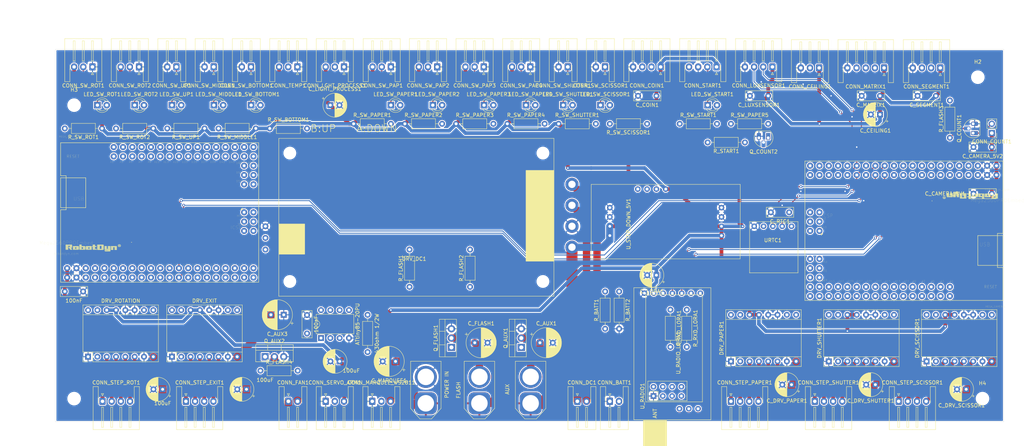
<source format=kicad_pcb>
(kicad_pcb (version 20171130) (host pcbnew "(5.1.5)-3")
  (layers (0 F.Cu signal) (31 B.Cu signal) (35 F.Paste user) (37 F.SilkS user) (38 B.Mask user) (39 F.Mask user) (44 Edge.Cuts user))
  (net 0 "")
  (net 1 GND)
  (net 2 +12V)
  (net 3 "Net-(CONN_STEP_PAPER1-Pad4)")
  (net 4 "Net-(CONN_STEP_PAPER1-Pad3)")
  (net 5 "Net-(CONN_STEP_PAPER1-Pad2)")
  (net 6 "Net-(CONN_STEP_PAPER1-Pad1)")
  (net 7 "Net-(CONN_STEP_SCISSOR1-Pad4)")
  (net 8 "Net-(CONN_STEP_SCISSOR1-Pad3)")
  (net 9 "Net-(CONN_STEP_SCISSOR1-Pad2)")
  (net 10 "Net-(CONN_STEP_SCISSOR1-Pad1)")
  (net 11 "Net-(CONN_STEP_SHUTTER1-Pad4)")
  (net 12 "Net-(CONN_STEP_SHUTTER1-Pad3)")
  (net 13 "Net-(CONN_STEP_SHUTTER1-Pad2)")
  (net 14 "Net-(CONN_STEP_SHUTTER1-Pad1)")
  (net 15 +5V)
  (net 16 "Net-(LED_SW_PAPER1-Pad2)")
  (net 17 "Net-(LED_SW_PAPER2-Pad2)")
  (net 18 "Net-(LED_SW_PAPER3-Pad2)")
  (net 19 "Net-(LED_SW_PAPER4-Pad2)")
  (net 20 "Net-(LED_SW_SCISSOR1-Pad2)")
  (net 21 "Net-(LED_SW_SHUTTER1-Pad2)")
  (net 22 /Camera/ENABLE_5V)
  (net 23 "Net-(MEGA_PAPER1-Pad3V3)")
  (net 24 "Net-(CONN_AUX1-Pad2)")
  (net 25 "Net-(CONN_FLASH1-Pad2)")
  (net 26 "Net-(Q_AUX1-Pad1)")
  (net 27 "Net-(Q_FLASH1-Pad1)")
  (net 28 "Net-(CONN_BATT1-Pad2)")
  (net 29 "Net-(CONN_MARQUEE_WS2811-Pad2)")
  (net 30 "Net-(R_MARQUEE1-Pad1)")
  (net 31 /Camera/ORDER_INTERRUPT_PIN)
  (net 32 "Net-(CONN_START1-Pad4)")
  (net 33 "Net-(LED_SW_START1-Pad2)")
  (net 34 "Net-(CONN_STEP_EXIT1-Pad4)")
  (net 35 "Net-(CONN_STEP_EXIT1-Pad3)")
  (net 36 "Net-(CONN_STEP_EXIT1-Pad2)")
  (net 37 "Net-(CONN_STEP_EXIT1-Pad1)")
  (net 38 "Net-(CONN_STEP_ROT1-Pad4)")
  (net 39 "Net-(CONN_STEP_ROT1-Pad3)")
  (net 40 "Net-(CONN_STEP_ROT1-Pad2)")
  (net 41 "Net-(CONN_STEP_ROT1-Pad1)")
  (net 42 LIGHT_PROCESS_PIN)
  (net 43 SERVO_ARM)
  (net 44 SPIDER_UPDOWN_PIN_ENDSTOP_BOTTOM)
  (net 45 SPIDER_UPDOWN_PIN_ENDSTOP_MIDDLE)
  (net 46 SPIDER_ROTATE_ENDSTOP1_PIN)
  (net 47 SPIDER_ROTATE_ENDSTOP2_PIN)
  (net 48 SPIDER_UPDOWN_PIN_ENDSTOP_UP)
  (net 49 TEMP_PIN)
  (net 50 SPIDER_UPDOWN_PIN_PWM)
  (net 51 SPIDER_UPDOWN_PIN_DIR)
  (net 52 SPIDER_EXIT_PIN_DIR)
  (net 53 SPIDER_EXIT_PIN_STP)
  (net 54 EXIT_M0)
  (net 55 SPIDER_EXIT_PIN_ENABLE)
  (net 56 SPIDER_ROTATE_PIN_DIR)
  (net 57 SPIDER_ROTATE_PIN_STP)
  (net 58 ROT_M0)
  (net 59 SPIDER_ROTATE_PIN_ENABLE)
  (net 60 "Net-(LED_SW_BOTTOM1-Pad2)")
  (net 61 "Net-(LED_SW_MIDDLE1-Pad2)")
  (net 62 "Net-(LED_SW_ROT1-Pad2)")
  (net 63 "Net-(LED_SW_ROT2-Pad2)")
  (net 64 "Net-(LED_SW_UP1-Pad2)")
  (net 65 "Net-(CONN_DC1-Pad2)")
  (net 66 "Net-(CONN_DC1-Pad1)")
  (net 67 +5C)
  (net 68 +3V3)
  (net 69 /Camera/SCISSOR_M0)
  (net 70 /Camera/CEILING_PIXEL_PIN)
  (net 71 /Camera/ENABLE_COIN_PIN)
  (net 72 /Camera/COIN_PIN)
  (net 73 /Camera/SCL_PIN)
  (net 74 /Camera/SDA_PIN)
  (net 75 /Camera/LED_MATRIX_SCL_PIN)
  (net 76 /Camera/LED_MATRIX_CS_PIN)
  (net 77 /Camera/LED_MATRIX_SDI_PIN)
  (net 78 /Camera/COIN_SEGMENT_DIO_PIN)
  (net 79 /Camera/COIN_SEGMENT_CLK_PIN)
  (net 80 /Camera/START_BTN_PIN)
  (net 81 /Camera/PAPER_SWITCH1_PIN)
  (net 82 /Camera/PAPER_SWITCH2_PIN)
  (net 83 /Camera/PAPER_SWITCH3_PIN)
  (net 84 /Camera/PAPER_SWITCH4_PIN)
  (net 85 /Camera/SCISSOR_ENDSTOP_PIN)
  (net 86 /Camera/SHUTTER_ENDSTOP_PIN)
  (net 87 /Camera/PAPER_PIN_DIR)
  (net 88 /Camera/PAPER_PIN_STP)
  (net 89 /Camera/PAPER_M0)
  (net 90 /Camera/PAPER_PIN_ENABLE)
  (net 91 /Camera/SCISSOR_PIN_DIR)
  (net 92 /Camera/SCISSOR_PIN_STP)
  (net 93 /Camera/SCISSOR_PIN_ENABLE)
  (net 94 /Camera/SHUTTER_PIN_DIR)
  (net 95 /Camera/SHUTTER_PIN_STP)
  (net 96 /Camera/SHUTTER_M0)
  (net 97 /Camera/SHUTTER_PIN_ENABLE)
  (net 98 /Camera/RADIO_SCK)
  (net 99 /Camera/RADIO_MISO)
  (net 100 /Camera/RADIO_MOSI)
  (net 101 /Camera/RADIO_CSN)
  (net 102 /Camera/RADIO_CE)
  (net 103 /Camera/AUX_PIN)
  (net 104 /Camera/FLASH_PIN)
  (net 105 /Camera/BATT_PROBE)
  (net 106 /Camera/LORA_M0)
  (net 107 /Camera/LORA_AUX)
  (net 108 /Camera/LORA_M1)
  (net 109 /Camera/LED_START_BTN_PIN)
  (net 110 /Camera/LORA_RXD)
  (net 111 /Camera/RADIO_INTERRUPT)
  (net 112 /Camera/LORA_TXD)
  (net 113 /Camera/ENABLE_MARQUEE)
  (net 114 "Net-(CONN_COUNT1-Pad2)")
  (net 115 "Net-(CONN_FAN1-Pad2)")
  (net 116 /Camera/COUNT_PIN)
  (net 117 /Paper/FAN_PIN)
  (net 118 "Net-(Q_AUX2-Pad1)")
  (net 119 "Net-(Q_COUNT1-Pad2)")
  (net 120 "Net-(Q_COUNT2-Pad2)")
  (net 121 "Net-(Q_COUNT2-Pad1)")
  (net 122 /BtoA)
  (net 123 /AtoB)
  (module MountingHole:MountingHole_3.2mm_M3 (layer F.Cu) (at 20.32 33.02)
    (fp_text reference H3 (at 0 -4.2) (layer F.SilkS))
    (fp_text value MountingHole)
    (pad 1 np_thru_hole circle (at 0 0) (size 3.2 3.2) (drill 3.2) (layers *.Cu *.Mask))
  )
  (module Resistor_THT:R_Axial_DIN0207_L6.3mm_D2.5mm_P10.16mm_Horizontal (layer F.Cu) (at 199.39 38.1)
    (fp_text reference R_SW_PAPER5 (at 5.08 -2.37) (layer F.SilkS))
    (fp_text value "560ohm 1/2W")
    (pad 2 thru_hole oval (at 10.16 0) (size 1.6 1.6) (drill 0.8) (layers *.Cu *.Mask) (net 121 "Net-(Q_COUNT2-Pad1)"))
    (pad 1 thru_hole circle (at 0 0) (size 1.6 1.6) (drill 0.8) (layers *.Cu *.Mask) (net 32 "Net-(CONN_START1-Pad4)"))
  )
  (module Connector_JST:JST_XH_S3B-XH-A-1_1x03_P2.50mm_Horizontal (layer F.Cu) (at 81.2 22.59 180)
    (fp_text reference CONN_TEMP1 (at 2.5 -5.1) (layer F.SilkS))
    (fp_text value JST_XH3)
    (pad 3 thru_hole oval (at 5 0 180) (size 1.7 1.95) (drill 0.95) (layers *.Cu *.Mask) (net 15 +5V))
    (pad 2 thru_hole oval (at 2.5 0 180) (size 1.7 1.95) (drill 0.95) (layers *.Cu *.Mask) (net 49 TEMP_PIN))
    (pad 1 thru_hole roundrect (at 0 0 180) (size 1.7 1.95) (drill 0.95) (layers *.Cu *.Mask) (roundrect_rratio 0.147059) (net 1 GND))
  )
  (module Connector_JST:JST_XH_S3B-XH-A-1_1x03_P2.50mm_Horizontal (layer F.Cu) (at 38.02 22.59 180)
    (fp_text reference CONN_SW_ROT2 (at 2.5 -5.1) (layer F.SilkS))
    (fp_text value JST_XH3)
    (pad 3 thru_hole oval (at 5 0 180) (size 1.7 1.95) (drill 0.95) (layers *.Cu *.Mask) (net 15 +5V))
    (pad 2 thru_hole oval (at 2.5 0 180) (size 1.7 1.95) (drill 0.95) (layers *.Cu *.Mask) (net 47 SPIDER_ROTATE_ENDSTOP2_PIN))
    (pad 1 thru_hole roundrect (at 0 0 180) (size 1.7 1.95) (drill 0.95) (layers *.Cu *.Mask) (roundrect_rratio 0.147059) (net 1 GND))
  )
  (module Connector_JST:JST_XH_S3B-XH-A-1_1x03_P2.50mm_Horizontal (layer F.Cu) (at 25.32 22.59 180)
    (fp_text reference CONN_SW_ROT1 (at 2.5 -5.1) (layer F.SilkS))
    (fp_text value JST_XH3)
    (pad 3 thru_hole oval (at 5 0 180) (size 1.7 1.95) (drill 0.95) (layers *.Cu *.Mask) (net 15 +5V))
    (pad 2 thru_hole oval (at 2.5 0 180) (size 1.7 1.95) (drill 0.95) (layers *.Cu *.Mask) (net 46 SPIDER_ROTATE_ENDSTOP1_PIN))
    (pad 1 thru_hole roundrect (at 0 0 180) (size 1.7 1.95) (drill 0.95) (layers *.Cu *.Mask) (roundrect_rratio 0.147059) (net 1 GND))
  )
  (module Connector_JST:JST_XH_S3B-XH-A-1_1x03_P2.50mm_Horizontal (layer F.Cu) (at 144.7 22.59 180)
    (fp_text reference CONN_SW_PAP4 (at 2.5 -5.1) (layer F.SilkS))
    (fp_text value JST_XH3)
    (pad 3 thru_hole oval (at 5 0 180) (size 1.7 1.95) (drill 0.95) (layers *.Cu *.Mask) (net 15 +5V))
    (pad 2 thru_hole oval (at 2.5 0 180) (size 1.7 1.95) (drill 0.95) (layers *.Cu *.Mask) (net 84 /Camera/PAPER_SWITCH4_PIN))
    (pad 1 thru_hole roundrect (at 0 0 180) (size 1.7 1.95) (drill 0.95) (layers *.Cu *.Mask) (roundrect_rratio 0.147059) (net 1 GND))
  )
  (module Connector_JST:JST_XH_S3B-XH-A-1_1x03_P2.50mm_Horizontal (layer F.Cu) (at 132 22.59 180)
    (fp_text reference CONN_SW_PAP3 (at 2.5 -5.1) (layer F.SilkS))
    (fp_text value JST_XH3)
    (pad 3 thru_hole oval (at 5 0 180) (size 1.7 1.95) (drill 0.95) (layers *.Cu *.Mask) (net 15 +5V))
    (pad 2 thru_hole oval (at 2.5 0 180) (size 1.7 1.95) (drill 0.95) (layers *.Cu *.Mask) (net 83 /Camera/PAPER_SWITCH3_PIN))
    (pad 1 thru_hole roundrect (at 0 0 180) (size 1.7 1.95) (drill 0.95) (layers *.Cu *.Mask) (roundrect_rratio 0.147059) (net 1 GND))
  )
  (module Connector_JST:JST_XH_S3B-XH-A-1_1x03_P2.50mm_Horizontal (layer F.Cu) (at 119.3 22.59 180)
    (fp_text reference CONN_SW_PAP2 (at 2.5 -5.1) (layer F.SilkS))
    (fp_text value JST_XH3)
    (pad 3 thru_hole oval (at 5 0 180) (size 1.7 1.95) (drill 0.95) (layers *.Cu *.Mask) (net 15 +5V))
    (pad 2 thru_hole oval (at 2.5 0 180) (size 1.7 1.95) (drill 0.95) (layers *.Cu *.Mask) (net 82 /Camera/PAPER_SWITCH2_PIN))
    (pad 1 thru_hole roundrect (at 0 0 180) (size 1.7 1.95) (drill 0.95) (layers *.Cu *.Mask) (roundrect_rratio 0.147059) (net 1 GND))
  )
  (module Connector_JST:JST_XH_S3B-XH-A-1_1x03_P2.50mm_Horizontal (layer F.Cu) (at 106.68 22.59 180)
    (fp_text reference CONN_SW_PAP1 (at 2.5 -5.1) (layer F.SilkS))
    (fp_text value JST_XH3)
    (pad 3 thru_hole oval (at 5 0 180) (size 1.7 1.95) (drill 0.95) (layers *.Cu *.Mask) (net 15 +5V))
    (pad 2 thru_hole oval (at 2.5 0 180) (size 1.7 1.95) (drill 0.95) (layers *.Cu *.Mask) (net 81 /Camera/PAPER_SWITCH1_PIN))
    (pad 1 thru_hole roundrect (at 0 0 180) (size 1.7 1.95) (drill 0.95) (layers *.Cu *.Mask) (roundrect_rratio 0.147059) (net 1 GND))
  )
  (module Connector_JST:JST_XH_S4B-XH-A-1_1x04_P2.50mm_Horizontal (layer F.Cu) (at 222.25 113.76)
    (fp_text reference CONN_STEP_SHUTTER1 (at 3.75 -5.1) (layer F.SilkS))
    (fp_text value JST_XH4)
    (pad 4 thru_hole oval (at 7.5 0) (size 1.7 1.95) (drill 0.95) (layers *.Cu *.Mask) (net 11 "Net-(CONN_STEP_SHUTTER1-Pad4)"))
    (pad 3 thru_hole oval (at 5 0) (size 1.7 1.95) (drill 0.95) (layers *.Cu *.Mask) (net 12 "Net-(CONN_STEP_SHUTTER1-Pad3)"))
    (pad 2 thru_hole oval (at 2.5 0) (size 1.7 1.95) (drill 0.95) (layers *.Cu *.Mask) (net 13 "Net-(CONN_STEP_SHUTTER1-Pad2)"))
    (pad 1 thru_hole roundrect (at 0 0) (size 1.7 1.95) (drill 0.95) (layers *.Cu *.Mask) (roundrect_rratio 0.147059) (net 14 "Net-(CONN_STEP_SHUTTER1-Pad1)"))
  )
  (module Connector_JST:JST_XH_S4B-XH-A-1_1x04_P2.50mm_Horizontal (layer F.Cu) (at 245.11 113.76)
    (fp_text reference CONN_STEP_SCISSOR1 (at 3.75 -5.1) (layer F.SilkS))
    (fp_text value JST_XH4)
    (pad 4 thru_hole oval (at 7.5 0) (size 1.7 1.95) (drill 0.95) (layers *.Cu *.Mask) (net 7 "Net-(CONN_STEP_SCISSOR1-Pad4)"))
    (pad 3 thru_hole oval (at 5 0) (size 1.7 1.95) (drill 0.95) (layers *.Cu *.Mask) (net 8 "Net-(CONN_STEP_SCISSOR1-Pad3)"))
    (pad 2 thru_hole oval (at 2.5 0) (size 1.7 1.95) (drill 0.95) (layers *.Cu *.Mask) (net 9 "Net-(CONN_STEP_SCISSOR1-Pad2)"))
    (pad 1 thru_hole roundrect (at 0 0) (size 1.7 1.95) (drill 0.95) (layers *.Cu *.Mask) (roundrect_rratio 0.147059) (net 10 "Net-(CONN_STEP_SCISSOR1-Pad1)"))
  )
  (module Connector_JST:JST_XH_S4B-XH-A-1_1x04_P2.50mm_Horizontal (layer F.Cu) (at 28.06 113.76)
    (fp_text reference CONN_STEP_ROT1 (at 3.75 -5.1) (layer F.SilkS))
    (fp_text value JST_XH4)
    (pad 4 thru_hole oval (at 7.5 0) (size 1.7 1.95) (drill 0.95) (layers *.Cu *.Mask) (net 38 "Net-(CONN_STEP_ROT1-Pad4)"))
    (pad 3 thru_hole oval (at 5 0) (size 1.7 1.95) (drill 0.95) (layers *.Cu *.Mask) (net 39 "Net-(CONN_STEP_ROT1-Pad3)"))
    (pad 2 thru_hole oval (at 2.5 0) (size 1.7 1.95) (drill 0.95) (layers *.Cu *.Mask) (net 40 "Net-(CONN_STEP_ROT1-Pad2)"))
    (pad 1 thru_hole roundrect (at 0 0) (size 1.7 1.95) (drill 0.95) (layers *.Cu *.Mask) (roundrect_rratio 0.147059) (net 41 "Net-(CONN_STEP_ROT1-Pad1)"))
  )
  (module Connector_JST:JST_XH_S4B-XH-A-1_1x04_P2.50mm_Horizontal (layer F.Cu) (at 199.39 113.76)
    (fp_text reference CONN_STEP_PAPER1 (at 3.75 -5.1) (layer F.SilkS))
    (fp_text value JST_XH4)
    (pad 4 thru_hole oval (at 7.5 0) (size 1.7 1.95) (drill 0.95) (layers *.Cu *.Mask) (net 3 "Net-(CONN_STEP_PAPER1-Pad4)"))
    (pad 3 thru_hole oval (at 5 0) (size 1.7 1.95) (drill 0.95) (layers *.Cu *.Mask) (net 4 "Net-(CONN_STEP_PAPER1-Pad3)"))
    (pad 2 thru_hole oval (at 2.5 0) (size 1.7 1.95) (drill 0.95) (layers *.Cu *.Mask) (net 5 "Net-(CONN_STEP_PAPER1-Pad2)"))
    (pad 1 thru_hole roundrect (at 0 0) (size 1.7 1.95) (drill 0.95) (layers *.Cu *.Mask) (roundrect_rratio 0.147059) (net 6 "Net-(CONN_STEP_PAPER1-Pad1)"))
  )
  (module Connector_JST:JST_XH_S4B-XH-A-1_1x04_P2.50mm_Horizontal (layer F.Cu) (at 50.8 113.76)
    (fp_text reference CONN_STEP_EXIT1 (at 3.75 -5.1) (layer F.SilkS))
    (fp_text value JST_XH4)
    (pad 4 thru_hole oval (at 7.5 0) (size 1.7 1.95) (drill 0.95) (layers *.Cu *.Mask) (net 34 "Net-(CONN_STEP_EXIT1-Pad4)"))
    (pad 3 thru_hole oval (at 5 0) (size 1.7 1.95) (drill 0.95) (layers *.Cu *.Mask) (net 35 "Net-(CONN_STEP_EXIT1-Pad3)"))
    (pad 2 thru_hole oval (at 2.5 0) (size 1.7 1.95) (drill 0.95) (layers *.Cu *.Mask) (net 36 "Net-(CONN_STEP_EXIT1-Pad2)"))
    (pad 1 thru_hole roundrect (at 0 0) (size 1.7 1.95) (drill 0.95) (layers *.Cu *.Mask) (roundrect_rratio 0.147059) (net 37 "Net-(CONN_STEP_EXIT1-Pad1)"))
  )
  (module Connector_JST:JST_XH_S4B-XH-A-1_1x04_P2.50mm_Horizontal (layer F.Cu) (at 195.46 22.59 180)
    (fp_text reference CONN_START1 (at 3.75 -5.1) (layer F.SilkS))
    (fp_text value JST_XH4)
    (pad 4 thru_hole oval (at 7.5 0 180) (size 1.7 1.95) (drill 0.95) (layers *.Cu *.Mask) (net 32 "Net-(CONN_START1-Pad4)"))
    (pad 3 thru_hole oval (at 5 0 180) (size 1.7 1.95) (drill 0.95) (layers *.Cu *.Mask) (net 1 GND))
    (pad 2 thru_hole oval (at 2.5 0 180) (size 1.7 1.95) (drill 0.95) (layers *.Cu *.Mask) (net 80 /Camera/START_BTN_PIN))
    (pad 1 thru_hole roundrect (at 0 0 180) (size 1.7 1.95) (drill 0.95) (layers *.Cu *.Mask) (roundrect_rratio 0.147059) (net 2 +12V))
  )
  (module Connector_JST:JST_XH_S3B-XH-A-1_1x03_P2.50mm_Horizontal (layer F.Cu) (at 88.9 113.76)
    (fp_text reference CONN_SERVO_ARM1 (at 2.5 -5.1) (layer F.SilkS))
    (fp_text value JST_XH3)
    (pad 3 thru_hole oval (at 5 0) (size 1.7 1.95) (drill 0.95) (layers *.Cu *.Mask) (net 15 +5V))
    (pad 2 thru_hole oval (at 2.5 0) (size 1.7 1.95) (drill 0.95) (layers *.Cu *.Mask) (net 43 SERVO_ARM))
    (pad 1 thru_hole roundrect (at 0 0) (size 1.7 1.95) (drill 0.95) (layers *.Cu *.Mask) (roundrect_rratio 0.147059) (net 1 GND))
  )
  (module Connector_JST:JST_XH_S4B-XH-A-1_1x04_P2.50mm_Horizontal (layer F.Cu) (at 256.46 22.86 180)
    (fp_text reference CONN_SEGMENT1 (at 3.75 -5.1) (layer F.SilkS))
    (fp_text value JST_XH4)
    (pad 4 thru_hole oval (at 7.5 0 180) (size 1.7 1.95) (drill 0.95) (layers *.Cu *.Mask) (net 1 GND))
    (pad 3 thru_hole oval (at 5 0 180) (size 1.7 1.95) (drill 0.95) (layers *.Cu *.Mask) (net 78 /Camera/COIN_SEGMENT_DIO_PIN))
    (pad 2 thru_hole oval (at 2.5 0 180) (size 1.7 1.95) (drill 0.95) (layers *.Cu *.Mask) (net 79 /Camera/COIN_SEGMENT_CLK_PIN))
    (pad 1 thru_hole roundrect (at 0 0 180) (size 1.7 1.95) (drill 0.95) (layers *.Cu *.Mask) (roundrect_rratio 0.147059) (net 15 +5V))
  )
  (module Connector_JST:JST_XH_S5B-XH-A-1_1x05_P2.50mm_Horizontal (layer F.Cu) (at 241.14 22.86 180)
    (fp_text reference CONN_MATRIX1 (at 5 -5.1) (layer F.SilkS))
    (fp_text value JST_XH5)
    (pad 5 thru_hole oval (at 10 0 180) (size 1.7 1.95) (drill 0.95) (layers *.Cu *.Mask) (net 1 GND))
    (pad 4 thru_hole oval (at 7.5 0 180) (size 1.7 1.95) (drill 0.95) (layers *.Cu *.Mask) (net 75 /Camera/LED_MATRIX_SCL_PIN))
    (pad 3 thru_hole oval (at 5 0 180) (size 1.7 1.95) (drill 0.95) (layers *.Cu *.Mask) (net 76 /Camera/LED_MATRIX_CS_PIN))
    (pad 2 thru_hole oval (at 2.5 0 180) (size 1.7 1.95) (drill 0.95) (layers *.Cu *.Mask) (net 77 /Camera/LED_MATRIX_SDI_PIN))
    (pad 1 thru_hole roundrect (at 0 0 180) (size 1.7 1.95) (drill 0.95) (layers *.Cu *.Mask) (roundrect_rratio 0.147059) (net 15 +5V))
  )
  (module Connector_JST:JST_XH_S3B-XH-A-1_1x03_P2.50mm_Horizontal (layer F.Cu) (at 101.6 113.76)
    (fp_text reference CONN_MARQUEE_WS2811 (at 2.5 -5.1) (layer F.SilkS))
    (fp_text value JST_XH3)
    (pad 3 thru_hole oval (at 5 0) (size 1.7 1.95) (drill 0.95) (layers *.Cu *.Mask) (net 2 +12V))
    (pad 2 thru_hole oval (at 2.5 0) (size 1.7 1.95) (drill 0.95) (layers *.Cu *.Mask) (net 29 "Net-(CONN_MARQUEE_WS2811-Pad2)"))
    (pad 1 thru_hole roundrect (at 0 0) (size 1.7 1.95) (drill 0.95) (layers *.Cu *.Mask) (roundrect_rratio 0.147059) (net 1 GND))
  )
  (module Connector_JST:JST_XH_S4B-XH-A-1_1x04_P2.50mm_Horizontal (layer F.Cu) (at 210.7 22.59 180)
    (fp_text reference CONN_LUXSENSOR1 (at 3.75 -5.1) (layer F.SilkS))
    (fp_text value JST_XH4)
    (pad 4 thru_hole oval (at 7.5 0 180) (size 1.7 1.95) (drill 0.95) (layers *.Cu *.Mask) (net 1 GND))
    (pad 3 thru_hole oval (at 5 0 180) (size 1.7 1.95) (drill 0.95) (layers *.Cu *.Mask) (net 73 /Camera/SCL_PIN))
    (pad 2 thru_hole oval (at 2.5 0 180) (size 1.7 1.95) (drill 0.95) (layers *.Cu *.Mask) (net 74 /Camera/SDA_PIN))
    (pad 1 thru_hole roundrect (at 0 0 180) (size 1.7 1.95) (drill 0.95) (layers *.Cu *.Mask) (roundrect_rratio 0.147059) (net 15 +5V))
  )
  (module Connector_JST:JST_XH_S3B-XH-A-1_1x03_P2.50mm_Horizontal (layer F.Cu) (at 93.9 22.59 180)
    (fp_text reference CONN_LGHT_PROCESS1 (at 2.5 -5.1) (layer F.SilkS))
    (fp_text value JST_XH3)
    (pad 3 thru_hole oval (at 5 0 180) (size 1.7 1.95) (drill 0.95) (layers *.Cu *.Mask) (net 15 +5V))
    (pad 2 thru_hole oval (at 2.5 0 180) (size 1.7 1.95) (drill 0.95) (layers *.Cu *.Mask) (net 42 LIGHT_PROCESS_PIN))
    (pad 1 thru_hole roundrect (at 0 0 180) (size 1.7 1.95) (drill 0.95) (layers *.Cu *.Mask) (roundrect_rratio 0.147059) (net 1 GND))
  )
  (module Connector_JST:JST_XH_S4B-XH-A-1_1x04_P2.50mm_Horizontal (layer F.Cu) (at 180.22 22.59 180)
    (fp_text reference CONN_COIN1 (at 3.75 -5.1) (layer F.SilkS))
    (fp_text value JST_XH4)
    (pad 4 thru_hole oval (at 7.5 0 180) (size 1.7 1.95) (drill 0.95) (layers *.Cu *.Mask) (net 1 GND))
    (pad 3 thru_hole oval (at 5 0 180) (size 1.7 1.95) (drill 0.95) (layers *.Cu *.Mask) (net 71 /Camera/ENABLE_COIN_PIN))
    (pad 2 thru_hole oval (at 2.5 0 180) (size 1.7 1.95) (drill 0.95) (layers *.Cu *.Mask) (net 72 /Camera/COIN_PIN))
    (pad 1 thru_hole roundrect (at 0 0 180) (size 1.7 1.95) (drill 0.95) (layers *.Cu *.Mask) (roundrect_rratio 0.147059) (net 2 +12V))
  )
  (module Connector_JST:JST_XH_S3B-XH-A-1_1x03_P2.50mm_Horizontal (layer F.Cu) (at 223.44 22.86 180)
    (fp_text reference CONN_CEILING1 (at 2.5 -5.1) (layer F.SilkS))
    (fp_text value JST_XH3)
    (pad 3 thru_hole oval (at 5 0 180) (size 1.7 1.95) (drill 0.95) (layers *.Cu *.Mask) (net 1 GND))
    (pad 2 thru_hole oval (at 2.5 0 180) (size 1.7 1.95) (drill 0.95) (layers *.Cu *.Mask) (net 70 /Camera/CEILING_PIXEL_PIN))
    (pad 1 thru_hole roundrect (at 0 0 180) (size 1.7 1.95) (drill 0.95) (layers *.Cu *.Mask) (roundrect_rratio 0.147059) (net 15 +5V))
  )
  (module Capacitor_THT:C_Rect_L7.2mm_W2.5mm_P5.00mm_FKS2_FKP2_MKS2_MKP2 (layer F.Cu) (at 270.51 44.45 180)
    (fp_text reference C_CAMERA_5V2 (at 2.5 -2.5) (layer F.SilkS))
    (fp_text value 100nF)
    (pad 2 thru_hole circle (at 5 0 180) (size 1.6 1.6) (drill 0.8) (layers *.Cu *.Mask) (net 1 GND))
    (pad 1 thru_hole circle (at 0 0 180) (size 1.6 1.6) (drill 0.8) (layers *.Cu *.Mask) (net 2 +12V))
  )
  (module 1nofilterbooth:CYTRON_MD10C (layer F.Cu) (at 151.13 85.09 180)
    (fp_text reference DRV_DC1 (at 38.1 10.16 180) (layer F.SilkS))
    (fp_text value Cytron_MD10C)
    (fp_text user A:DOWN (at 48.26 45.72 180) (layer F.SilkS) (effects (font (size 2 2))))
    (fp_text user B:UP (at 62.865 45.72 180) (layer F.SilkS) (effects (font (size 2 2))))
    (pad "" np_thru_hole circle (at 3 39 180) (size 3 3) (drill 3) (layers *.Cu *.Mask))
    (pad "" np_thru_hole circle (at 72 39 180) (size 3 3) (drill 3) (layers *.Cu *.Mask))
    (pad "" np_thru_hole circle (at 72 4 180) (size 3 3) (drill 3) (layers *.Cu *.Mask))
    (pad "" np_thru_hole circle (at 3 4 180) (size 3 3) (drill 3) (layers *.Cu *.Mask))
    (pad DIR thru_hole circle (at 78.65 12.7 180) (size 1.6 1.6) (drill 0.8) (layers *.Cu *.Mask) (net 51 SPIDER_UPDOWN_PIN_DIR))
    (pad PWM thru_hole circle (at 78.65 15.875 180) (size 1.6 1.6) (drill 0.8) (layers *.Cu *.Mask) (net 50 SPIDER_UPDOWN_PIN_PWM))
    (pad GND thru_hole circle (at 78.65 19.05 180) (size 1.6 1.6) (drill 0.8) (layers *.Cu *.Mask) (net 1 GND))
    (pad +12V thru_hole circle (at -4.92 13.335 180) (size 3.6 3.6) (drill 2) (layers *.Cu *.Mask) (net 2 +12V))
    (pad GND thru_hole circle (at -4.92 19.05 180) (size 3.6 3.6) (drill 2) (layers *.Cu *.Mask) (net 1 GND))
    (pad A thru_hole circle (at -4.92 24.765 180) (size 3.6 3.6) (drill 2) (layers *.Cu *.Mask) (net 66 "Net-(CONN_DC1-Pad1)"))
    (pad B thru_hole circle (at -4.92 30.48 180) (size 3.6 3.6) (drill 2) (layers *.Cu *.Mask) (net 65 "Net-(CONN_DC1-Pad2)"))
  )
  (module Package_TO_SOT_THT:TO-92L_HandSolder (layer F.Cu) (at 209.55 41.91 180)
    (fp_text reference Q_COUNT2 (at 1.27 -3.8) (layer F.SilkS))
    (fp_text value BC327)
    (pad 1 thru_hole rect (at 0 0 180) (size 1.1 1.8) (drill 0.75 (offset 0 0.4)) (layers *.Cu *.Mask) (net 121 "Net-(Q_COUNT2-Pad1)"))
    (pad 3 thru_hole roundrect (at 2.54 0 180) (size 1.1 1.8) (drill 0.75 (offset 0 0.4)) (layers *.Cu *.Mask) (net 1 GND))
    (pad 2 thru_hole roundrect (at 1.27 -1.27 180) (size 1.1 1.8) (drill 0.75 (offset 0 -0.4)) (layers *.Cu *.Mask) (net 120 "Net-(Q_COUNT2-Pad2)"))
  )
  (module Resistor_THT:R_Axial_DIN0207_L6.3mm_D2.5mm_P10.16mm_Horizontal (layer F.Cu) (at 71.12 105.41)
    (fp_text reference R_FLASH4 (at 5.08 -2.37) (layer F.SilkS))
    (fp_text value "2.2k 1/2W")
    (pad 2 thru_hole oval (at 10.16 0) (size 1.6 1.6) (drill 0.8) (layers *.Cu *.Mask) (net 117 /Paper/FAN_PIN))
    (pad 1 thru_hole circle (at 0 0) (size 1.6 1.6) (drill 0.8) (layers *.Cu *.Mask) (net 118 "Net-(Q_AUX2-Pad1)"))
  )
  (module Resistor_THT:R_Axial_DIN0207_L6.3mm_D2.5mm_P10.16mm_Horizontal (layer F.Cu) (at 259.08 41.91 90)
    (fp_text reference R_FLASH3 (at 5.08 -2.37 90) (layer F.SilkS))
    (fp_text value "2.2k 1/2W")
    (pad 2 thru_hole oval (at 10.16 0 90) (size 1.6 1.6) (drill 0.8) (layers *.Cu *.Mask) (net 116 /Camera/COUNT_PIN))
    (pad 1 thru_hole circle (at 0 0 90) (size 1.6 1.6) (drill 0.8) (layers *.Cu *.Mask) (net 119 "Net-(Q_COUNT1-Pad2)"))
  )
  (module Package_TO_SOT_THT:TO-92L_HandSolder (layer F.Cu) (at 265.43 40.64 90)
    (fp_text reference Q_COUNT1 (at 1.27 -3.8 90) (layer F.SilkS))
    (fp_text value BC327)
    (pad 1 thru_hole rect (at 0 0 90) (size 1.1 1.8) (drill 0.75 (offset 0 0.4)) (layers *.Cu *.Mask) (net 114 "Net-(CONN_COUNT1-Pad2)"))
    (pad 3 thru_hole roundrect (at 2.54 0 90) (size 1.1 1.8) (drill 0.75 (offset 0 0.4)) (layers *.Cu *.Mask) (net 1 GND))
    (pad 2 thru_hole roundrect (at 1.27 -1.27 90) (size 1.1 1.8) (drill 0.75 (offset 0 -0.4)) (layers *.Cu *.Mask) (net 119 "Net-(Q_COUNT1-Pad2)"))
  )
  (module Package_TO_SOT_THT:TO-220-3_Vertical (layer F.Cu) (at 72.39 101.6)
    (fp_text reference Q_AUX2 (at 2.54 -4.27) (layer F.SilkS))
    (fp_text value TIP120)
    (pad 3 thru_hole oval (at 5.08 0) (size 1.905 2) (drill 1.1) (layers *.Cu *.Mask) (net 1 GND))
    (pad 2 thru_hole oval (at 2.54 0) (size 1.905 2) (drill 1.1) (layers *.Cu *.Mask) (net 115 "Net-(CONN_FAN1-Pad2)"))
    (pad 1 thru_hole rect (at 0 0) (size 1.905 2) (drill 1.1) (layers *.Cu *.Mask) (net 118 "Net-(Q_AUX2-Pad1)"))
  )
  (module Connector_JST:JST_XH_S2B-XH-A-1_1x02_P2.50mm_Horizontal (layer F.Cu) (at 48.22 22.59 180)
    (fp_text reference CONN_SW_UP1 (at 1.25 -5.1) (layer F.SilkS))
    (fp_text value JST_XH2)
    (pad 2 thru_hole oval (at 2.5 0 180) (size 1.7 2) (drill 1) (layers *.Cu *.Mask) (net 1 GND))
    (pad 1 thru_hole roundrect (at 0 0 180) (size 1.7 2) (drill 1) (layers *.Cu *.Mask) (roundrect_rratio 0.147059) (net 48 SPIDER_UPDOWN_PIN_ENDSTOP_UP))
  )
  (module Connector_JST:JST_XH_S2B-XH-A-1_1x02_P2.50mm_Horizontal (layer F.Cu) (at 154.9 22.59 180)
    (fp_text reference CONN_SW_SHUTTER1 (at 1.25 -5.1) (layer F.SilkS))
    (fp_text value JST_XH2)
    (pad 2 thru_hole oval (at 2.5 0 180) (size 1.7 2) (drill 1) (layers *.Cu *.Mask) (net 1 GND))
    (pad 1 thru_hole roundrect (at 0 0 180) (size 1.7 2) (drill 1) (layers *.Cu *.Mask) (roundrect_rratio 0.147059) (net 86 /Camera/SHUTTER_ENDSTOP_PIN))
  )
  (module Connector_JST:JST_XH_S2B-XH-A-1_1x02_P2.50mm_Horizontal (layer F.Cu) (at 165.06 22.59 180)
    (fp_text reference CONN_SW_SCISSOR1 (at 1.25 -5.1) (layer F.SilkS))
    (fp_text value JST_XH2)
    (pad 2 thru_hole oval (at 2.5 0 180) (size 1.7 2) (drill 1) (layers *.Cu *.Mask) (net 1 GND))
    (pad 1 thru_hole roundrect (at 0 0 180) (size 1.7 2) (drill 1) (layers *.Cu *.Mask) (roundrect_rratio 0.147059) (net 85 /Camera/SCISSOR_ENDSTOP_PIN))
  )
  (module Connector_JST:JST_XH_S2B-XH-A-1_1x02_P2.50mm_Horizontal (layer F.Cu) (at 58.38 22.59 180)
    (fp_text reference CONN_SW_MIDDLE1 (at 1.25 -5.1) (layer F.SilkS))
    (fp_text value JST_XH2)
    (pad 2 thru_hole oval (at 2.5 0 180) (size 1.7 2) (drill 1) (layers *.Cu *.Mask) (net 1 GND))
    (pad 1 thru_hole roundrect (at 0 0 180) (size 1.7 2) (drill 1) (layers *.Cu *.Mask) (roundrect_rratio 0.147059) (net 45 SPIDER_UPDOWN_PIN_ENDSTOP_MIDDLE))
  )
  (module Connector_JST:JST_XH_S2B-XH-A-1_1x02_P2.50mm_Horizontal (layer F.Cu) (at 68.54 22.59 180)
    (fp_text reference CONN_SW_BOTTOM1 (at 1.25 -5.1) (layer F.SilkS))
    (fp_text value JST_XH2)
    (pad 2 thru_hole oval (at 2.5 0 180) (size 1.7 2) (drill 1) (layers *.Cu *.Mask) (net 1 GND))
    (pad 1 thru_hole roundrect (at 0 0 180) (size 1.7 2) (drill 1) (layers *.Cu *.Mask) (roundrect_rratio 0.147059) (net 44 SPIDER_UPDOWN_PIN_ENDSTOP_BOTTOM))
  )
  (module Connector_JST:JST_XH_S2B-XH-A-1_1x02_P2.50mm_Horizontal (layer F.Cu) (at 78.74 113.76)
    (fp_text reference CONN_FAN1 (at 1.25 -5.1) (layer F.SilkS))
    (fp_text value JST_XH2)
    (pad 2 thru_hole oval (at 2.5 0) (size 1.7 2) (drill 1) (layers *.Cu *.Mask) (net 115 "Net-(CONN_FAN1-Pad2)"))
    (pad 1 thru_hole roundrect (at 0 0) (size 1.7 2) (drill 1) (layers *.Cu *.Mask) (roundrect_rratio 0.147059) (net 2 +12V))
  )
  (module Connector_JST:JST_XH_S2B-XH-A-1_1x02_P2.50mm_Horizontal (layer F.Cu) (at 157.52 113.76)
    (fp_text reference CONN_DC1 (at 1.25 -5.1) (layer F.SilkS))
    (fp_text value JST_XH2)
    (pad 1 thru_hole roundrect (at 0 0) (size 1.7 2) (drill 1) (layers *.Cu *.Mask) (roundrect_rratio 0.147059) (net 66 "Net-(CONN_DC1-Pad1)"))
    (pad 2 thru_hole oval (at 2.5 0) (size 1.7 2) (drill 1) (layers *.Cu *.Mask) (net 65 "Net-(CONN_DC1-Pad2)"))
  )
  (module Connector_PinHeader_2.54mm:PinHeader_1x02_P2.54mm_Vertical (layer F.Cu) (at 270.51 40.64 180)
    (fp_text reference CONN_COUNT1 (at 0 -2.33) (layer F.SilkS))
    (fp_text value WIRE)
    (pad 2 thru_hole oval (at 0 2.54 180) (size 1.7 1.7) (drill 1) (layers *.Cu *.Mask) (net 114 "Net-(CONN_COUNT1-Pad2)"))
    (pad 1 thru_hole rect (at 0 0 180) (size 1.7 1.7) (drill 1) (layers *.Cu *.Mask) (net 2 +12V))
  )
  (module Connector_JST:JST_XH_S2B-XH-A-1_1x02_P2.50mm_Horizontal (layer F.Cu) (at 166.37 113.76)
    (fp_text reference CONN_BATT1 (at 1.25 -5.1) (layer F.SilkS))
    (fp_text value JST_XH2)
    (pad 2 thru_hole oval (at 2.5 0) (size 1.7 2) (drill 1) (layers *.Cu *.Mask) (net 28 "Net-(CONN_BATT1-Pad2)"))
    (pad 1 thru_hole roundrect (at 0 0) (size 1.7 2) (drill 1) (layers *.Cu *.Mask) (roundrect_rratio 0.147059) (net 1 GND))
  )
  (module Capacitor_THT:CP_Radial_D8.0mm_P3.50mm (layer F.Cu) (at 107.95 102.87 180)
    (fp_text reference C_MARQUEE1 (at 1.75 -5.25) (layer F.SilkS))
    (fp_text value 680uF)
    (pad 2 thru_hole circle (at 3.5 0 180) (size 1.6 1.6) (drill 0.8) (layers *.Cu *.Mask) (net 1 GND))
    (pad 1 thru_hole rect (at 0 0 180) (size 1.6 1.6) (drill 0.8) (layers *.Cu *.Mask) (net 2 +12V))
  )
  (module Capacitor_THT:CP_Radial_D8.0mm_P3.50mm (layer F.Cu) (at 129.54 97.79)
    (fp_text reference C_FLASH1 (at 1.75 -5.25) (layer F.SilkS))
    (fp_text value 680uF)
    (pad 2 thru_hole circle (at 3.5 0) (size 1.6 1.6) (drill 0.8) (layers *.Cu *.Mask) (net 1 GND))
    (pad 1 thru_hole rect (at 0 0) (size 1.6 1.6) (drill 0.8) (layers *.Cu *.Mask) (net 2 +12V))
  )
  (module Capacitor_THT:CP_Radial_D8.0mm_P3.50mm (layer F.Cu) (at 77.47 90.17 180)
    (fp_text reference C_AUX3 (at 1.75 -5.25) (layer F.SilkS))
    (fp_text value 680uF)
    (pad 2 thru_hole circle (at 3.5 0 180) (size 1.6 1.6) (drill 0.8) (layers *.Cu *.Mask) (net 2 +12V))
    (pad 1 thru_hole rect (at 0 0 180) (size 1.6 1.6) (drill 0.8) (layers *.Cu *.Mask) (net 1 GND))
  )
  (module Capacitor_THT:CP_Radial_D8.0mm_P3.50mm (layer F.Cu) (at 147.32 97.79)
    (fp_text reference C_AUX1 (at 1.75 -5.25) (layer F.SilkS))
    (fp_text value 680uF)
    (pad 2 thru_hole circle (at 3.5 0) (size 1.6 1.6) (drill 0.8) (layers *.Cu *.Mask) (net 1 GND))
    (pad 1 thru_hole rect (at 0 0) (size 1.6 1.6) (drill 0.8) (layers *.Cu *.Mask) (net 2 +12V))
  )
  (module Capacitor_THT:CP_Radial_D6.3mm_P2.50mm (layer F.Cu) (at 90.17 33.02)
    (fp_text reference C_LIGHT_PROCESS1 (at 1.25 -4.4) (layer F.SilkS))
    (fp_text value 100uF)
    (pad 2 thru_hole circle (at 2.5 0) (size 1.6 1.6) (drill 0.8) (layers *.Cu *.Mask) (net 1 GND))
    (pad 1 thru_hole rect (at 0 0) (size 1.6 1.6) (drill 0.8) (layers *.Cu *.Mask) (net 15 +5V))
  )
  (module Capacitor_THT:CP_Radial_D6.3mm_P2.50mm (layer F.Cu) (at 67.31 110.49 180)
    (fp_text reference C_STEP1 hide)
    (fp_text value 100uF (at -5.08 2.54) (layer F.SilkS))
    (pad 2 thru_hole circle (at 2.5 0 180) (size 1.6 1.6) (drill 0.8) (layers *.Cu *.Mask) (net 1 GND))
    (pad 1 thru_hole rect (at 0 0 180) (size 1.6 1.6) (drill 0.8) (layers *.Cu *.Mask) (net 2 +12V))
  )
  (module Capacitor_THT:CP_Radial_D6.3mm_P2.50mm (layer F.Cu) (at 92.71 102.87 180)
    (fp_text reference C_SERVO_ARM1 hide)
    (fp_text value 100uF (at -3.175 -2.54) (layer F.SilkS))
    (pad 2 thru_hole circle (at 2.5 0 180) (size 1.6 1.6) (drill 0.8) (layers *.Cu *.Mask) (net 1 GND))
    (pad 1 thru_hole rect (at 0 0 180) (size 1.6 1.6) (drill 0.8) (layers *.Cu *.Mask) (net 15 +5V))
  )
  (module Capacitor_THT:CP_Radial_D6.3mm_P2.50mm (layer F.Cu) (at 44.45 110.49 180)
    (fp_text reference C_ROT1 hide)
    (fp_text value 100uF (at 0 -3.81) (layer F.SilkS))
    (pad 2 thru_hole circle (at 2.5 0 180) (size 1.6 1.6) (drill 0.8) (layers *.Cu *.Mask) (net 1 GND))
    (pad 1 thru_hole rect (at 0 0 180) (size 1.6 1.6) (drill 0.8) (layers *.Cu *.Mask) (net 2 +12V))
  )
  (module Capacitor_THT:CP_Radial_D6.3mm_P2.50mm (layer F.Cu) (at 179.07 79.375 180)
    (fp_text reference C_LORA1 (at 1.25 -4.4) (layer F.SilkS))
    (fp_text value 100uF)
    (pad 2 thru_hole circle (at 2.5 0 180) (size 1.6 1.6) (drill 0.8) (layers *.Cu *.Mask) (net 1 GND))
    (pad 1 thru_hole rect (at 0 0 180) (size 1.6 1.6) (drill 0.8) (layers *.Cu *.Mask) (net 15 +5V))
  )
  (module Capacitor_THT:CP_Radial_D6.3mm_P2.50mm (layer F.Cu) (at 238.76 109.22 180)
    (fp_text reference C_DRV_SHUTTER1 (at 1.25 -4.4) (layer F.SilkS))
    (fp_text value 100uF)
    (pad 2 thru_hole circle (at 2.5 0 180) (size 1.6 1.6) (drill 0.8) (layers *.Cu *.Mask) (net 1 GND))
    (pad 1 thru_hole rect (at 0 0 180) (size 1.6 1.6) (drill 0.8) (layers *.Cu *.Mask) (net 2 +12V))
  )
  (module Capacitor_THT:CP_Radial_D6.3mm_P2.50mm (layer F.Cu) (at 263.525 110.49 180)
    (fp_text reference C_DRV_SCISSOR1 (at 1.25 -4.4) (layer F.SilkS))
    (fp_text value 100uF)
    (pad 2 thru_hole circle (at 2.5 0 180) (size 1.6 1.6) (drill 0.8) (layers *.Cu *.Mask) (net 1 GND))
    (pad 1 thru_hole rect (at 0 0 180) (size 1.6 1.6) (drill 0.8) (layers *.Cu *.Mask) (net 2 +12V))
  )
  (module Capacitor_THT:CP_Radial_D6.3mm_P2.50mm (layer F.Cu) (at 215.9 109.22 180)
    (fp_text reference C_DRV_PAPER1 (at 1.25 -4.4) (layer F.SilkS))
    (fp_text value 100uF)
    (pad 2 thru_hole circle (at 2.5 0 180) (size 1.6 1.6) (drill 0.8) (layers *.Cu *.Mask) (net 1 GND))
    (pad 1 thru_hole rect (at 0 0 180) (size 1.6 1.6) (drill 0.8) (layers *.Cu *.Mask) (net 2 +12V))
  )
  (module Capacitor_THT:CP_Radial_D6.3mm_P2.50mm (layer F.Cu) (at 240.03 35.56 180)
    (fp_text reference C_CEILING1 (at 1.25 -4.4) (layer F.SilkS))
    (fp_text value 100uF)
    (pad 2 thru_hole circle (at 2.5 0 180) (size 1.6 1.6) (drill 0.8) (layers *.Cu *.Mask) (net 1 GND))
    (pad 1 thru_hole rect (at 0 0 180) (size 1.6 1.6) (drill 0.8) (layers *.Cu *.Mask) (net 15 +5V))
  )
  (module MountingHole:MountingHole_3.2mm_M3 (layer F.Cu) (at 267.97 113.03)
    (fp_text reference H4 (at 0 -4.2) (layer F.SilkS))
    (fp_text value MountingHole)
    (pad 1 np_thru_hole circle (at 0 0) (size 3.2 3.2) (drill 3.2) (layers *.Cu *.Mask))
  )
  (module MountingHole:MountingHole_3.2mm_M3 (layer F.Cu) (at 266.7 25.4)
    (fp_text reference H2 (at 0 -4.2) (layer F.SilkS))
    (fp_text value MountingHole)
    (pad 1 np_thru_hole circle (at 0 0) (size 3.2 3.2) (drill 3.2) (layers *.Cu *.Mask))
  )
  (module MountingHole:MountingHole_3.2mm_M3 (layer F.Cu) (at 20.32 113.03)
    (fp_text reference H1 hide)
    (fp_text value MountingHole)
    (pad 1 np_thru_hole circle (at 0 0) (size 3.2 3.2) (drill 3.2) (layers *.Cu *.Mask))
  )
  (module Resistor_THT:R_Axial_DIN0207_L6.3mm_D2.5mm_P10.16mm_Horizontal (layer F.Cu) (at 182.88 88.78 270)
    (fp_text reference R_TXD_LORA1 (at 5.08 -2.37 90) (layer F.SilkS))
    (fp_text value "4.7k 1/2W")
    (pad 2 thru_hole oval (at 10.16 0 270) (size 1.6 1.6) (drill 0.8) (layers *.Cu *.Mask) (net 15 +5V))
    (pad 1 thru_hole circle (at 0 0 270) (size 1.6 1.6) (drill 0.8) (layers *.Cu *.Mask) (net 112 /Camera/LORA_TXD))
  )
  (module Resistor_THT:R_Axial_DIN0207_L6.3mm_D2.5mm_P10.16mm_Horizontal (layer F.Cu) (at 55.88 39.37 180)
    (fp_text reference R_SW_UP1 (at 5.08 -2.37) (layer F.SilkS))
    (fp_text value "560ohm 1/2W")
    (pad 2 thru_hole oval (at 10.16 0 180) (size 1.6 1.6) (drill 0.8) (layers *.Cu *.Mask) (net 64 "Net-(LED_SW_UP1-Pad2)"))
    (pad 1 thru_hole circle (at 0 0 180) (size 1.6 1.6) (drill 0.8) (layers *.Cu *.Mask) (net 15 +5V))
  )
  (module Resistor_THT:R_Axial_DIN0207_L6.3mm_D2.5mm_P10.16mm_Horizontal (layer F.Cu) (at 185.42 38.1)
    (fp_text reference R_SW_START1 (at 5.08 -2.37) (layer F.SilkS))
    (fp_text value "560ohm 1/2W")
    (pad 2 thru_hole oval (at 10.16 0) (size 1.6 1.6) (drill 0.8) (layers *.Cu *.Mask) (net 33 "Net-(LED_SW_START1-Pad2)"))
    (pad 1 thru_hole circle (at 0 0) (size 1.6 1.6) (drill 0.8) (layers *.Cu *.Mask) (net 15 +5V))
  )
  (module Resistor_THT:R_Axial_DIN0207_L6.3mm_D2.5mm_P10.16mm_Horizontal (layer F.Cu) (at 152.4 38.1)
    (fp_text reference R_SW_SHUTTER1 (at 5.08 -2.37) (layer F.SilkS))
    (fp_text value "560ohm 1/2W")
    (pad 2 thru_hole oval (at 10.16 0) (size 1.6 1.6) (drill 0.8) (layers *.Cu *.Mask) (net 21 "Net-(LED_SW_SHUTTER1-Pad2)"))
    (pad 1 thru_hole circle (at 0 0) (size 1.6 1.6) (drill 0.8) (layers *.Cu *.Mask) (net 15 +5V))
  )
  (module Resistor_THT:R_Axial_DIN0207_L6.3mm_D2.5mm_P10.16mm_Horizontal (layer F.Cu) (at 176.53 38.1 180)
    (fp_text reference R_SW_SCISSOR1 (at 5.08 -2.37) (layer F.SilkS))
    (fp_text value "560ohm 1/2W")
    (pad 2 thru_hole oval (at 10.16 0 180) (size 1.6 1.6) (drill 0.8) (layers *.Cu *.Mask) (net 20 "Net-(LED_SW_SCISSOR1-Pad2)"))
    (pad 1 thru_hole circle (at 0 0 180) (size 1.6 1.6) (drill 0.8) (layers *.Cu *.Mask) (net 15 +5V))
  )
  (module Resistor_THT:R_Axial_DIN0207_L6.3mm_D2.5mm_P10.16mm_Horizontal (layer F.Cu) (at 41.91 39.37 180)
    (fp_text reference R_SW_ROT2 (at 5.08 -2.37) (layer F.SilkS))
    (fp_text value "560ohm 1/2W")
    (pad 2 thru_hole oval (at 10.16 0 180) (size 1.6 1.6) (drill 0.8) (layers *.Cu *.Mask) (net 63 "Net-(LED_SW_ROT2-Pad2)"))
    (pad 1 thru_hole circle (at 0 0 180) (size 1.6 1.6) (drill 0.8) (layers *.Cu *.Mask) (net 15 +5V))
  )
  (module Resistor_THT:R_Axial_DIN0207_L6.3mm_D2.5mm_P10.16mm_Horizontal (layer F.Cu) (at 27.94 39.37 180)
    (fp_text reference R_SW_ROT1 (at 5.08 -2.37) (layer F.SilkS))
    (fp_text value "560ohm 1/2W")
    (pad 2 thru_hole oval (at 10.16 0 180) (size 1.6 1.6) (drill 0.8) (layers *.Cu *.Mask) (net 62 "Net-(LED_SW_ROT1-Pad2)"))
    (pad 1 thru_hole circle (at 0 0 180) (size 1.6 1.6) (drill 0.8) (layers *.Cu *.Mask) (net 15 +5V))
  )
  (module Resistor_THT:R_Axial_DIN0207_L6.3mm_D2.5mm_P10.16mm_Horizontal (layer F.Cu) (at 138.43 38.1)
    (fp_text reference R_SW_PAPER4 (at 5.08 -2.37) (layer F.SilkS))
    (fp_text value "560ohm 1/2W")
    (pad 2 thru_hole oval (at 10.16 0) (size 1.6 1.6) (drill 0.8) (layers *.Cu *.Mask) (net 19 "Net-(LED_SW_PAPER4-Pad2)"))
    (pad 1 thru_hole circle (at 0 0) (size 1.6 1.6) (drill 0.8) (layers *.Cu *.Mask) (net 15 +5V))
  )
  (module Resistor_THT:R_Axial_DIN0207_L6.3mm_D2.5mm_P10.16mm_Horizontal (layer F.Cu) (at 124.46 38.1)
    (fp_text reference R_SW_PAPER3 (at 5.08 -2.37) (layer F.SilkS))
    (fp_text value "560ohm 1/2W")
    (pad 2 thru_hole oval (at 10.16 0) (size 1.6 1.6) (drill 0.8) (layers *.Cu *.Mask) (net 18 "Net-(LED_SW_PAPER3-Pad2)"))
    (pad 1 thru_hole circle (at 0 0) (size 1.6 1.6) (drill 0.8) (layers *.Cu *.Mask) (net 15 +5V))
  )
  (module Resistor_THT:R_Axial_DIN0207_L6.3mm_D2.5mm_P10.16mm_Horizontal (layer F.Cu) (at 110.49 38.1)
    (fp_text reference R_SW_PAPER2 (at 5.08 -2.37) (layer F.SilkS))
    (fp_text value "560ohm 1/2W")
    (pad 2 thru_hole oval (at 10.16 0) (size 1.6 1.6) (drill 0.8) (layers *.Cu *.Mask) (net 17 "Net-(LED_SW_PAPER2-Pad2)"))
    (pad 1 thru_hole circle (at 0 0) (size 1.6 1.6) (drill 0.8) (layers *.Cu *.Mask) (net 15 +5V))
  )
  (module Resistor_THT:R_Axial_DIN0207_L6.3mm_D2.5mm_P10.16mm_Horizontal (layer F.Cu) (at 96.52 38.1)
    (fp_text reference R_SW_PAPER1 (at 5.08 -2.37) (layer F.SilkS))
    (fp_text value "560ohm 1/2W")
    (pad 2 thru_hole oval (at 10.16 0) (size 1.6 1.6) (drill 0.8) (layers *.Cu *.Mask) (net 16 "Net-(LED_SW_PAPER1-Pad2)"))
    (pad 1 thru_hole circle (at 0 0) (size 1.6 1.6) (drill 0.8) (layers *.Cu *.Mask) (net 15 +5V))
  )
  (module Resistor_THT:R_Axial_DIN0207_L6.3mm_D2.5mm_P10.16mm_Horizontal (layer F.Cu) (at 69.85 39.37 180)
    (fp_text reference R_SW_MIDDLE1 (at 5.08 -2.37) (layer F.SilkS))
    (fp_text value "560ohm 1/2W")
    (pad 2 thru_hole oval (at 10.16 0 180) (size 1.6 1.6) (drill 0.8) (layers *.Cu *.Mask) (net 61 "Net-(LED_SW_MIDDLE1-Pad2)"))
    (pad 1 thru_hole circle (at 0 0 180) (size 1.6 1.6) (drill 0.8) (layers *.Cu *.Mask) (net 15 +5V))
  )
  (module Resistor_THT:R_Axial_DIN0207_L6.3mm_D2.5mm_P10.16mm_Horizontal (layer F.Cu) (at 73.66 39.37)
    (fp_text reference R_SW_BOTTOM1 (at 5.08 -2.37) (layer F.SilkS))
    (fp_text value "560ohm 1/2W")
    (pad 2 thru_hole oval (at 10.16 0) (size 1.6 1.6) (drill 0.8) (layers *.Cu *.Mask) (net 60 "Net-(LED_SW_BOTTOM1-Pad2)"))
    (pad 1 thru_hole circle (at 0 0) (size 1.6 1.6) (drill 0.8) (layers *.Cu *.Mask) (net 15 +5V))
  )
  (module Resistor_THT:R_Axial_DIN0207_L6.3mm_D2.5mm_P10.16mm_Horizontal (layer F.Cu) (at 203.2 43.18 180)
    (fp_text reference R_START1 (at 5.08 -2.37) (layer F.SilkS))
    (fp_text value "2.2k 1/2W")
    (pad 2 thru_hole oval (at 10.16 0 180) (size 1.6 1.6) (drill 0.8) (layers *.Cu *.Mask) (net 109 /Camera/LED_START_BTN_PIN))
    (pad 1 thru_hole circle (at 0 0 180) (size 1.6 1.6) (drill 0.8) (layers *.Cu *.Mask) (net 120 "Net-(Q_COUNT2-Pad2)"))
  )
  (module Resistor_THT:R_Axial_DIN0207_L6.3mm_D2.5mm_P10.16mm_Horizontal (layer F.Cu) (at 187.35 88.78 270)
    (fp_text reference R_RXD_LORA1 (at 5.08 -2.37 90) (layer F.SilkS))
    (fp_text value "4.7k 1/2W")
    (pad 2 thru_hole oval (at 10.16 0 270) (size 1.6 1.6) (drill 0.8) (layers *.Cu *.Mask) (net 15 +5V))
    (pad 1 thru_hole circle (at 0 0 270) (size 1.6 1.6) (drill 0.8) (layers *.Cu *.Mask) (net 110 /Camera/LORA_RXD))
  )
  (module Resistor_THT:R_Axial_DIN0207_L6.3mm_D2.5mm_P10.16mm_Horizontal (layer F.Cu) (at 100.33 90.17 270)
    (fp_text reference R_MARQUEE1 hide)
    (fp_text value "430ohm 1/2W" (at 5.08 -2.54 90) (layer F.SilkS))
    (pad 2 thru_hole oval (at 10.16 0 270) (size 1.6 1.6) (drill 0.8) (layers *.Cu *.Mask) (net 29 "Net-(CONN_MARQUEE_WS2811-Pad2)"))
    (pad 1 thru_hole circle (at 0 0 270) (size 1.6 1.6) (drill 0.8) (layers *.Cu *.Mask) (net 30 "Net-(R_MARQUEE1-Pad1)"))
  )
  (module Resistor_THT:R_Axial_DIN0207_L6.3mm_D2.5mm_P10.16mm_Horizontal (layer F.Cu) (at 128.27 82.55 90)
    (fp_text reference R_FLASH2 (at 5.08 -2.37 90) (layer F.SilkS))
    (fp_text value "2.2k 1/2W")
    (pad 2 thru_hole oval (at 10.16 0 90) (size 1.6 1.6) (drill 0.8) (layers *.Cu *.Mask) (net 103 /Camera/AUX_PIN))
    (pad 1 thru_hole circle (at 0 0 90) (size 1.6 1.6) (drill 0.8) (layers *.Cu *.Mask) (net 26 "Net-(Q_AUX1-Pad1)"))
  )
  (module Resistor_THT:R_Axial_DIN0207_L6.3mm_D2.5mm_P10.16mm_Horizontal (layer F.Cu) (at 111.76 82.55 90)
    (fp_text reference R_FLASH1 (at 5.08 -2.37 90) (layer F.SilkS))
    (fp_text value "2.2k 1/2W")
    (pad 2 thru_hole oval (at 10.16 0 90) (size 1.6 1.6) (drill 0.8) (layers *.Cu *.Mask) (net 104 /Camera/FLASH_PIN))
    (pad 1 thru_hole circle (at 0 0 90) (size 1.6 1.6) (drill 0.8) (layers *.Cu *.Mask) (net 27 "Net-(Q_FLASH1-Pad1)"))
  )
  (module Resistor_THT:R_Axial_DIN0207_L6.3mm_D2.5mm_P10.16mm_Horizontal (layer F.Cu) (at 168.91 83.82 270)
    (fp_text reference R_BATT2 (at 5.08 -2.37 90) (layer F.SilkS))
    (fp_text value "10k 1/2W")
    (pad 2 thru_hole oval (at 10.16 0 270) (size 1.6 1.6) (drill 0.8) (layers *.Cu *.Mask) (net 1 GND))
    (pad 1 thru_hole circle (at 0 0 270) (size 1.6 1.6) (drill 0.8) (layers *.Cu *.Mask) (net 105 /Camera/BATT_PROBE))
  )
  (module Resistor_THT:R_Axial_DIN0207_L6.3mm_D2.5mm_P10.16mm_Horizontal (layer F.Cu) (at 165.1 93.98 90)
    (fp_text reference R_BATT1 (at 5.08 -2.37 90) (layer F.SilkS))
    (fp_text value 20k1/2W)
    (pad 2 thru_hole oval (at 10.16 0 90) (size 1.6 1.6) (drill 0.8) (layers *.Cu *.Mask) (net 105 /Camera/BATT_PROBE))
    (pad 1 thru_hole circle (at 0 0 90) (size 1.6 1.6) (drill 0.8) (layers *.Cu *.Mask) (net 28 "Net-(CONN_BATT1-Pad2)"))
  )
  (module Capacitor_THT:C_Rect_L7.2mm_W2.5mm_P5.00mm_FKS2_FKP2_MKS2_MKP2 (layer F.Cu) (at 255.27 30.48 180)
    (fp_text reference C_SEGMENT1 (at 2.5 -2.5) (layer F.SilkS))
    (fp_text value 100nF)
    (pad 2 thru_hole circle (at 5 0 180) (size 1.6 1.6) (drill 0.8) (layers *.Cu *.Mask) (net 1 GND))
    (pad 1 thru_hole circle (at 0 0 180) (size 1.6 1.6) (drill 0.8) (layers *.Cu *.Mask) (net 15 +5V))
  )
  (module Capacitor_THT:C_Rect_L7.2mm_W2.5mm_P5.00mm_FKS2_FKP2_MKS2_MKP2 (layer F.Cu) (at 215.265 62.23 180)
    (fp_text reference C_RTC1 (at 2.5 -2.5) (layer F.SilkS))
    (fp_text value 100nF)
    (pad 2 thru_hole circle (at 5 0 180) (size 1.6 1.6) (drill 0.8) (layers *.Cu *.Mask) (net 1 GND))
    (pad 1 thru_hole circle (at 0 0 180) (size 1.6 1.6) (drill 0.8) (layers *.Cu *.Mask) (net 68 +3V3))
  )
  (module Capacitor_THT:C_Rect_L7.2mm_W2.5mm_P5.00mm_FKS2_FKP2_MKS2_MKP2 (layer F.Cu) (at 17.78 83.82)
    (fp_text reference C_MEGA_PAPER1)
    (fp_text value 100nF (at 2.5 2.5) (layer F.SilkS))
    (pad 2 thru_hole circle (at 5 0) (size 1.6 1.6) (drill 0.8) (layers *.Cu *.Mask) (net 1 GND))
    (pad 1 thru_hole circle (at 0 0) (size 1.6 1.6) (drill 0.8) (layers *.Cu *.Mask) (net 2 +12V))
  )
  (module Capacitor_THT:C_Rect_L7.2mm_W2.5mm_P5.00mm_FKS2_FKP2_MKS2_MKP2 (layer F.Cu) (at 240.03 30.48 180)
    (fp_text reference C_MATRIX1 (at 2.5 -2.5) (layer F.SilkS))
    (fp_text value 100nF)
    (pad 2 thru_hole circle (at 5 0 180) (size 1.6 1.6) (drill 0.8) (layers *.Cu *.Mask) (net 1 GND))
    (pad 1 thru_hole circle (at 0 0 180) (size 1.6 1.6) (drill 0.8) (layers *.Cu *.Mask) (net 15 +5V))
  )
  (module Capacitor_THT:C_Rect_L7.2mm_W2.5mm_P5.00mm_FKS2_FKP2_MKS2_MKP2 (layer F.Cu) (at 209.55 30.48 180)
    (fp_text reference C_LUXSENSOR1 (at 2.5 -2.5) (layer F.SilkS))
    (fp_text value 100nF)
    (pad 2 thru_hole circle (at 5 0 180) (size 1.6 1.6) (drill 0.8) (layers *.Cu *.Mask) (net 1 GND))
    (pad 1 thru_hole circle (at 0 0 180) (size 1.6 1.6) (drill 0.8) (layers *.Cu *.Mask) (net 15 +5V))
  )
  (module Capacitor_THT:C_Rect_L7.2mm_W2.5mm_P5.00mm_FKS2_FKP2_MKS2_MKP2 (layer F.Cu) (at 179.07 30.48 180)
    (fp_text reference C_COIN1 (at 2.5 -2.5) (layer F.SilkS))
    (fp_text value 100nF)
    (pad 2 thru_hole circle (at 5 0 180) (size 1.6 1.6) (drill 0.8) (layers *.Cu *.Mask) (net 1 GND))
    (pad 1 thru_hole circle (at 0 0 180) (size 1.6 1.6) (drill 0.8) (layers *.Cu *.Mask) (net 2 +12V))
  )
  (module Capacitor_THT:C_Rect_L7.2mm_W2.5mm_P5.00mm_FKS2_FKP2_MKS2_MKP2 (layer F.Cu) (at 270.51 57.15 180)
    (fp_text reference C_CAMERA_5V1 (at 12.7 0) (layer F.SilkS))
    (fp_text value 100nF)
    (pad 2 thru_hole circle (at 5 0 180) (size 1.6 1.6) (drill 0.8) (layers *.Cu *.Mask) (net 1 GND))
    (pad 1 thru_hole circle (at 0 0 180) (size 1.6 1.6) (drill 0.8) (layers *.Cu *.Mask) (net 2 +12V))
  )
  (module Capacitor_THT:C_Rect_L7.2mm_W2.5mm_P5.00mm_FKS2_FKP2_MKS2_MKP2 (layer F.Cu) (at 83.82 95.25 90)
    (fp_text reference C_ATTINY1 hide)
    (fp_text value 100nF (at 2.5 2.5 90) (layer F.SilkS))
    (pad 2 thru_hole circle (at 5 0 90) (size 1.6 1.6) (drill 0.8) (layers *.Cu *.Mask) (net 1 GND))
    (pad 1 thru_hole circle (at 0 0 90) (size 1.6 1.6) (drill 0.8) (layers *.Cu *.Mask) (net 67 +5C))
  )
  (module 1nofilterbooth:DS3231_breakout (layer F.Cu) (at 204.47 64.77)
    (fp_text reference URTC1 (at 6.35 5.08) (layer F.SilkS))
    (fp_text value RTC_DS3231_BREAKOUT)
    (pad 3V3 thru_hole circle (at 11.43 1.27) (size 1.524 1.524) (drill 0.762) (layers *.Cu *.Mask) (net 68 +3V3))
    (pad SDA thru_hole circle (at 8.89 1.27) (size 1.524 1.524) (drill 0.762) (layers *.Cu *.Mask) (net 74 /Camera/SDA_PIN))
    (pad SCL thru_hole circle (at 6.35 1.27) (size 1.524 1.524) (drill 0.762) (layers *.Cu *.Mask) (net 73 /Camera/SCL_PIN))
    (pad ND thru_hole circle (at 3.81 1.27) (size 1.524 1.524) (drill 0.762) (layers *.Cu *.Mask))
    (pad GND thru_hole circle (at 1.27 1.27) (size 1.524 1.524) (drill 0.762) (layers *.Cu *.Mask) (net 1 GND))
  )
  (module 1nofilterbooth:LORA_E32-TTL-100 (layer F.Cu) (at 193.93 82.78 270)
    (fp_text reference U_RADIO_LORA1 (at 17.78 8.89 90) (layer F.SilkS))
    (fp_text value SX17278_LORA)
    (fp_text user ANT (at 34.29 15.24 90) (layer F.SilkS))
    (pad ND thru_hole circle (at 33 8.58 270) (size 1.524 1.524) (drill 0.762) (layers *.Cu *.Mask))
    (pad ND thru_hole circle (at 33 6.04 270) (size 1.524 1.524) (drill 0.762) (layers *.Cu *.Mask))
    (pad ND thru_hole circle (at 33 3.5 270) (size 1.524 1.524) (drill 0.762) (layers *.Cu *.Mask))
    (pad GND thru_hole circle (at 1.5 18.12 270) (size 1.524 1.524) (drill 0.762) (layers *.Cu *.Mask) (net 1 GND))
    (pad VCC thru_hole circle (at 1.5 15.58 270) (size 1.524 1.524) (drill 0.762) (layers *.Cu *.Mask) (net 15 +5V))
    (pad AUX thru_hole circle (at 1.5 13.04 270) (size 1.524 1.524) (drill 0.762) (layers *.Cu *.Mask) (net 107 /Camera/LORA_AUX))
    (pad TXD thru_hole circle (at 1.5 10.5 270) (size 1.524 1.524) (drill 0.762) (layers *.Cu *.Mask) (net 112 /Camera/LORA_TXD))
    (pad RXD thru_hole circle (at 1.5 7.96 270) (size 1.524 1.524) (drill 0.762) (layers *.Cu *.Mask) (net 110 /Camera/LORA_RXD))
    (pad M1 thru_hole circle (at 1.5 5.42 270) (size 1.524 1.524) (drill 0.762) (layers *.Cu *.Mask) (net 108 /Camera/LORA_M1))
    (pad M0 thru_hole circle (at 1.5 2.88 270) (size 1.524 1.524) (drill 0.762) (layers *.Cu *.Mask) (net 106 /Camera/LORA_M0))
  )
  (module LED_THT:LED_D3.0mm (layer F.Cu) (at 46.99 33.02)
    (fp_text reference LED_SW_UP1 (at 1.27 -2.96) (layer F.SilkS))
    (fp_text value "LED 3mm")
    (pad 2 thru_hole circle (at 2.54 0) (size 1.8 1.8) (drill 0.9) (layers *.Cu *.Mask) (net 64 "Net-(LED_SW_UP1-Pad2)"))
    (pad 1 thru_hole rect (at 0 0) (size 1.8 1.8) (drill 0.9) (layers *.Cu *.Mask) (net 48 SPIDER_UPDOWN_PIN_ENDSTOP_UP))
  )
  (module LED_THT:LED_D3.0mm (layer F.Cu) (at 36.83 33.02)
    (fp_text reference LED_SW_ROT2 (at 1.27 -2.96) (layer F.SilkS))
    (fp_text value "LED 3mm")
    (pad 2 thru_hole circle (at 2.54 0) (size 1.8 1.8) (drill 0.9) (layers *.Cu *.Mask) (net 63 "Net-(LED_SW_ROT2-Pad2)"))
    (pad 1 thru_hole rect (at 0 0) (size 1.8 1.8) (drill 0.9) (layers *.Cu *.Mask) (net 47 SPIDER_ROTATE_ENDSTOP2_PIN))
  )
  (module LED_THT:LED_D3.0mm (layer F.Cu) (at 26.67 33.02)
    (fp_text reference LED_SW_ROT1 (at 1.27 -2.96) (layer F.SilkS))
    (fp_text value "LED 3mm")
    (pad 2 thru_hole circle (at 2.54 0) (size 1.8 1.8) (drill 0.9) (layers *.Cu *.Mask) (net 62 "Net-(LED_SW_ROT1-Pad2)"))
    (pad 1 thru_hole rect (at 0 0) (size 1.8 1.8) (drill 0.9) (layers *.Cu *.Mask) (net 46 SPIDER_ROTATE_ENDSTOP1_PIN))
  )
  (module LED_THT:LED_D3.0mm (layer F.Cu) (at 58.42 33.02)
    (fp_text reference LED_SW_MIDDLE1 (at 1.27 -2.96) (layer F.SilkS))
    (fp_text value "LED 3mm")
    (pad 2 thru_hole circle (at 2.54 0) (size 1.8 1.8) (drill 0.9) (layers *.Cu *.Mask) (net 61 "Net-(LED_SW_MIDDLE1-Pad2)"))
    (pad 1 thru_hole rect (at 0 0) (size 1.8 1.8) (drill 0.9) (layers *.Cu *.Mask) (net 45 SPIDER_UPDOWN_PIN_ENDSTOP_MIDDLE))
  )
  (module LED_THT:LED_D3.0mm (layer F.Cu) (at 68.58 33.02)
    (fp_text reference LED_SW_BOTTOM1 (at 1.27 -2.96) (layer F.SilkS))
    (fp_text value "LED 3mm")
    (pad 2 thru_hole circle (at 2.54 0) (size 1.8 1.8) (drill 0.9) (layers *.Cu *.Mask) (net 60 "Net-(LED_SW_BOTTOM1-Pad2)"))
    (pad 1 thru_hole rect (at 0 0) (size 1.8 1.8) (drill 0.9) (layers *.Cu *.Mask) (net 44 SPIDER_UPDOWN_PIN_ENDSTOP_BOTTOM))
  )
  (module Module:Pololu_Breakout-16_15.2x20.3mm (layer F.Cu) (at 46.99 101.6 90)
    (fp_text reference DRV_EXIT1)
    (fp_text value Pololu_Breakout_DRV8825)
    (fp_text user DRV_EXIT (at 15.24 8.89 180) (layer F.SilkS))
    (pad 16 thru_hole oval (at 12.7 0 90) (size 1.6 1.6) (drill 0.8) (layers *.Cu *.Mask) (net 52 SPIDER_EXIT_PIN_DIR))
    (pad 8 thru_hole oval (at 0 17.78 90) (size 1.6 1.6) (drill 0.8) (layers *.Cu *.Mask) (net 2 +12V))
    (pad 15 thru_hole oval (at 12.7 2.54 90) (size 1.6 1.6) (drill 0.8) (layers *.Cu *.Mask) (net 53 SPIDER_EXIT_PIN_STP))
    (pad 7 thru_hole oval (at 0 15.24 90) (size 1.6 1.6) (drill 0.8) (layers *.Cu *.Mask) (net 1 GND))
    (pad 14 thru_hole oval (at 12.7 5.08 90) (size 1.6 1.6) (drill 0.8) (layers *.Cu *.Mask) (net 15 +5V))
    (pad 6 thru_hole oval (at 0 12.7 90) (size 1.6 1.6) (drill 0.8) (layers *.Cu *.Mask) (net 34 "Net-(CONN_STEP_EXIT1-Pad4)"))
    (pad 13 thru_hole oval (at 12.7 7.62 90) (size 1.6 1.6) (drill 0.8) (layers *.Cu *.Mask) (net 15 +5V))
    (pad 5 thru_hole oval (at 0 10.16 90) (size 1.6 1.6) (drill 0.8) (layers *.Cu *.Mask) (net 35 "Net-(CONN_STEP_EXIT1-Pad3)"))
    (pad 12 thru_hole oval (at 12.7 10.16 90) (size 1.6 1.6) (drill 0.8) (layers *.Cu *.Mask) (net 1 GND))
    (pad 4 thru_hole oval (at 0 7.62 90) (size 1.6 1.6) (drill 0.8) (layers *.Cu *.Mask) (net 36 "Net-(CONN_STEP_EXIT1-Pad2)"))
    (pad 11 thru_hole oval (at 12.7 12.7 90) (size 1.6 1.6) (drill 0.8) (layers *.Cu *.Mask) (net 1 GND))
    (pad 3 thru_hole oval (at 0 5.08 90) (size 1.6 1.6) (drill 0.8) (layers *.Cu *.Mask) (net 37 "Net-(CONN_STEP_EXIT1-Pad1)"))
    (pad 10 thru_hole oval (at 12.7 15.24 90) (size 1.6 1.6) (drill 0.8) (layers *.Cu *.Mask) (net 54 EXIT_M0))
    (pad 2 thru_hole oval (at 0 2.54 90) (size 1.6 1.6) (drill 0.8) (layers *.Cu *.Mask))
    (pad 9 thru_hole oval (at 12.7 17.78 90) (size 1.6 1.6) (drill 0.8) (layers *.Cu *.Mask) (net 55 SPIDER_EXIT_PIN_ENABLE))
    (pad 1 thru_hole rect (at 0 0 90) (size 1.6 1.6) (drill 0.8) (layers *.Cu *.Mask) (net 1 GND))
  )
  (module 1nofilterbooth:D24V90F5 (layer F.Cu) (at 161.29 74.93 90)
    (fp_text reference U_STEP_DOWN_5V1 (at 9.525 10.16 90) (layer F.SilkS))
    (fp_text value D24V90F5)
    (pad VOUT thru_hole circle (at 19.03 20.32 90) (size 1.524 1.524) (drill 0.762) (layers *.Cu *.Mask) (net 15 +5V))
    (pad FB thru_hole circle (at 19.03 17.78 90) (size 1.524 1.524) (drill 0.762) (layers *.Cu *.Mask))
    (pad PG thru_hole circle (at 19.03 15.24 90) (size 1.524 1.524) (drill 0.762) (layers *.Cu *.Mask))
    (pad ENB thru_hole circle (at 19.03 12.7 90) (size 1.524 1.524) (drill 0.762) (layers *.Cu *.Mask) (net 22 /Camera/ENABLE_5V))
    (pad GND thru_hole circle (at 11.43 35.52 90) (size 1.524 1.524) (drill 0.762) (layers *.Cu *.Mask) (net 1 GND))
    (pad GND thru_hole circle (at 13.97 35.52 90) (size 1.524 1.524) (drill 0.762) (layers *.Cu *.Mask) (net 1 GND))
    (pad VOUT thru_hole circle (at 8.89 35.52 90) (size 1.524 1.524) (drill 0.762) (layers *.Cu *.Mask) (net 15 +5V))
    (pad VOUT thru_hole circle (at 6.35 35.52 180) (size 1.524 1.524) (drill 0.762) (layers *.Cu *.Mask) (net 15 +5V))
    (pad GND thru_hole circle (at 13.97 5.08 90) (size 1.524 1.524) (drill 0.762) (layers *.Cu *.Mask) (net 1 GND))
    (pad GND thru_hole circle (at 11.43 5.08 90) (size 1.524 1.524) (drill 0.762) (layers *.Cu *.Mask) (net 1 GND))
    (pad VIN thru_hole circle (at 8.89 5.08 90) (size 1.524 1.524) (drill 0.762) (layers *.Cu *.Mask) (net 2 +12V))
    (pad VIN thru_hole circle (at 6.35 5.08 90) (size 1.524 1.524) (drill 0.762) (layers *.Cu *.Mask) (net 2 +12V))
  )
  (module 1nofilterbooth:MEGA2560PRO-EMBED (layer F.Cu) (at 51.435 60.96)
    (fp_text reference MEGA_PAPER1 (at -32.766 -19.3548 180) (layer F.SilkS) (effects (font (size 0.48 0.48) (thickness 0.015))))
    (fp_text value MEGA2560PRO-EMBED)
    (fp_text user USB (at -29.845 -2.413 180) (layer F.SilkS) (effects (font (thickness 0.015))))
    (fp_text user 5V (at -28.4067 18.215 180) (layer F.SilkS) (effects (font (size 0.52 0.52) (thickness 0.015))))
    (fp_text user MOSI (at 16.761 4.92572 180) (layer F.SilkS) (effects (font (size 0.52 0.52) (thickness 0.015))))
    (fp_text user GND (at -31.2588 18.2283 180) (layer F.SilkS) (effects (font (size 0.52 0.52) (thickness 0.015))))
    (fp_text user RESET (at -31.4028 -13.9752 180) (layer F.SilkS) (effects (font (size 0.787399 0.787399) (thickness 0.015))))
    (fp_text user SCK (at 14.221 4.54472 180) (layer F.SilkS) (effects (font (size 0.52 0.52) (thickness 0.015))))
    (fp_text user MISO (at 14.221 2.25872 180) (layer F.SilkS) (effects (font (size 0.52 0.52) (thickness 0.015))))
    (fp_text user Mega2560PROEmbed (at -33.2604 9.5934 180) (layer F.SilkS) (effects (font (size 0.944882 0.944882) (thickness 0.015))))
    (fp_text user 3V3 (at -26.1557 18.2184 180) (layer F.SilkS) (effects (font (size 0.52 0.52) (thickness 0.015))))
    (fp_text user GND (at -31.2391 15.5982 180) (layer F.SilkS) (effects (font (size 0.52 0.52) (thickness 0.015))))
    (fp_text user 5V (at -28.3568 15.5848 180) (layer F.SilkS) (effects (font (size 0.52 0.52) (thickness 0.015))))
    (fp_text user VIN (at -33.7838 18.215 180) (layer F.SilkS) (effects (font (size 0.52 0.52) (thickness 0.015))))
    (fp_text user RESET (at -31.4028 -13.9752 180) (layer F.SilkS) (effects (font (size 0.787399 0.787399) (thickness 0.015))))
    (fp_text user ICSP (at 13.0575 5.42448 180) (layer F.SilkS) (effects (font (size 0.892378 0.892378) (thickness 0.015))))
    (fp_text user robotdyn.com (at -33.2579 12.5363 180) (layer F.SilkS) (effects (font (size 0.682419 0.682419) (thickness 0.015))))
    (fp_text user A0 (at -20.7658 -14.9117 180) (layer F.SilkS) (effects (font (size 0.52 0.52) (thickness 0.015))))
    (fp_text user A1 (at -20.8329 -12.4373 180) (layer F.SilkS) (effects (font (size 0.52 0.52) (thickness 0.015))))
    (fp_text user A2 (at -18.222 -15.0387 180) (layer F.SilkS) (effects (font (size 0.52 0.52) (thickness 0.015))))
    (fp_text user A3 (at -18.2393 -12.4373 180) (layer F.SilkS) (effects (font (size 0.52 0.52) (thickness 0.015))))
    (fp_text user A4 (at -15.7028 -15.0421 180) (layer F.SilkS) (effects (font (size 0.52 0.52) (thickness 0.015))))
    (fp_text user A5 (at -15.7058 -12.4406 180) (layer F.SilkS) (effects (font (size 0.52 0.52) (thickness 0.015))))
    (fp_text user A7 (at -13.1104 -12.4406 180) (layer F.SilkS) (effects (font (size 0.52 0.52) (thickness 0.015))))
    (fp_text user A6 (at -13.183 -15.0387 180) (layer F.SilkS) (effects (font (size 0.52 0.52) (thickness 0.015))))
    (fp_text user A8 (at -10.5898 -15.0387 180) (layer F.SilkS) (effects (font (size 0.52 0.52) (thickness 0.015))))
    (fp_text user A9 (at -10.587 -12.4373 180) (layer F.SilkS) (effects (font (size 0.52 0.52) (thickness 0.015))))
    (fp_text user D45 (at 14.4274 -12.4406 180) (layer F.SilkS) (effects (font (size 0.52 0.52) (thickness 0.015))))
    (fp_text user D44 (at 14.4242 -15.0421 180) (layer F.SilkS) (effects (font (size 0.52 0.52) (thickness 0.015))))
    (fp_text user A13 (at -6.05821 -12.4373 180) (layer F.SilkS) (effects (font (size 0.52 0.52) (thickness 0.015))))
    (fp_text user A15 (at -3.42219 -12.4373 180) (layer F.SilkS) (effects (font (size 0.52 0.52) (thickness 0.015))))
    (fp_text user D35 (at 1.6254 -12.4373 180) (layer F.SilkS) (effects (font (size 0.52 0.52) (thickness 0.015))))
    (fp_text user D37 (at 4.25315 -12.4373 180) (layer F.SilkS) (effects (font (size 0.52 0.52) (thickness 0.015))))
    (fp_text user D39 (at 6.70263 -12.4373 180) (layer F.SilkS) (effects (font (size 0.52 0.52) (thickness 0.015))))
    (fp_text user D41 (at 9.27631 -12.4373 180) (layer F.SilkS) (effects (font (size 0.52 0.52) (thickness 0.015))))
    (fp_text user D43 (at 11.8683 -12.4373 180) (layer F.SilkS) (effects (font (size 0.52 0.52) (thickness 0.015))))
    (fp_text user A12 (at -5.81045 -15.0387 180) (layer F.SilkS) (effects (font (size 0.52 0.52) (thickness 0.015))))
    (fp_text user A14 (at -3.29639 -15.0387 180) (layer F.SilkS) (effects (font (size 0.52 0.52) (thickness 0.015))))
    (fp_text user D34 (at 1.62357 -15.0387 180) (layer F.SilkS) (effects (font (size 0.52 0.52) (thickness 0.015))))
    (fp_text user D36 (at 4.26481 -15.0387 180) (layer F.SilkS) (effects (font (size 0.52 0.52) (thickness 0.015))))
    (fp_text user D38 (at 6.76755 -15.0387 180) (layer F.SilkS) (effects (font (size 0.52 0.52) (thickness 0.015))))
    (fp_text user D40 (at 9.16904 -15.0387 180) (layer F.SilkS) (effects (font (size 0.52 0.52) (thickness 0.015))))
    (fp_text user D42 (at 11.8896 -15.0387 180) (layer F.SilkS) (effects (font (size 0.52 0.52) (thickness 0.015))))
    (fp_text user A11 (at -8.56099 -12.4373 180) (layer F.SilkS) (effects (font (size 0.52 0.52) (thickness 0.015))))
    (fp_text user D33 (at -0.950519 -12.4373 180) (layer F.SilkS) (effects (font (size 0.52 0.52) (thickness 0.015))))
    (fp_text user D47 (at 16.9624 -12.4406 180) (layer F.SilkS) (effects (font (size 0.52 0.52) (thickness 0.015))))
    (fp_text user A10 (at -8.48871 -15.0387 180) (layer F.SilkS) (effects (font (size 0.52 0.52) (thickness 0.015))))
    (fp_text user D32 (at -0.910972 -15.0387 180) (layer F.SilkS) (effects (font (size 0.52 0.52) (thickness 0.015))))
    (fp_text user D46 (at 16.9247 -15.0387 180) (layer F.SilkS) (effects (font (size 0.52 0.52) (thickness 0.015))))
    (fp_text user D49 (at 13.846 -12.1344 180) (layer F.SilkS) (effects (font (size 0.52 0.52) (thickness 0.015))))
    (fp_text user D51 (at 13.846 -9.55695 180) (layer F.SilkS) (effects (font (size 0.52 0.52) (thickness 0.015))))
    (fp_text user D48 (at 16.366 -12.1344 180) (layer F.SilkS) (effects (font (size 0.52 0.52) (thickness 0.015))))
    (fp_text user D50 (at 16.366 -9.56247 180) (layer F.SilkS) (effects (font (size 0.52 0.52) (thickness 0.015))))
    (fp_text user D53 (at 13.846 -7.21172 180) (layer F.SilkS) (effects (font (size 0.52 0.52) (thickness 0.015))))
    (fp_text user D52 (at 16.366 -7.21172 180) (layer F.SilkS) (effects (font (size 0.52 0.52) (thickness 0.015))))
    (fp_text user D4 (at -15.8268 15.7118 180) (layer F.SilkS) (effects (font (size 0.52 0.52) (thickness 0.015))))
    (fp_text user D6 (at -13.148 15.7152 180) (layer F.SilkS) (effects (font (size 0.52 0.52) (thickness 0.015))))
    (fp_text user AREF (at -23.8628 15.5848 180) (layer F.SilkS) (effects (font (size 0.52 0.52) (thickness 0.015))))
    (fp_text user RX (at -20.7797 15.5848 180) (layer F.SilkS) (effects (font (size 0.52 0.52) (thickness 0.015))))
    (fp_text user D2 (at -18.314 15.5882 180) (layer F.SilkS) (effects (font (size 0.52 0.52) (thickness 0.015))))
    (fp_text user D8 (at -10.7153 15.7152 180) (layer F.SilkS) (effects (font (size 0.52 0.52) (thickness 0.015))))
    (fp_text user D10 (at -8.43539 15.5882 180) (layer F.SilkS) (effects (font (size 0.52 0.52) (thickness 0.015))))
    (fp_text user D12 (at -5.85152 15.5882 180) (layer F.SilkS) (effects (font (size 0.52 0.52) (thickness 0.015))))
    (fp_text user D16 (at -0.758088 15.5882 180) (layer F.SilkS) (effects (font (size 0.52 0.52) (thickness 0.015))))
    (fp_text user D20 (at 4.26502 15.5882 180) (layer F.SilkS) (effects (font (size 0.52 0.52) (thickness 0.015))))
    (fp_text user D22 (at 6.80006 15.5882 180) (layer F.SilkS) (effects (font (size 0.52 0.52) (thickness 0.015))))
    (fp_text user D26 (at 11.9199 15.5882 180) (layer F.SilkS) (effects (font (size 0.52 0.52) (thickness 0.015))))
    (fp_text user D28 (at 14.4322 15.5882 180) (layer F.SilkS) (effects (font (size 0.52 0.52) (thickness 0.015))))
    (fp_text user D18 (at 1.67739 15.5882 180) (layer F.SilkS) (effects (font (size 0.52 0.52) (thickness 0.015))))
    (fp_text user D24 (at 9.41034 15.5882 180) (layer F.SilkS) (effects (font (size 0.52 0.52) (thickness 0.015))))
    (fp_text user D30 (at 17.0587 15.5882 180) (layer F.SilkS) (effects (font (size 0.52 0.52) (thickness 0.015))))
    (fp_text user D14 (at -3.32605 15.5882 180) (layer F.SilkS) (effects (font (size 0.52 0.52) (thickness 0.015))))
    (fp_text user VIN (at -33.7838 18.215 180) (layer F.SilkS) (effects (font (size 0.52 0.52) (thickness 0.015))))
    (fp_text user D7 (at -13.2191 18.215 180) (layer F.SilkS) (effects (font (size 0.52 0.52) (thickness 0.015))))
    (fp_text user D15 (at -3.41094 18.2184 180) (layer F.SilkS) (effects (font (size 0.52 0.52) (thickness 0.015))))
    (fp_text user D23 (at 6.82193 18.2184 180) (layer F.SilkS) (effects (font (size 0.52 0.52) (thickness 0.015))))
    (fp_text user D31 (at 17.0064 18.2184 180) (layer F.SilkS) (effects (font (size 0.52 0.52) (thickness 0.015))))
    (fp_text user GND (at -31.2588 18.2283 180) (layer F.SilkS) (effects (font (size 0.52 0.52) (thickness 0.015))))
    (fp_text user 5V (at -28.4067 18.215 180) (layer F.SilkS) (effects (font (size 0.52 0.52) (thickness 0.015))))
    (fp_text user TX (at -20.743 18.215 180) (layer F.SilkS) (effects (font (size 0.52 0.52) (thickness 0.015))))
    (fp_text user D3 (at -18.2663 18.2184 180) (layer F.SilkS) (effects (font (size 0.52 0.52) (thickness 0.015))))
    (fp_text user RST (at -23.5621 18.2283 180) (layer F.SilkS) (effects (font (size 0.52 0.52) (thickness 0.015))))
    (fp_text user D5 (at -15.7541 18.215 180) (layer F.SilkS) (effects (font (size 0.52 0.52) (thickness 0.015))))
    (fp_text user D9 (at -10.6967 18.2184 180) (layer F.SilkS) (effects (font (size 0.52 0.52) (thickness 0.015))))
    (fp_text user D11 (at -8.44883 18.2184 180) (layer F.SilkS) (effects (font (size 0.52 0.52) (thickness 0.015))))
    (fp_text user D13 (at -5.93334 18.2184 180) (layer F.SilkS) (effects (font (size 0.52 0.52) (thickness 0.015))))
    (fp_text user D19 (at 1.78404 18.2184 180) (layer F.SilkS) (effects (font (size 0.52 0.52) (thickness 0.015))))
    (fp_text user D21 (at 4.2481 18.2184 180) (layer F.SilkS) (effects (font (size 0.52 0.52) (thickness 0.015))))
    (fp_text user D25 (at 9.36287 18.2184 180) (layer F.SilkS) (effects (font (size 0.52 0.52) (thickness 0.015))))
    (fp_text user D27 (at 11.9013 18.2184 180) (layer F.SilkS) (effects (font (size 0.52 0.52) (thickness 0.015))))
    (fp_text user 3V3 (at -26.1557 18.2184 180) (layer F.SilkS) (effects (font (size 0.52 0.52) (thickness 0.015))))
    (fp_text user D17 (at -0.848131 18.2184 180) (layer F.SilkS) (effects (font (size 0.52 0.52) (thickness 0.015))))
    (fp_text user D29 (at 14.4255 18.2184 180) (layer F.SilkS) (effects (font (size 0.52 0.52) (thickness 0.015))))
    (pad MOSI thru_hole circle (at 17.78 3.81) (size 1.6764 1.6764) (drill 0.8) (layers *.Cu *.Mask))
    (pad VCC thru_hole circle (at 17.78 1.27) (size 1.6764 1.6764) (drill 0.8) (layers *.Cu *.Mask))
    (pad MISO thru_hole circle (at 15.24 1.27) (size 1.6764 1.6764) (drill 0.8) (layers *.Cu *.Mask))
    (pad SCK thru_hole circle (at 15.24 3.81) (size 1.6764 1.6764) (drill 0.8) (layers *.Cu *.Mask))
    (pad GND@3 thru_hole circle (at 17.78 6.35) (size 1.6764 1.6764) (drill 0.8) (layers *.Cu *.Mask))
    (pad RESET thru_hole circle (at 15.24 6.35) (size 1.6764 1.6764) (drill 0.8) (layers *.Cu *.Mask))
    (pad D53 thru_hole circle (at 15.24 -6.35) (size 1.6764 1.6764) (drill 0.8) (layers *.Cu *.Mask))
    (pad D52 thru_hole circle (at 17.78 -6.35) (size 1.6764 1.6764) (drill 0.8) (layers *.Cu *.Mask))
    (pad D50 thru_hole circle (at 17.78 -8.89) (size 1.6764 1.6764) (drill 0.8) (layers *.Cu *.Mask))
    (pad D51 thru_hole circle (at 15.24 -8.89) (size 1.6764 1.6764) (drill 0.8) (layers *.Cu *.Mask))
    (pad D49 thru_hole circle (at 15.24 -11.43) (size 1.6764 1.6764) (drill 0.8) (layers *.Cu *.Mask))
    (pad D48 thru_hole circle (at 17.78 -11.43) (size 1.6764 1.6764) (drill 0.8) (layers *.Cu *.Mask))
    (pad D47 thru_hole circle (at 17.78 -13.97) (size 1.6764 1.6764) (drill 0.8) (layers *.Cu *.Mask))
    (pad D46 thru_hole circle (at 17.78 -16.51) (size 1.6764 1.6764) (drill 0.8) (layers *.Cu *.Mask) (net 49 TEMP_PIN))
    (pad D45 thru_hole circle (at 15.24 -13.97) (size 1.6764 1.6764) (drill 0.8) (layers *.Cu *.Mask) (net 43 SERVO_ARM))
    (pad D44 thru_hole circle (at 15.24 -16.51) (size 1.6764 1.6764) (drill 0.8) (layers *.Cu *.Mask) (net 42 LIGHT_PROCESS_PIN))
    (pad D43 thru_hole circle (at 12.7 -13.97) (size 1.6764 1.6764) (drill 0.8) (layers *.Cu *.Mask))
    (pad D42 thru_hole circle (at 12.7 -16.51) (size 1.6764 1.6764) (drill 0.8) (layers *.Cu *.Mask))
    (pad D41 thru_hole circle (at 10.16 -13.97) (size 1.6764 1.6764) (drill 0.8) (layers *.Cu *.Mask))
    (pad D40 thru_hole circle (at 10.16 -16.51) (size 1.6764 1.6764) (drill 0.8) (layers *.Cu *.Mask))
    (pad D39 thru_hole circle (at 7.62 -13.97) (size 1.6764 1.6764) (drill 0.8) (layers *.Cu *.Mask) (net 117 /Paper/FAN_PIN))
    (pad D38 thru_hole circle (at 7.62 -16.51) (size 1.6764 1.6764) (drill 0.8) (layers *.Cu *.Mask))
    (pad D37 thru_hole circle (at 5.08 -13.97) (size 1.6764 1.6764) (drill 0.8) (layers *.Cu *.Mask) (net 49 TEMP_PIN))
    (pad D36 thru_hole circle (at 5.08 -16.51) (size 1.6764 1.6764) (drill 0.8) (layers *.Cu *.Mask) (net 44 SPIDER_UPDOWN_PIN_ENDSTOP_BOTTOM))
    (pad D35 thru_hole circle (at 2.54 -13.97) (size 1.6764 1.6764) (drill 0.8) (layers *.Cu *.Mask) (net 45 SPIDER_UPDOWN_PIN_ENDSTOP_MIDDLE))
    (pad D34 thru_hole circle (at 2.54 -16.51) (size 1.6764 1.6764) (drill 0.8) (layers *.Cu *.Mask) (net 48 SPIDER_UPDOWN_PIN_ENDSTOP_UP))
    (pad D33 thru_hole circle (at 0 -13.97) (size 1.6764 1.6764) (drill 0.8) (layers *.Cu *.Mask) (net 47 SPIDER_ROTATE_ENDSTOP2_PIN))
    (pad D32 thru_hole circle (at 0 -16.51) (size 1.6764 1.6764) (drill 0.8) (layers *.Cu *.Mask) (net 46 SPIDER_ROTATE_ENDSTOP1_PIN))
    (pad A15 thru_hole circle (at -2.54 -13.97) (size 1.6764 1.6764) (drill 0.8) (layers *.Cu *.Mask))
    (pad A14 thru_hole circle (at -2.54 -16.51) (size 1.6764 1.6764) (drill 0.8) (layers *.Cu *.Mask))
    (pad A13 thru_hole circle (at -5.08 -13.97) (size 1.6764 1.6764) (drill 0.8) (layers *.Cu *.Mask))
    (pad A12 thru_hole circle (at -5.08 -16.51) (size 1.6764 1.6764) (drill 0.8) (layers *.Cu *.Mask))
    (pad A11 thru_hole circle (at -7.62 -13.97) (size 1.6764 1.6764) (drill 0.8) (layers *.Cu *.Mask))
    (pad A10 thru_hole circle (at -7.62 -16.51) (size 1.6764 1.6764) (drill 0.8) (layers *.Cu *.Mask))
    (pad A9 thru_hole circle (at -10.16 -13.97) (size 1.6764 1.6764) (drill 0.8) (layers *.Cu *.Mask))
    (pad A8 thru_hole circle (at -10.16 -16.51) (size 1.6764 1.6764) (drill 0.8) (layers *.Cu *.Mask))
    (pad A7 thru_hole circle (at -12.7 -13.97) (size 1.6764 1.6764) (drill 0.8) (layers *.Cu *.Mask))
    (pad A6 thru_hole circle (at -12.7 -16.51) (size 1.6764 1.6764) (drill 0.8) (layers *.Cu *.Mask))
    (pad A4 thru_hole circle (at -15.24 -16.51) (size 1.6764 1.6764) (drill 0.8) (layers *.Cu *.Mask))
    (pad A5 thru_hole circle (at -15.24 -13.97) (size 1.6764 1.6764) (drill 0.8) (layers *.Cu *.Mask))
    (pad A3 thru_hole circle (at -17.78 -13.97) (size 1.6764 1.6764) (drill 0.8) (layers *.Cu *.Mask))
    (pad A2 thru_hole circle (at -17.78 -16.51) (size 1.6764 1.6764) (drill 0.8) (layers *.Cu *.Mask))
    (pad A0 thru_hole circle (at -20.32 -16.51) (size 1.6764 1.6764) (drill 0.8) (layers *.Cu *.Mask))
    (pad A1 thru_hole circle (at -20.32 -13.97) (size 1.6764 1.6764) (drill 0.8) (layers *.Cu *.Mask))
    (pad D22 thru_hole circle (at 7.62 16.51) (size 1.6764 1.6764) (drill 0.8) (layers *.Cu *.Mask))
    (pad D24 thru_hole circle (at 10.16 16.51) (size 1.6764 1.6764) (drill 0.8) (layers *.Cu *.Mask))
    (pad D26 thru_hole circle (at 12.7 16.51) (size 1.6764 1.6764) (drill 0.8) (layers *.Cu *.Mask))
    (pad D28 thru_hole circle (at 15.24 16.51) (size 1.6764 1.6764) (drill 0.8) (layers *.Cu *.Mask))
    (pad D30 thru_hole circle (at 17.78 16.51) (size 1.6764 1.6764) (drill 0.8) (layers *.Cu *.Mask))
    (pad D31 thru_hole circle (at 17.78 19.05) (size 1.6764 1.6764) (drill 0.8) (layers *.Cu *.Mask))
    (pad D29 thru_hole circle (at 15.24 19.05) (size 1.6764 1.6764) (drill 0.8) (layers *.Cu *.Mask))
    (pad D27 thru_hole circle (at 12.7 19.05) (size 1.6764 1.6764) (drill 0.8) (layers *.Cu *.Mask))
    (pad D25 thru_hole circle (at 10.16 19.05) (size 1.6764 1.6764) (drill 0.8) (layers *.Cu *.Mask))
    (pad D23 thru_hole circle (at 7.62 19.05) (size 1.6764 1.6764) (drill 0.8) (layers *.Cu *.Mask))
    (pad D20 thru_hole circle (at 5.08 16.51) (size 1.6764 1.6764) (drill 0.8) (layers *.Cu *.Mask))
    (pad D18 thru_hole circle (at 2.54 16.51) (size 1.6764 1.6764) (drill 0.8) (layers *.Cu *.Mask))
    (pad D16 thru_hole circle (at 0 16.51) (size 1.6764 1.6764) (drill 0.8) (layers *.Cu *.Mask))
    (pad D14 thru_hole circle (at -2.54 16.51) (size 1.6764 1.6764) (drill 0.8) (layers *.Cu *.Mask) (net 123 /AtoB))
    (pad D12 thru_hole circle (at -5.08 16.51) (size 1.6764 1.6764) (drill 0.8) (layers *.Cu *.Mask) (net 52 SPIDER_EXIT_PIN_DIR))
    (pad D10 thru_hole circle (at -7.62 16.51) (size 1.6764 1.6764) (drill 0.8) (layers *.Cu *.Mask) (net 54 EXIT_M0))
    (pad D8 thru_hole circle (at -10.16 16.51) (size 1.6764 1.6764) (drill 0.8) (layers *.Cu *.Mask) (net 56 SPIDER_ROTATE_PIN_DIR))
    (pad D6 thru_hole circle (at -12.7 16.51) (size 1.6764 1.6764) (drill 0.8) (layers *.Cu *.Mask) (net 58 ROT_M0))
    (pad D4 thru_hole circle (at -15.24 16.51) (size 1.6764 1.6764) (drill 0.8) (layers *.Cu *.Mask) (net 50 SPIDER_UPDOWN_PIN_PWM))
    (pad D2 thru_hole circle (at -17.78 16.51) (size 1.6764 1.6764) (drill 0.8) (layers *.Cu *.Mask) (net 31 /Camera/ORDER_INTERRUPT_PIN))
    (pad D21 thru_hole circle (at 5.08 19.05) (size 1.6764 1.6764) (drill 0.8) (layers *.Cu *.Mask))
    (pad D19 thru_hole circle (at 2.54 19.05) (size 1.6764 1.6764) (drill 0.8) (layers *.Cu *.Mask))
    (pad D17 thru_hole circle (at 0 19.05) (size 1.6764 1.6764) (drill 0.8) (layers *.Cu *.Mask))
    (pad D15 thru_hole circle (at -2.54 19.05) (size 1.6764 1.6764) (drill 0.8) (layers *.Cu *.Mask) (net 122 /BtoA))
    (pad D13 thru_hole circle (at -5.08 19.05) (size 1.6764 1.6764) (drill 0.8) (layers *.Cu *.Mask) (net 53 SPIDER_EXIT_PIN_STP))
    (pad D11 thru_hole circle (at -7.62 19.05) (size 1.6764 1.6764) (drill 0.8) (layers *.Cu *.Mask) (net 55 SPIDER_EXIT_PIN_ENABLE))
    (pad D9 thru_hole circle (at -10.16 19.05) (size 1.6764 1.6764) (drill 0.8) (layers *.Cu *.Mask) (net 57 SPIDER_ROTATE_PIN_STP))
    (pad D7 thru_hole circle (at -12.7 19.05) (size 1.6764 1.6764) (drill 0.8) (layers *.Cu *.Mask) (net 59 SPIDER_ROTATE_PIN_ENABLE))
    (pad D5 thru_hole circle (at -15.24 19.05) (size 1.6764 1.6764) (drill 0.8) (layers *.Cu *.Mask) (net 51 SPIDER_UPDOWN_PIN_DIR))
    (pad D3 thru_hole circle (at -17.78 19.05) (size 1.6764 1.6764) (drill 0.8) (layers *.Cu *.Mask))
    (pad TX thru_hole circle (at -20.32 19.05) (size 1.6764 1.6764) (drill 0.8) (layers *.Cu *.Mask))
    (pad RX thru_hole circle (at -20.32 16.51) (size 1.6764 1.6764) (drill 0.8) (layers *.Cu *.Mask))
    (pad AREF thru_hole circle (at -22.86 16.51) (size 1.6764 1.6764) (drill 0.8) (layers *.Cu *.Mask))
    (pad RST thru_hole circle (at -22.86 19.05) (size 1.6764 1.6764) (drill 0.8) (layers *.Cu *.Mask))
    (pad 3V3 thru_hole circle (at -25.4 19.05) (size 1.6764 1.6764) (drill 0.8) (layers *.Cu *.Mask) (net 23 "Net-(MEGA_PAPER1-Pad3V3)"))
    (pad 3V3 thru_hole circle (at -25.4 16.51) (size 1.6764 1.6764) (drill 0.8) (layers *.Cu *.Mask) (net 23 "Net-(MEGA_PAPER1-Pad3V3)"))
    (pad 5V@2 thru_hole circle (at -27.94 16.51) (size 1.6764 1.6764) (drill 0.8) (layers *.Cu *.Mask))
    (pad 5V thru_hole circle (at -27.94 19.05) (size 1.6764 1.6764) (drill 0.8) (layers *.Cu *.Mask))
    (pad GND thru_hole circle (at -30.48 19.05) (size 1.6764 1.6764) (drill 0.8) (layers *.Cu *.Mask) (net 1 GND))
    (pad GND thru_hole circle (at -30.48 16.51) (size 1.6764 1.6764) (drill 0.8) (layers *.Cu *.Mask) (net 1 GND))
    (pad VIN thru_hole circle (at -33.02 19.05) (size 1.6764 1.6764) (drill 0.8) (layers *.Cu *.Mask) (net 2 +12V))
    (pad VIN thru_hole circle (at -33.02 16.51) (size 1.6764 1.6764) (drill 0.8) (layers *.Cu *.Mask) (net 2 +12V))
  )
  (module 1nofilterbooth:MEGA2560PRO-EMBED (layer F.Cu) (at 238.76 68.58 180)
    (fp_text reference MEGA_CAMERA1 (at -32.766 -19.3548 180) (layer F.SilkS) (effects (font (size 0.48 0.48) (thickness 0.015))))
    (fp_text value MEGA2560PRO-EMBED)
    (fp_text user USB (at -29.845 -2.413 180) (layer F.SilkS) (effects (font (thickness 0.015))))
    (fp_text user 5V (at -28.4067 18.215 180) (layer F.SilkS) (effects (font (size 0.52 0.52) (thickness 0.015))))
    (fp_text user MOSI (at 16.761 4.92572 180) (layer F.SilkS) (effects (font (size 0.52 0.52) (thickness 0.015))))
    (fp_text user GND (at -31.2588 18.2283 180) (layer F.SilkS) (effects (font (size 0.52 0.52) (thickness 0.015))))
    (fp_text user RESET (at -31.4028 -13.9752 180) (layer F.SilkS) (effects (font (size 0.787399 0.787399) (thickness 0.015))))
    (fp_text user SCK (at 14.221 4.54472 180) (layer F.SilkS) (effects (font (size 0.52 0.52) (thickness 0.015))))
    (fp_text user MISO (at 14.221 2.25872 180) (layer F.SilkS) (effects (font (size 0.52 0.52) (thickness 0.015))))
    (fp_text user Mega2560PROEmbed (at -33.2604 9.5934 180) (layer F.SilkS) (effects (font (size 0.944882 0.944882) (thickness 0.015))))
    (fp_text user 3V3 (at -26.1557 18.2184 180) (layer F.SilkS) (effects (font (size 0.52 0.52) (thickness 0.015))))
    (fp_text user GND (at -31.2391 15.5982 180) (layer F.SilkS) (effects (font (size 0.52 0.52) (thickness 0.015))))
    (fp_text user 5V (at -28.3568 15.5848 180) (layer F.SilkS) (effects (font (size 0.52 0.52) (thickness 0.015))))
    (fp_text user VIN (at -33.7838 18.215 180) (layer F.SilkS) (effects (font (size 0.52 0.52) (thickness 0.015))))
    (fp_text user RESET (at -31.4028 -13.9752 180) (layer F.SilkS) (effects (font (size 0.787399 0.787399) (thickness 0.015))))
    (fp_text user ICSP (at 13.0575 5.42448 180) (layer F.SilkS) (effects (font (size 0.892378 0.892378) (thickness 0.015))))
    (fp_text user robotdyn.com (at -33.2579 12.5363 180) (layer F.SilkS) (effects (font (size 0.682419 0.682419) (thickness 0.015))))
    (fp_text user A0 (at -20.7658 -14.9117 180) (layer F.SilkS) (effects (font (size 0.52 0.52) (thickness 0.015))))
    (fp_text user A1 (at -20.8329 -12.4373 180) (layer F.SilkS) (effects (font (size 0.52 0.52) (thickness 0.015))))
    (fp_text user A2 (at -18.222 -15.0387 180) (layer F.SilkS) (effects (font (size 0.52 0.52) (thickness 0.015))))
    (fp_text user A3 (at -18.2393 -12.4373 180) (layer F.SilkS) (effects (font (size 0.52 0.52) (thickness 0.015))))
    (fp_text user A4 (at -15.7028 -15.0421 180) (layer F.SilkS) (effects (font (size 0.52 0.52) (thickness 0.015))))
    (fp_text user A5 (at -15.7058 -12.4406 180) (layer F.SilkS) (effects (font (size 0.52 0.52) (thickness 0.015))))
    (fp_text user A7 (at -13.1104 -12.4406 180) (layer F.SilkS) (effects (font (size 0.52 0.52) (thickness 0.015))))
    (fp_text user A6 (at -13.183 -15.0387 180) (layer F.SilkS) (effects (font (size 0.52 0.52) (thickness 0.015))))
    (fp_text user A8 (at -10.5898 -15.0387 180) (layer F.SilkS) (effects (font (size 0.52 0.52) (thickness 0.015))))
    (fp_text user A9 (at -10.587 -12.4373 180) (layer F.SilkS) (effects (font (size 0.52 0.52) (thickness 0.015))))
    (fp_text user D45 (at 14.4274 -12.4406 180) (layer F.SilkS) (effects (font (size 0.52 0.52) (thickness 0.015))))
    (fp_text user D44 (at 14.4242 -15.0421 180) (layer F.SilkS) (effects (font (size 0.52 0.52) (thickness 0.015))))
    (fp_text user A13 (at -6.05821 -12.4373 180) (layer F.SilkS) (effects (font (size 0.52 0.52) (thickness 0.015))))
    (fp_text user A15 (at -3.42219 -12.4373 180) (layer F.SilkS) (effects (font (size 0.52 0.52) (thickness 0.015))))
    (fp_text user D35 (at 1.6254 -12.4373 180) (layer F.SilkS) (effects (font (size 0.52 0.52) (thickness 0.015))))
    (fp_text user D37 (at 4.25315 -12.4373 180) (layer F.SilkS) (effects (font (size 0.52 0.52) (thickness 0.015))))
    (fp_text user D39 (at 6.70263 -12.4373 180) (layer F.SilkS) (effects (font (size 0.52 0.52) (thickness 0.015))))
    (fp_text user D41 (at 9.27631 -12.4373 180) (layer F.SilkS) (effects (font (size 0.52 0.52) (thickness 0.015))))
    (fp_text user D43 (at 11.8683 -12.4373 180) (layer F.SilkS) (effects (font (size 0.52 0.52) (thickness 0.015))))
    (fp_text user A12 (at -5.81045 -15.0387 180) (layer F.SilkS) (effects (font (size 0.52 0.52) (thickness 0.015))))
    (fp_text user A14 (at -3.29639 -15.0387 180) (layer F.SilkS) (effects (font (size 0.52 0.52) (thickness 0.015))))
    (fp_text user D34 (at 1.62357 -15.0387 180) (layer F.SilkS) (effects (font (size 0.52 0.52) (thickness 0.015))))
    (fp_text user D36 (at 4.26481 -15.0387 180) (layer F.SilkS) (effects (font (size 0.52 0.52) (thickness 0.015))))
    (fp_text user D38 (at 6.76755 -15.0387 180) (layer F.SilkS) (effects (font (size 0.52 0.52) (thickness 0.015))))
    (fp_text user D40 (at 9.16904 -15.0387 180) (layer F.SilkS) (effects (font (size 0.52 0.52) (thickness 0.015))))
    (fp_text user D42 (at 11.8896 -15.0387 180) (layer F.SilkS) (effects (font (size 0.52 0.52) (thickness 0.015))))
    (fp_text user A11 (at -8.56099 -12.4373 180) (layer F.SilkS) (effects (font (size 0.52 0.52) (thickness 0.015))))
    (fp_text user D33 (at -0.950519 -12.4373 180) (layer F.SilkS) (effects (font (size 0.52 0.52) (thickness 0.015))))
    (fp_text user D47 (at 16.9624 -12.4406 180) (layer F.SilkS) (effects (font (size 0.52 0.52) (thickness 0.015))))
    (fp_text user A10 (at -8.48871 -15.0387 180) (layer F.SilkS) (effects (font (size 0.52 0.52) (thickness 0.015))))
    (fp_text user D32 (at -0.910972 -15.0387 180) (layer F.SilkS) (effects (font (size 0.52 0.52) (thickness 0.015))))
    (fp_text user D46 (at 16.9247 -15.0387 180) (layer F.SilkS) (effects (font (size 0.52 0.52) (thickness 0.015))))
    (fp_text user D49 (at 13.846 -12.1344 180) (layer F.SilkS) (effects (font (size 0.52 0.52) (thickness 0.015))))
    (fp_text user D51 (at 13.846 -9.55695 180) (layer F.SilkS) (effects (font (size 0.52 0.52) (thickness 0.015))))
    (fp_text user D48 (at 16.366 -12.1344 180) (layer F.SilkS) (effects (font (size 0.52 0.52) (thickness 0.015))))
    (fp_text user D50 (at 16.366 -9.56247 180) (layer F.SilkS) (effects (font (size 0.52 0.52) (thickness 0.015))))
    (fp_text user D53 (at 13.846 -7.21172 180) (layer F.SilkS) (effects (font (size 0.52 0.52) (thickness 0.015))))
    (fp_text user D52 (at 16.366 -7.21172 180) (layer F.SilkS) (effects (font (size 0.52 0.52) (thickness 0.015))))
    (fp_text user D4 (at -15.8268 15.7118 180) (layer F.SilkS) (effects (font (size 0.52 0.52) (thickness 0.015))))
    (fp_text user D6 (at -13.148 15.7152 180) (layer F.SilkS) (effects (font (size 0.52 0.52) (thickness 0.015))))
    (fp_text user AREF (at -23.8628 15.5848 180) (layer F.SilkS) (effects (font (size 0.52 0.52) (thickness 0.015))))
    (fp_text user RX (at -20.7797 15.5848 180) (layer F.SilkS) (effects (font (size 0.52 0.52) (thickness 0.015))))
    (fp_text user D2 (at -18.314 15.5882 180) (layer F.SilkS) (effects (font (size 0.52 0.52) (thickness 0.015))))
    (fp_text user D8 (at -10.7153 15.7152 180) (layer F.SilkS) (effects (font (size 0.52 0.52) (thickness 0.015))))
    (fp_text user D10 (at -8.43539 15.5882 180) (layer F.SilkS) (effects (font (size 0.52 0.52) (thickness 0.015))))
    (fp_text user D12 (at -5.85152 15.5882 180) (layer F.SilkS) (effects (font (size 0.52 0.52) (thickness 0.015))))
    (fp_text user D16 (at -0.758088 15.5882 180) (layer F.SilkS) (effects (font (size 0.52 0.52) (thickness 0.015))))
    (fp_text user D20 (at 4.26502 15.5882 180) (layer F.SilkS) (effects (font (size 0.52 0.52) (thickness 0.015))))
    (fp_text user D22 (at 6.80006 15.5882 180) (layer F.SilkS) (effects (font (size 0.52 0.52) (thickness 0.015))))
    (fp_text user D26 (at 11.9199 15.5882 180) (layer F.SilkS) (effects (font (size 0.52 0.52) (thickness 0.015))))
    (fp_text user D28 (at 14.4322 15.5882 180) (layer F.SilkS) (effects (font (size 0.52 0.52) (thickness 0.015))))
    (fp_text user D18 (at 1.67739 15.5882 180) (layer F.SilkS) (effects (font (size 0.52 0.52) (thickness 0.015))))
    (fp_text user D24 (at 9.41034 15.5882 180) (layer F.SilkS) (effects (font (size 0.52 0.52) (thickness 0.015))))
    (fp_text user D30 (at 17.0587 15.5882 180) (layer F.SilkS) (effects (font (size 0.52 0.52) (thickness 0.015))))
    (fp_text user D14 (at -3.32605 15.5882 180) (layer F.SilkS) (effects (font (size 0.52 0.52) (thickness 0.015))))
    (fp_text user VIN (at -33.7838 18.215 180) (layer F.SilkS) (effects (font (size 0.52 0.52) (thickness 0.015))))
    (fp_text user D7 (at -13.2191 18.215 180) (layer F.SilkS) (effects (font (size 0.52 0.52) (thickness 0.015))))
    (fp_text user D15 (at -3.41094 18.2184 180) (layer F.SilkS) (effects (font (size 0.52 0.52) (thickness 0.015))))
    (fp_text user D23 (at 6.82193 18.2184 180) (layer F.SilkS) (effects (font (size 0.52 0.52) (thickness 0.015))))
    (fp_text user D31 (at 17.0064 18.2184 180) (layer F.SilkS) (effects (font (size 0.52 0.52) (thickness 0.015))))
    (fp_text user GND (at -31.2588 18.2283 180) (layer F.SilkS) (effects (font (size 0.52 0.52) (thickness 0.015))))
    (fp_text user 5V (at -28.4067 18.215 180) (layer F.SilkS) (effects (font (size 0.52 0.52) (thickness 0.015))))
    (fp_text user TX (at -20.743 18.215 180) (layer F.SilkS) (effects (font (size 0.52 0.52) (thickness 0.015))))
    (fp_text user D3 (at -18.2663 18.2184 180) (layer F.SilkS) (effects (font (size 0.52 0.52) (thickness 0.015))))
    (fp_text user RST (at -23.5621 18.2283 180) (layer F.SilkS) (effects (font (size 0.52 0.52) (thickness 0.015))))
    (fp_text user D5 (at -15.7541 18.215 180) (layer F.SilkS) (effects (font (size 0.52 0.52) (thickness 0.015))))
    (fp_text user D9 (at -10.6967 18.2184 180) (layer F.SilkS) (effects (font (size 0.52 0.52) (thickness 0.015))))
    (fp_text user D11 (at -8.44883 18.2184 180) (layer F.SilkS) (effects (font (size 0.52 0.52) (thickness 0.015))))
    (fp_text user D13 (at -5.93334 18.2184 180) (layer F.SilkS) (effects (font (size 0.52 0.52) (thickness 0.015))))
    (fp_text user D19 (at 1.78404 18.2184 180) (layer F.SilkS) (effects (font (size 0.52 0.52) (thickness 0.015))))
    (fp_text user D21 (at 4.2481 18.2184 180) (layer F.SilkS) (effects (font (size 0.52 0.52) (thickness 0.015))))
    (fp_text user D25 (at 9.36287 18.2184 180) (layer F.SilkS) (effects (font (size 0.52 0.52) (thickness 0.015))))
    (fp_text user D27 (at 11.9013 18.2184 180) (layer F.SilkS) (effects (font (size 0.52 0.52) (thickness 0.015))))
    (fp_text user 3V3 (at -26.1557 18.2184 180) (layer F.SilkS) (effects (font (size 0.52 0.52) (thickness 0.015))))
    (fp_text user D17 (at -0.848131 18.2184 180) (layer F.SilkS) (effects (font (size 0.52 0.52) (thickness 0.015))))
    (fp_text user D29 (at 14.4255 18.2184 180) (layer F.SilkS) (effects (font (size 0.52 0.52) (thickness 0.015))))
    (pad MOSI thru_hole circle (at 17.78 3.81 180) (size 1.6764 1.6764) (drill 0.8) (layers *.Cu *.Mask))
    (pad VCC thru_hole circle (at 17.78 1.27 180) (size 1.6764 1.6764) (drill 0.8) (layers *.Cu *.Mask))
    (pad MISO thru_hole circle (at 15.24 1.27 180) (size 1.6764 1.6764) (drill 0.8) (layers *.Cu *.Mask))
    (pad SCK thru_hole circle (at 15.24 3.81 180) (size 1.6764 1.6764) (drill 0.8) (layers *.Cu *.Mask))
    (pad GND@3 thru_hole circle (at 17.78 6.35 180) (size 1.6764 1.6764) (drill 0.8) (layers *.Cu *.Mask))
    (pad RESET thru_hole circle (at 15.24 6.35 180) (size 1.6764 1.6764) (drill 0.8) (layers *.Cu *.Mask))
    (pad D53 thru_hole circle (at 15.24 -6.35 180) (size 1.6764 1.6764) (drill 0.8) (layers *.Cu *.Mask))
    (pad D52 thru_hole circle (at 17.78 -6.35 180) (size 1.6764 1.6764) (drill 0.8) (layers *.Cu *.Mask) (net 98 /Camera/RADIO_SCK))
    (pad D50 thru_hole circle (at 17.78 -8.89 180) (size 1.6764 1.6764) (drill 0.8) (layers *.Cu *.Mask) (net 99 /Camera/RADIO_MISO))
    (pad D51 thru_hole circle (at 15.24 -8.89 180) (size 1.6764 1.6764) (drill 0.8) (layers *.Cu *.Mask) (net 100 /Camera/RADIO_MOSI))
    (pad D49 thru_hole circle (at 15.24 -11.43 180) (size 1.6764 1.6764) (drill 0.8) (layers *.Cu *.Mask) (net 101 /Camera/RADIO_CSN))
    (pad D48 thru_hole circle (at 17.78 -11.43 180) (size 1.6764 1.6764) (drill 0.8) (layers *.Cu *.Mask) (net 102 /Camera/RADIO_CE))
    (pad D47 thru_hole circle (at 17.78 -13.97 180) (size 1.6764 1.6764) (drill 0.8) (layers *.Cu *.Mask))
    (pad D46 thru_hole circle (at 17.78 -16.51 180) (size 1.6764 1.6764) (drill 0.8) (layers *.Cu *.Mask) (net 103 /Camera/AUX_PIN))
    (pad D45 thru_hole circle (at 15.24 -13.97 180) (size 1.6764 1.6764) (drill 0.8) (layers *.Cu *.Mask) (net 104 /Camera/FLASH_PIN))
    (pad D44 thru_hole circle (at 15.24 -16.51 180) (size 1.6764 1.6764) (drill 0.8) (layers *.Cu *.Mask) (net 22 /Camera/ENABLE_5V))
    (pad D43 thru_hole circle (at 12.7 -13.97 180) (size 1.6764 1.6764) (drill 0.8) (layers *.Cu *.Mask) (net 69 /Camera/SCISSOR_M0))
    (pad D42 thru_hole circle (at 12.7 -16.51 180) (size 1.6764 1.6764) (drill 0.8) (layers *.Cu *.Mask) (net 93 /Camera/SCISSOR_PIN_ENABLE))
    (pad D41 thru_hole circle (at 10.16 -13.97 180) (size 1.6764 1.6764) (drill 0.8) (layers *.Cu *.Mask) (net 91 /Camera/SCISSOR_PIN_DIR))
    (pad D40 thru_hole circle (at 10.16 -16.51 180) (size 1.6764 1.6764) (drill 0.8) (layers *.Cu *.Mask) (net 92 /Camera/SCISSOR_PIN_STP))
    (pad D39 thru_hole circle (at 7.62 -13.97 180) (size 1.6764 1.6764) (drill 0.8) (layers *.Cu *.Mask) (net 97 /Camera/SHUTTER_PIN_ENABLE))
    (pad D38 thru_hole circle (at 7.62 -16.51 180) (size 1.6764 1.6764) (drill 0.8) (layers *.Cu *.Mask) (net 94 /Camera/SHUTTER_PIN_DIR))
    (pad D37 thru_hole circle (at 5.08 -13.97 180) (size 1.6764 1.6764) (drill 0.8) (layers *.Cu *.Mask) (net 95 /Camera/SHUTTER_PIN_STP))
    (pad D36 thru_hole circle (at 5.08 -16.51 180) (size 1.6764 1.6764) (drill 0.8) (layers *.Cu *.Mask) (net 96 /Camera/SHUTTER_M0))
    (pad D35 thru_hole circle (at 2.54 -13.97 180) (size 1.6764 1.6764) (drill 0.8) (layers *.Cu *.Mask) (net 89 /Camera/PAPER_M0))
    (pad D34 thru_hole circle (at 2.54 -16.51 180) (size 1.6764 1.6764) (drill 0.8) (layers *.Cu *.Mask) (net 87 /Camera/PAPER_PIN_DIR))
    (pad D33 thru_hole circle (at 0 -13.97 180) (size 1.6764 1.6764) (drill 0.8) (layers *.Cu *.Mask) (net 88 /Camera/PAPER_PIN_STP))
    (pad D32 thru_hole circle (at 0 -16.51 180) (size 1.6764 1.6764) (drill 0.8) (layers *.Cu *.Mask) (net 90 /Camera/PAPER_PIN_ENABLE))
    (pad A15 thru_hole circle (at -2.54 -13.97 180) (size 1.6764 1.6764) (drill 0.8) (layers *.Cu *.Mask) (net 105 /Camera/BATT_PROBE))
    (pad A14 thru_hole circle (at -2.54 -16.51 180) (size 1.6764 1.6764) (drill 0.8) (layers *.Cu *.Mask))
    (pad A13 thru_hole circle (at -5.08 -13.97 180) (size 1.6764 1.6764) (drill 0.8) (layers *.Cu *.Mask))
    (pad A12 thru_hole circle (at -5.08 -16.51 180) (size 1.6764 1.6764) (drill 0.8) (layers *.Cu *.Mask))
    (pad A11 thru_hole circle (at -7.62 -13.97 180) (size 1.6764 1.6764) (drill 0.8) (layers *.Cu *.Mask))
    (pad A10 thru_hole circle (at -7.62 -16.51 180) (size 1.6764 1.6764) (drill 0.8) (layers *.Cu *.Mask))
    (pad A9 thru_hole circle (at -10.16 -13.97 180) (size 1.6764 1.6764) (drill 0.8) (layers *.Cu *.Mask))
    (pad A8 thru_hole circle (at -10.16 -16.51 180) (size 1.6764 1.6764) (drill 0.8) (layers *.Cu *.Mask))
    (pad A7 thru_hole circle (at -12.7 -13.97 180) (size 1.6764 1.6764) (drill 0.8) (layers *.Cu *.Mask))
    (pad A6 thru_hole circle (at -12.7 -16.51 180) (size 1.6764 1.6764) (drill 0.8) (layers *.Cu *.Mask))
    (pad A4 thru_hole circle (at -15.24 -16.51 180) (size 1.6764 1.6764) (drill 0.8) (layers *.Cu *.Mask))
    (pad A5 thru_hole circle (at -15.24 -13.97 180) (size 1.6764 1.6764) (drill 0.8) (layers *.Cu *.Mask))
    (pad A3 thru_hole circle (at -17.78 -13.97 180) (size 1.6764 1.6764) (drill 0.8) (layers *.Cu *.Mask))
    (pad A2 thru_hole circle (at -17.78 -16.51 180) (size 1.6764 1.6764) (drill 0.8) (layers *.Cu *.Mask))
    (pad A0 thru_hole circle (at -20.32 -16.51 180) (size 1.6764 1.6764) (drill 0.8) (layers *.Cu *.Mask))
    (pad A1 thru_hole circle (at -20.32 -13.97 180) (size 1.6764 1.6764) (drill 0.8) (layers *.Cu *.Mask))
    (pad D22 thru_hole circle (at 7.62 16.51 180) (size 1.6764 1.6764) (drill 0.8) (layers *.Cu *.Mask) (net 106 /Camera/LORA_M0))
    (pad D24 thru_hole circle (at 10.16 16.51 180) (size 1.6764 1.6764) (drill 0.8) (layers *.Cu *.Mask) (net 107 /Camera/LORA_AUX))
    (pad D26 thru_hole circle (at 12.7 16.51 180) (size 1.6764 1.6764) (drill 0.8) (layers *.Cu *.Mask) (net 86 /Camera/SHUTTER_ENDSTOP_PIN))
    (pad D28 thru_hole circle (at 15.24 16.51 180) (size 1.6764 1.6764) (drill 0.8) (layers *.Cu *.Mask) (net 83 /Camera/PAPER_SWITCH3_PIN))
    (pad D30 thru_hole circle (at 17.78 16.51 180) (size 1.6764 1.6764) (drill 0.8) (layers *.Cu *.Mask) (net 81 /Camera/PAPER_SWITCH1_PIN))
    (pad D31 thru_hole circle (at 17.78 19.05 180) (size 1.6764 1.6764) (drill 0.8) (layers *.Cu *.Mask) (net 82 /Camera/PAPER_SWITCH2_PIN))
    (pad D29 thru_hole circle (at 15.24 19.05 180) (size 1.6764 1.6764) (drill 0.8) (layers *.Cu *.Mask) (net 84 /Camera/PAPER_SWITCH4_PIN))
    (pad D27 thru_hole circle (at 12.7 19.05 180) (size 1.6764 1.6764) (drill 0.8) (layers *.Cu *.Mask) (net 85 /Camera/SCISSOR_ENDSTOP_PIN))
    (pad D25 thru_hole circle (at 10.16 19.05 180) (size 1.6764 1.6764) (drill 0.8) (layers *.Cu *.Mask) (net 108 /Camera/LORA_M1))
    (pad D23 thru_hole circle (at 7.62 19.05 180) (size 1.6764 1.6764) (drill 0.8) (layers *.Cu *.Mask) (net 31 /Camera/ORDER_INTERRUPT_PIN))
    (pad D20 thru_hole circle (at 5.08 16.51 180) (size 1.6764 1.6764) (drill 0.8) (layers *.Cu *.Mask) (net 74 /Camera/SDA_PIN))
    (pad D18 thru_hole circle (at 2.54 16.51 180) (size 1.6764 1.6764) (drill 0.8) (layers *.Cu *.Mask) (net 109 /Camera/LED_START_BTN_PIN))
    (pad D16 thru_hole circle (at 0 16.51 180) (size 1.6764 1.6764) (drill 0.8) (layers *.Cu *.Mask) (net 122 /BtoA))
    (pad D14 thru_hole circle (at -2.54 16.51 180) (size 1.6764 1.6764) (drill 0.8) (layers *.Cu *.Mask) (net 110 /Camera/LORA_RXD))
    (pad D12 thru_hole circle (at -5.08 16.51 180) (size 1.6764 1.6764) (drill 0.8) (layers *.Cu *.Mask) (net 77 /Camera/LED_MATRIX_SDI_PIN))
    (pad D10 thru_hole circle (at -7.62 16.51 180) (size 1.6764 1.6764) (drill 0.8) (layers *.Cu *.Mask) (net 75 /Camera/LED_MATRIX_SCL_PIN))
    (pad D8 thru_hole circle (at -10.16 16.51 180) (size 1.6764 1.6764) (drill 0.8) (layers *.Cu *.Mask) (net 116 /Camera/COUNT_PIN))
    (pad D6 thru_hole circle (at -12.7 16.51 180) (size 1.6764 1.6764) (drill 0.8) (layers *.Cu *.Mask) (net 79 /Camera/COIN_SEGMENT_CLK_PIN))
    (pad D4 thru_hole circle (at -15.24 16.51 180) (size 1.6764 1.6764) (drill 0.8) (layers *.Cu *.Mask) (net 71 /Camera/ENABLE_COIN_PIN))
    (pad D2 thru_hole circle (at -17.78 16.51 180) (size 1.6764 1.6764) (drill 0.8) (layers *.Cu *.Mask) (net 111 /Camera/RADIO_INTERRUPT))
    (pad D21 thru_hole circle (at 5.08 19.05 180) (size 1.6764 1.6764) (drill 0.8) (layers *.Cu *.Mask) (net 73 /Camera/SCL_PIN))
    (pad D19 thru_hole circle (at 2.54 19.05 180) (size 1.6764 1.6764) (drill 0.8) (layers *.Cu *.Mask) (net 80 /Camera/START_BTN_PIN))
    (pad D17 thru_hole circle (at 0 19.05 180) (size 1.6764 1.6764) (drill 0.8) (layers *.Cu *.Mask) (net 123 /AtoB))
    (pad D15 thru_hole circle (at -2.54 19.05 180) (size 1.6764 1.6764) (drill 0.8) (layers *.Cu *.Mask) (net 112 /Camera/LORA_TXD))
    (pad D13 thru_hole circle (at -5.08 19.05 180) (size 1.6764 1.6764) (drill 0.8) (layers *.Cu *.Mask) (net 70 /Camera/CEILING_PIXEL_PIN))
    (pad D11 thru_hole circle (at -7.62 19.05 180) (size 1.6764 1.6764) (drill 0.8) (layers *.Cu *.Mask) (net 76 /Camera/LED_MATRIX_CS_PIN))
    (pad D9 thru_hole circle (at -10.16 19.05 180) (size 1.6764 1.6764) (drill 0.8) (layers *.Cu *.Mask) (net 113 /Camera/ENABLE_MARQUEE))
    (pad D7 thru_hole circle (at -12.7 19.05 180) (size 1.6764 1.6764) (drill 0.8) (layers *.Cu *.Mask))
    (pad D5 thru_hole circle (at -15.24 19.05 180) (size 1.6764 1.6764) (drill 0.8) (layers *.Cu *.Mask) (net 78 /Camera/COIN_SEGMENT_DIO_PIN))
    (pad D3 thru_hole circle (at -17.78 19.05 180) (size 1.6764 1.6764) (drill 0.8) (layers *.Cu *.Mask) (net 72 /Camera/COIN_PIN))
    (pad TX thru_hole circle (at -20.32 19.05 180) (size 1.6764 1.6764) (drill 0.8) (layers *.Cu *.Mask))
    (pad RX thru_hole circle (at -20.32 16.51 180) (size 1.6764 1.6764) (drill 0.8) (layers *.Cu *.Mask))
    (pad AREF thru_hole circle (at -22.86 16.51 180) (size 1.6764 1.6764) (drill 0.8) (layers *.Cu *.Mask))
    (pad RST thru_hole circle (at -22.86 19.05 180) (size 1.6764 1.6764) (drill 0.8) (layers *.Cu *.Mask))
    (pad 3V3 thru_hole circle (at -25.4 19.05 180) (size 1.6764 1.6764) (drill 0.8) (layers *.Cu *.Mask) (net 68 +3V3))
    (pad 3V3 thru_hole circle (at -25.4 16.51 180) (size 1.6764 1.6764) (drill 0.8) (layers *.Cu *.Mask) (net 68 +3V3))
    (pad 5V@2 thru_hole circle (at -27.94 16.51 180) (size 1.6764 1.6764) (drill 0.8) (layers *.Cu *.Mask))
    (pad 5V thru_hole circle (at -27.94 19.05 180) (size 1.6764 1.6764) (drill 0.8) (layers *.Cu *.Mask) (net 67 +5C))
    (pad GND thru_hole circle (at -30.48 19.05 180) (size 1.6764 1.6764) (drill 0.8) (layers *.Cu *.Mask) (net 1 GND))
    (pad GND thru_hole circle (at -30.48 16.51 180) (size 1.6764 1.6764) (drill 0.8) (layers *.Cu *.Mask) (net 1 GND))
    (pad VIN thru_hole circle (at -33.02 19.05 180) (size 1.6764 1.6764) (drill 0.8) (layers *.Cu *.Mask) (net 2 +12V))
    (pad VIN thru_hole circle (at -33.02 16.51 180) (size 1.6764 1.6764) (drill 0.8) (layers *.Cu *.Mask) (net 2 +12V))
  )
  (module Module:Pololu_Breakout-16_15.2x20.3mm (layer F.Cu) (at 24.13 101.6 90)
    (fp_text reference DRV_ROT1)
    (fp_text value Pololu_Breakout_DRV8825)
    (fp_text user DRV_ROTATION (at 15.24 8.89 180) (layer F.SilkS))
    (pad 16 thru_hole oval (at 12.7 0 90) (size 1.6 1.6) (drill 0.8) (layers *.Cu *.Mask) (net 56 SPIDER_ROTATE_PIN_DIR))
    (pad 8 thru_hole oval (at 0 17.78 90) (size 1.6 1.6) (drill 0.8) (layers *.Cu *.Mask) (net 2 +12V))
    (pad 15 thru_hole oval (at 12.7 2.54 90) (size 1.6 1.6) (drill 0.8) (layers *.Cu *.Mask) (net 57 SPIDER_ROTATE_PIN_STP))
    (pad 7 thru_hole oval (at 0 15.24 90) (size 1.6 1.6) (drill 0.8) (layers *.Cu *.Mask) (net 1 GND))
    (pad 14 thru_hole oval (at 12.7 5.08 90) (size 1.6 1.6) (drill 0.8) (layers *.Cu *.Mask) (net 15 +5V))
    (pad 6 thru_hole oval (at 0 12.7 90) (size 1.6 1.6) (drill 0.8) (layers *.Cu *.Mask) (net 38 "Net-(CONN_STEP_ROT1-Pad4)"))
    (pad 13 thru_hole oval (at 12.7 7.62 90) (size 1.6 1.6) (drill 0.8) (layers *.Cu *.Mask) (net 15 +5V))
    (pad 5 thru_hole oval (at 0 10.16 90) (size 1.6 1.6) (drill 0.8) (layers *.Cu *.Mask) (net 39 "Net-(CONN_STEP_ROT1-Pad3)"))
    (pad 12 thru_hole oval (at 12.7 10.16 90) (size 1.6 1.6) (drill 0.8) (layers *.Cu *.Mask) (net 1 GND))
    (pad 4 thru_hole oval (at 0 7.62 90) (size 1.6 1.6) (drill 0.8) (layers *.Cu *.Mask) (net 40 "Net-(CONN_STEP_ROT1-Pad2)"))
    (pad 11 thru_hole oval (at 12.7 12.7 90) (size 1.6 1.6) (drill 0.8) (layers *.Cu *.Mask) (net 1 GND))
    (pad 3 thru_hole oval (at 0 5.08 90) (size 1.6 1.6) (drill 0.8) (layers *.Cu *.Mask) (net 41 "Net-(CONN_STEP_ROT1-Pad1)"))
    (pad 10 thru_hole oval (at 12.7 15.24 90) (size 1.6 1.6) (drill 0.8) (layers *.Cu *.Mask) (net 58 ROT_M0))
    (pad 2 thru_hole oval (at 0 2.54 90) (size 1.6 1.6) (drill 0.8) (layers *.Cu *.Mask))
    (pad 9 thru_hole oval (at 12.7 17.78 90) (size 1.6 1.6) (drill 0.8) (layers *.Cu *.Mask) (net 59 SPIDER_ROTATE_PIN_ENABLE))
    (pad 1 thru_hole rect (at 0 0 90) (size 1.6 1.6) (drill 0.8) (layers *.Cu *.Mask) (net 1 GND))
  )
  (module LED_THT:LED_D3.0mm (layer F.Cu) (at 193.04 33.02)
    (fp_text reference LED_SW_START1 (at 1.27 -2.96) (layer F.SilkS))
    (fp_text value "LED 3mm")
    (pad 2 thru_hole circle (at 2.54 0) (size 1.8 1.8) (drill 0.9) (layers *.Cu *.Mask) (net 33 "Net-(LED_SW_START1-Pad2)"))
    (pad 1 thru_hole rect (at 0 0) (size 1.8 1.8) (drill 0.9) (layers *.Cu *.Mask) (net 80 /Camera/START_BTN_PIN))
  )
  (module Package_DIP:DIP-8_W7.62mm (layer F.Cu) (at 87.63 96.52 90)
    (fp_text reference U_MARQUEE1 hide)
    (fp_text value ATtiny85-20PU (at 3.81 9.95 90) (layer F.SilkS))
    (pad 8 thru_hole oval (at 7.62 0 90) (size 1.6 1.6) (drill 0.8) (layers *.Cu *.Mask) (net 67 +5C))
    (pad 4 thru_hole oval (at 0 7.62 90) (size 1.6 1.6) (drill 0.8) (layers *.Cu *.Mask) (net 1 GND))
    (pad 7 thru_hole oval (at 7.62 2.54 90) (size 1.6 1.6) (drill 0.8) (layers *.Cu *.Mask))
    (pad 3 thru_hole oval (at 0 5.08 90) (size 1.6 1.6) (drill 0.8) (layers *.Cu *.Mask))
    (pad 6 thru_hole oval (at 7.62 5.08 90) (size 1.6 1.6) (drill 0.8) (layers *.Cu *.Mask) (net 30 "Net-(R_MARQUEE1-Pad1)"))
    (pad 2 thru_hole oval (at 0 2.54 90) (size 1.6 1.6) (drill 0.8) (layers *.Cu *.Mask) (net 113 /Camera/ENABLE_MARQUEE))
    (pad 5 thru_hole oval (at 7.62 7.62 90) (size 1.6 1.6) (drill 0.8) (layers *.Cu *.Mask))
    (pad 1 thru_hole rect (at 0 0 90) (size 1.6 1.6) (drill 0.8) (layers *.Cu *.Mask))
  )
  (module RF_Module:nRF24L01_Breakout (layer F.Cu) (at 178.27 112.32 90)
    (fp_text reference U_RADIO1 (at 0 -3 90) (layer F.SilkS))
    (fp_text value NRF24L01_Breakout)
    (pad 8 thru_hole circle (at 2.54 7.62 90) (size 1.524 1.524) (drill 0.762) (layers *.Cu *.Mask) (net 111 /Camera/RADIO_INTERRUPT))
    (pad 7 thru_hole circle (at 0 7.62 90) (size 1.524 1.524) (drill 0.762) (layers *.Cu *.Mask) (net 99 /Camera/RADIO_MISO))
    (pad 6 thru_hole circle (at 2.54 5.08 90) (size 1.524 1.524) (drill 0.762) (layers *.Cu *.Mask) (net 100 /Camera/RADIO_MOSI))
    (pad 5 thru_hole circle (at 0 5.08 90) (size 1.524 1.524) (drill 0.762) (layers *.Cu *.Mask) (net 98 /Camera/RADIO_SCK))
    (pad 4 thru_hole circle (at 2.54 2.54 90) (size 1.524 1.524) (drill 0.762) (layers *.Cu *.Mask) (net 101 /Camera/RADIO_CSN))
    (pad 3 thru_hole circle (at 0 2.54 90) (size 1.524 1.524) (drill 0.762) (layers *.Cu *.Mask) (net 102 /Camera/RADIO_CE))
    (pad 2 thru_hole circle (at 2.54 0 90) (size 1.524 1.524) (drill 0.762) (layers *.Cu *.Mask) (net 68 +3V3))
    (pad 1 thru_hole rect (at 0 0 90) (size 1.524 1.524) (drill 0.762) (layers *.Cu *.Mask) (net 1 GND))
  )
  (module Package_TO_SOT_THT:TO-220-3_Vertical (layer F.Cu) (at 123.19 99.06 90)
    (fp_text reference Q_FLASH1 (at 2.54 -4.27 90) (layer F.SilkS))
    (fp_text value BDX53B)
    (pad 3 thru_hole oval (at 5.08 0 90) (size 1.905 2) (drill 1.1) (layers *.Cu *.Mask) (net 1 GND))
    (pad 2 thru_hole oval (at 2.54 0 90) (size 1.905 2) (drill 1.1) (layers *.Cu *.Mask) (net 25 "Net-(CONN_FLASH1-Pad2)"))
    (pad 1 thru_hole rect (at 0 0 90) (size 1.905 2) (drill 1.1) (layers *.Cu *.Mask) (net 27 "Net-(Q_FLASH1-Pad1)"))
  )
  (module Package_TO_SOT_THT:TO-220-3_Vertical (layer F.Cu) (at 142.24 99.06 90)
    (fp_text reference Q_AUX1 (at 2.54 -4.27 90) (layer F.SilkS))
    (fp_text value TIP120)
    (pad 3 thru_hole oval (at 5.08 0 90) (size 1.905 2) (drill 1.1) (layers *.Cu *.Mask) (net 1 GND))
    (pad 2 thru_hole oval (at 2.54 0 90) (size 1.905 2) (drill 1.1) (layers *.Cu *.Mask) (net 24 "Net-(CONN_AUX1-Pad2)"))
    (pad 1 thru_hole rect (at 0 0 90) (size 1.905 2) (drill 1.1) (layers *.Cu *.Mask) (net 26 "Net-(Q_AUX1-Pad1)"))
  )
  (module Connector_AMASS:AMASS_XT60-F_1x02_P7.20mm_Vertical (layer F.Cu) (at 130.81 114.3 90)
    (fp_text reference CONN_FLASH1)
    (fp_text value XT60)
    (fp_text user FLASH (at 3.6 -5.715 90) (layer F.SilkS))
    (pad 1 thru_hole roundrect (at 0 0 90) (size 6 6) (drill 4.5) (layers *.Cu *.Mask) (net 2 +12V))
    (pad 2 thru_hole circle (at 7.2 0 90) (size 6 6) (drill 4.5) (layers *.Cu *.Mask) (net 25 "Net-(CONN_FLASH1-Pad2)"))
  )
  (module Connector_AMASS:AMASS_XT60-F_1x02_P7.20mm_Vertical (layer F.Cu) (at 144.78 114.3 90)
    (fp_text reference CONN_AUX1)
    (fp_text value XT60)
    (fp_text user AUX (at 3.81 -6.35 90) (layer F.SilkS))
    (pad 1 thru_hole roundrect (at 0 0 90) (size 6 6) (drill 4.5) (layers *.Cu *.Mask) (net 2 +12V))
    (pad 2 thru_hole circle (at 7.2 0 90) (size 6 6) (drill 4.5) (layers *.Cu *.Mask) (net 24 "Net-(CONN_AUX1-Pad2)"))
  )
  (module LED_THT:LED_D3.0mm (layer F.Cu) (at 153.67 33.02)
    (fp_text reference LED_SW_SHUTTER1 (at 1.27 -2.96) (layer F.SilkS))
    (fp_text value "LED 3mm")
    (pad 2 thru_hole circle (at 2.54 0) (size 1.8 1.8) (drill 0.9) (layers *.Cu *.Mask) (net 21 "Net-(LED_SW_SHUTTER1-Pad2)"))
    (pad 1 thru_hole rect (at 0 0) (size 1.8 1.8) (drill 0.9) (layers *.Cu *.Mask) (net 86 /Camera/SHUTTER_ENDSTOP_PIN))
  )
  (module LED_THT:LED_D3.0mm (layer F.Cu) (at 163.83 33.02)
    (fp_text reference LED_SW_SCISSOR1 (at 1.27 -2.96) (layer F.SilkS))
    (fp_text value "LED 3mm")
    (pad 2 thru_hole circle (at 2.54 0) (size 1.8 1.8) (drill 0.9) (layers *.Cu *.Mask) (net 20 "Net-(LED_SW_SCISSOR1-Pad2)"))
    (pad 1 thru_hole rect (at 0 0) (size 1.8 1.8) (drill 0.9) (layers *.Cu *.Mask) (net 85 /Camera/SCISSOR_ENDSTOP_PIN))
  )
  (module LED_THT:LED_D3.0mm (layer F.Cu) (at 143.51 33.02)
    (fp_text reference LED_SW_PAPER4 (at 1.27 -2.96) (layer F.SilkS))
    (fp_text value "LED 3mm")
    (pad 2 thru_hole circle (at 2.54 0) (size 1.8 1.8) (drill 0.9) (layers *.Cu *.Mask) (net 19 "Net-(LED_SW_PAPER4-Pad2)"))
    (pad 1 thru_hole rect (at 0 0) (size 1.8 1.8) (drill 0.9) (layers *.Cu *.Mask) (net 84 /Camera/PAPER_SWITCH4_PIN))
  )
  (module LED_THT:LED_D3.0mm (layer F.Cu) (at 132.08 33.02)
    (fp_text reference LED_SW_PAPER3 (at 1.27 -2.96) (layer F.SilkS))
    (fp_text value "LED 3mm")
    (pad 2 thru_hole circle (at 2.54 0) (size 1.8 1.8) (drill 0.9) (layers *.Cu *.Mask) (net 18 "Net-(LED_SW_PAPER3-Pad2)"))
    (pad 1 thru_hole rect (at 0 0) (size 1.8 1.8) (drill 0.9) (layers *.Cu *.Mask) (net 83 /Camera/PAPER_SWITCH3_PIN))
  )
  (module LED_THT:LED_D3.0mm (layer F.Cu) (at 118.11 33.02)
    (fp_text reference LED_SW_PAPER2 (at 1.27 -2.96) (layer F.SilkS))
    (fp_text value "LED 3mm")
    (pad 2 thru_hole circle (at 2.54 0) (size 1.8 1.8) (drill 0.9) (layers *.Cu *.Mask) (net 17 "Net-(LED_SW_PAPER2-Pad2)"))
    (pad 1 thru_hole rect (at 0 0) (size 1.8 1.8) (drill 0.9) (layers *.Cu *.Mask) (net 82 /Camera/PAPER_SWITCH2_PIN))
  )
  (module LED_THT:LED_D3.0mm (layer F.Cu) (at 106.68 33.02)
    (fp_text reference LED_SW_PAPER1 (at 1.27 -2.96) (layer F.SilkS))
    (fp_text value "LED 3mm")
    (pad 2 thru_hole circle (at 2.54 0) (size 1.8 1.8) (drill 0.9) (layers *.Cu *.Mask) (net 16 "Net-(LED_SW_PAPER1-Pad2)"))
    (pad 1 thru_hole rect (at 0 0) (size 1.8 1.8) (drill 0.9) (layers *.Cu *.Mask) (net 81 /Camera/PAPER_SWITCH1_PIN))
  )
  (module Module:Pololu_Breakout-16_15.2x20.3mm (layer F.Cu) (at 226.06 102.87 90)
    (fp_text reference DRV_SHUTTER1 (at 6.35 -2.54 90) (layer F.SilkS))
    (fp_text value Pololu_Breakout_DRV8825)
    (pad 16 thru_hole oval (at 12.7 0 90) (size 1.6 1.6) (drill 0.8) (layers *.Cu *.Mask) (net 94 /Camera/SHUTTER_PIN_DIR))
    (pad 8 thru_hole oval (at 0 17.78 90) (size 1.6 1.6) (drill 0.8) (layers *.Cu *.Mask) (net 2 +12V))
    (pad 15 thru_hole oval (at 12.7 2.54 90) (size 1.6 1.6) (drill 0.8) (layers *.Cu *.Mask) (net 95 /Camera/SHUTTER_PIN_STP))
    (pad 7 thru_hole oval (at 0 15.24 90) (size 1.6 1.6) (drill 0.8) (layers *.Cu *.Mask) (net 1 GND))
    (pad 14 thru_hole oval (at 12.7 5.08 90) (size 1.6 1.6) (drill 0.8) (layers *.Cu *.Mask) (net 15 +5V))
    (pad 6 thru_hole oval (at 0 12.7 90) (size 1.6 1.6) (drill 0.8) (layers *.Cu *.Mask) (net 11 "Net-(CONN_STEP_SHUTTER1-Pad4)"))
    (pad 13 thru_hole oval (at 12.7 7.62 90) (size 1.6 1.6) (drill 0.8) (layers *.Cu *.Mask) (net 15 +5V))
    (pad 5 thru_hole oval (at 0 10.16 90) (size 1.6 1.6) (drill 0.8) (layers *.Cu *.Mask) (net 12 "Net-(CONN_STEP_SHUTTER1-Pad3)"))
    (pad 12 thru_hole oval (at 12.7 10.16 90) (size 1.6 1.6) (drill 0.8) (layers *.Cu *.Mask) (net 1 GND))
    (pad 4 thru_hole oval (at 0 7.62 90) (size 1.6 1.6) (drill 0.8) (layers *.Cu *.Mask) (net 13 "Net-(CONN_STEP_SHUTTER1-Pad2)"))
    (pad 11 thru_hole oval (at 12.7 12.7 90) (size 1.6 1.6) (drill 0.8) (layers *.Cu *.Mask) (net 1 GND))
    (pad 3 thru_hole oval (at 0 5.08 90) (size 1.6 1.6) (drill 0.8) (layers *.Cu *.Mask) (net 14 "Net-(CONN_STEP_SHUTTER1-Pad1)"))
    (pad 10 thru_hole oval (at 12.7 15.24 90) (size 1.6 1.6) (drill 0.8) (layers *.Cu *.Mask) (net 96 /Camera/SHUTTER_M0))
    (pad 2 thru_hole oval (at 0 2.54 90) (size 1.6 1.6) (drill 0.8) (layers *.Cu *.Mask))
    (pad 9 thru_hole oval (at 12.7 17.78 90) (size 1.6 1.6) (drill 0.8) (layers *.Cu *.Mask) (net 97 /Camera/SHUTTER_PIN_ENABLE))
    (pad 1 thru_hole rect (at 0 0 90) (size 1.6 1.6) (drill 0.8) (layers *.Cu *.Mask) (net 1 GND))
  )
  (module Module:Pololu_Breakout-16_15.2x20.3mm (layer F.Cu) (at 252.73 102.87 90)
    (fp_text reference DRV_SCISSOR1 (at 6.35 -2.54 90) (layer F.SilkS))
    (fp_text value Pololu_Breakout_DRV8825)
    (pad 16 thru_hole oval (at 12.7 0 90) (size 1.6 1.6) (drill 0.8) (layers *.Cu *.Mask) (net 91 /Camera/SCISSOR_PIN_DIR))
    (pad 8 thru_hole oval (at 0 17.78 90) (size 1.6 1.6) (drill 0.8) (layers *.Cu *.Mask) (net 2 +12V))
    (pad 15 thru_hole oval (at 12.7 2.54 90) (size 1.6 1.6) (drill 0.8) (layers *.Cu *.Mask) (net 92 /Camera/SCISSOR_PIN_STP))
    (pad 7 thru_hole oval (at 0 15.24 90) (size 1.6 1.6) (drill 0.8) (layers *.Cu *.Mask) (net 1 GND))
    (pad 14 thru_hole oval (at 12.7 5.08 90) (size 1.6 1.6) (drill 0.8) (layers *.Cu *.Mask) (net 15 +5V))
    (pad 6 thru_hole oval (at 0 12.7 90) (size 1.6 1.6) (drill 0.8) (layers *.Cu *.Mask) (net 7 "Net-(CONN_STEP_SCISSOR1-Pad4)"))
    (pad 13 thru_hole oval (at 12.7 7.62 90) (size 1.6 1.6) (drill 0.8) (layers *.Cu *.Mask) (net 15 +5V))
    (pad 5 thru_hole oval (at 0 10.16 90) (size 1.6 1.6) (drill 0.8) (layers *.Cu *.Mask) (net 8 "Net-(CONN_STEP_SCISSOR1-Pad3)"))
    (pad 12 thru_hole oval (at 12.7 10.16 90) (size 1.6 1.6) (drill 0.8) (layers *.Cu *.Mask) (net 1 GND))
    (pad 4 thru_hole oval (at 0 7.62 90) (size 1.6 1.6) (drill 0.8) (layers *.Cu *.Mask) (net 9 "Net-(CONN_STEP_SCISSOR1-Pad2)"))
    (pad 11 thru_hole oval (at 12.7 12.7 90) (size 1.6 1.6) (drill 0.8) (layers *.Cu *.Mask) (net 1 GND))
    (pad 3 thru_hole oval (at 0 5.08 90) (size 1.6 1.6) (drill 0.8) (layers *.Cu *.Mask) (net 10 "Net-(CONN_STEP_SCISSOR1-Pad1)"))
    (pad 10 thru_hole oval (at 12.7 15.24 90) (size 1.6 1.6) (drill 0.8) (layers *.Cu *.Mask) (net 69 /Camera/SCISSOR_M0))
    (pad 2 thru_hole oval (at 0 2.54 90) (size 1.6 1.6) (drill 0.8) (layers *.Cu *.Mask))
    (pad 9 thru_hole oval (at 12.7 17.78 90) (size 1.6 1.6) (drill 0.8) (layers *.Cu *.Mask) (net 93 /Camera/SCISSOR_PIN_ENABLE))
    (pad 1 thru_hole rect (at 0 0 90) (size 1.6 1.6) (drill 0.8) (layers *.Cu *.Mask) (net 1 GND))
  )
  (module Module:Pololu_Breakout-16_15.2x20.3mm (layer F.Cu) (at 199.39 102.87 90)
    (fp_text reference DRV_PAPER1 (at 6.35 -2.54 90) (layer F.SilkS))
    (fp_text value Pololu_Breakout_DRV8825)
    (pad 16 thru_hole oval (at 12.7 0 90) (size 1.6 1.6) (drill 0.8) (layers *.Cu *.Mask) (net 87 /Camera/PAPER_PIN_DIR))
    (pad 8 thru_hole oval (at 0 17.78 90) (size 1.6 1.6) (drill 0.8) (layers *.Cu *.Mask) (net 2 +12V))
    (pad 15 thru_hole oval (at 12.7 2.54 90) (size 1.6 1.6) (drill 0.8) (layers *.Cu *.Mask) (net 88 /Camera/PAPER_PIN_STP))
    (pad 7 thru_hole oval (at 0 15.24 90) (size 1.6 1.6) (drill 0.8) (layers *.Cu *.Mask) (net 1 GND))
    (pad 14 thru_hole oval (at 12.7 5.08 90) (size 1.6 1.6) (drill 0.8) (layers *.Cu *.Mask) (net 15 +5V))
    (pad 6 thru_hole oval (at 0 12.7 90) (size 1.6 1.6) (drill 0.8) (layers *.Cu *.Mask) (net 3 "Net-(CONN_STEP_PAPER1-Pad4)"))
    (pad 13 thru_hole oval (at 12.7 7.62 90) (size 1.6 1.6) (drill 0.8) (layers *.Cu *.Mask) (net 15 +5V))
    (pad 5 thru_hole oval (at 0 10.16 90) (size 1.6 1.6) (drill 0.8) (layers *.Cu *.Mask) (net 4 "Net-(CONN_STEP_PAPER1-Pad3)"))
    (pad 12 thru_hole oval (at 12.7 10.16 90) (size 1.6 1.6) (drill 0.8) (layers *.Cu *.Mask) (net 1 GND))
    (pad 4 thru_hole oval (at 0 7.62 90) (size 1.6 1.6) (drill 0.8) (layers *.Cu *.Mask) (net 5 "Net-(CONN_STEP_PAPER1-Pad2)"))
    (pad 11 thru_hole oval (at 12.7 12.7 90) (size 1.6 1.6) (drill 0.8) (layers *.Cu *.Mask) (net 1 GND))
    (pad 3 thru_hole oval (at 0 5.08 90) (size 1.6 1.6) (drill 0.8) (layers *.Cu *.Mask) (net 6 "Net-(CONN_STEP_PAPER1-Pad1)"))
    (pad 10 thru_hole oval (at 12.7 15.24 90) (size 1.6 1.6) (drill 0.8) (layers *.Cu *.Mask) (net 89 /Camera/PAPER_M0))
    (pad 2 thru_hole oval (at 0 2.54 90) (size 1.6 1.6) (drill 0.8) (layers *.Cu *.Mask))
    (pad 9 thru_hole oval (at 12.7 17.78 90) (size 1.6 1.6) (drill 0.8) (layers *.Cu *.Mask) (net 90 /Camera/PAPER_PIN_ENABLE))
    (pad 1 thru_hole rect (at 0 0 90) (size 1.6 1.6) (drill 0.8) (layers *.Cu *.Mask) (net 1 GND))
  )
  (module Connector_AMASS:AMASS_XT60-F_1x02_P7.20mm_Vertical (layer F.Cu) (at 116.205 114.3 90)
    (fp_text reference CONN_POWER_IN1)
    (fp_text value XT60)
    (fp_text user "POWER IN" (at 5.08 5.715 90) (layer F.SilkS))
    (pad 1 thru_hole roundrect (at 0 0 90) (size 6 6) (drill 4.5) (layers *.Cu *.Mask) (net 2 +12V))
    (pad 2 thru_hole circle (at 7.2 0 90) (size 6 6) (drill 4.5) (layers *.Cu *.Mask) (net 1 GND))
  )
  (gr_line (start 15.24 17.78) (end 273.81 17.78) (layer Edge.Cuts) (width 0.05))
  (gr_line (start 273.81 119.38) (end 273.81 17.78) (layer Edge.Cuts) (width 0.05))
  (gr_line (start 15.24 119.38) (end 273.81 119.38) (layer Edge.Cuts) (width 0.05))
  (gr_line (start 15.24 17.78) (end 15.24 119.38) (layer Edge.Cuts) (width 0.05))
  (via (at 230.505 56.515) (size 0.8) (drill 0.4) (layers F.Cu B.Cu) (net 1))
  (via (at 218.44 56.515) (size 0.8) (drill 0.4) (layers F.Cu B.Cu) (net 1))
  (via (at 213.36 60.325) (size 0.8) (drill 0.4) (layers F.Cu B.Cu) (net 1))
  (via (at 226.695 30.48) (size 0.8) (drill 0.4) (layers F.Cu B.Cu) (net 1))
  (via (at 232.41 36.195) (size 0.8) (drill 0.4) (layers F.Cu B.Cu) (net 1))
  (via (at 219.075 27.305) (size 0.8) (drill 0.4) (layers F.Cu B.Cu) (net 1))
  (via (at 207.645 26.67) (size 0.8) (drill 0.4) (layers F.Cu B.Cu) (net 1))
  (via (at 233.68 44.45) (size 0.8) (drill 0.4) (layers F.Cu B.Cu) (net 1))
  (segment (start 156.05 106.03) (end 147.78 114.3) (width 3) (layer F.Cu) (net 2))
  (segment (start 156.05 71.755) (end 156.05 106.03) (width 3) (layer F.Cu) (net 2))
  (segment (start 166.37 66.04) (end 166.37 68.58) (width 2) (layer B.Cu) (net 2))
  (segment (start 166.37 69.85) (end 166.37 68.58) (width 2) (layer B.Cu) (net 2))
  (segment (start 156.05 71.755) (end 164.465 71.755) (width 2) (layer B.Cu) (net 2))
  (segment (start 164.465 71.755) (end 166.37 69.85) (width 2) (layer B.Cu) (net 2))
  (segment (start 106.6 104.22) (end 106.6 113.76) (width 2) (layer F.Cu) (net 2))
  (segment (start 107.95 102.87) (end 106.6 104.22) (width 2) (layer F.Cu) (net 2))
  (segment (start 109.22 102.87) (end 107.95 102.87) (width 2) (layer F.Cu) (net 2))
  (segment (start 110.49 104.14) (end 109.22 102.87) (width 2) (layer F.Cu) (net 2))
  (segment (start 110.49 109.22) (end 110.49 104.14) (width 2) (layer F.Cu) (net 2))
  (segment (start 116.205 114.3) (end 115.57 114.3) (width 2) (layer F.Cu) (net 2))
  (segment (start 115.57 114.3) (end 110.49 109.22) (width 2) (layer F.Cu) (net 2))
  (segment (start 147.78 114.3) (end 144.78 114.3) (width 2) (layer F.Cu) (net 2))
  (segment (start 148.980001 113.099999) (end 147.78 114.3) (width 2) (layer F.Cu) (net 2))
  (segment (start 148.980001 102.250001) (end 148.980001 113.099999) (width 2) (layer F.Cu) (net 2))
  (segment (start 147.32 100.59) (end 148.980001 102.250001) (width 2) (layer F.Cu) (net 2))
  (segment (start 147.32 97.79) (end 147.32 100.59) (width 2) (layer F.Cu) (net 2))
  (segment (start 133.81 114.3) (end 130.81 114.3) (width 2) (layer F.Cu) (net 2))
  (segment (start 135.010001 103.260001) (end 135.010001 113.099999) (width 2) (layer F.Cu) (net 2))
  (segment (start 135.010001 113.099999) (end 133.81 114.3) (width 2) (layer F.Cu) (net 2))
  (segment (start 129.54 97.79) (end 135.010001 103.260001) (width 2) (layer F.Cu) (net 2))
  (segment (start 67.31 110.49) (end 67.31 113.29) (width 2) (layer F.Cu) (net 2))
  (segment (start 67.31 113.29) (end 67.31 116.84) (width 2) (layer F.Cu) (net 2))
  (segment (start 44.45 114.3) (end 44.45 110.49) (width 2) (layer F.Cu) (net 2))
  (segment (start 67.31 116.84) (end 46.99 116.84) (width 2) (layer F.Cu) (net 2))
  (segment (start 46.99 116.84) (end 44.45 114.3) (width 2) (layer F.Cu) (net 2))
  (segment (start 116.205 114.3) (end 113.205 114.3) (width 2) (layer F.Cu) (net 2))
  (segment (start 113.205 114.3) (end 110.665 116.84) (width 2) (layer F.Cu) (net 2))
  (segment (start 243.84 104.14) (end 238.76 109.22) (width 2) (layer F.Cu) (net 2))
  (segment (start 243.84 102.87) (end 243.84 104.14) (width 2) (layer F.Cu) (net 2))
  (segment (start 238.76 109.22) (end 238.260001 109.719999) (width 2) (layer F.Cu) (net 2))
  (segment (start 238.260001 116.340001) (end 238.76 116.84) (width 2) (layer F.Cu) (net 2))
  (segment (start 238.260001 109.719999) (end 238.260001 116.340001) (width 2) (layer F.Cu) (net 2))
  (segment (start 150.32 116.84) (end 183.506238 116.84) (width 2) (layer F.Cu) (net 2))
  (segment (start 147.78 114.3) (end 150.32 116.84) (width 2) (layer F.Cu) (net 2))
  (segment (start 184.408239 117.742001) (end 191.371761 117.742001) (width 2) (layer F.Cu) (net 2))
  (segment (start 183.506238 116.84) (end 184.408239 117.742001) (width 2) (layer F.Cu) (net 2))
  (segment (start 191.371761 117.742001) (end 192.273762 116.84) (width 2) (layer F.Cu) (net 2))
  (segment (start 215.9 112.02) (end 215.9 116.84) (width 2) (layer F.Cu) (net 2))
  (segment (start 215.9 109.22) (end 215.9 112.02) (width 2) (layer F.Cu) (net 2))
  (segment (start 192.273762 116.84) (end 215.9 116.84) (width 2) (layer F.Cu) (net 2))
  (segment (start 215.9 116.84) (end 238.76 116.84) (width 2) (layer F.Cu) (net 2))
  (segment (start 217.17 107.95) (end 215.9 109.22) (width 2) (layer F.Cu) (net 2))
  (segment (start 217.17 102.87) (end 217.17 107.95) (width 2) (layer F.Cu) (net 2))
  (segment (start 41.91 101.6) (end 44.45 104.14) (width 2) (layer F.Cu) (net 2))
  (segment (start 67.31 104.14) (end 67.31 110.49) (width 2) (layer F.Cu) (net 2))
  (segment (start 64.77 101.6) (end 67.31 104.14) (width 2) (layer F.Cu) (net 2))
  (segment (start 78.74 113.76) (end 78.74 116.84) (width 2) (layer F.Cu) (net 2))
  (segment (start 110.665 116.84) (end 78.74 116.84) (width 2) (layer F.Cu) (net 2))
  (segment (start 78.74 116.84) (end 67.31 116.84) (width 2) (layer F.Cu) (net 2))
  (segment (start 73.97 92.4) (end 64.77 101.6) (width 2) (layer F.Cu) (net 2))
  (segment (start 73.97 90.17) (end 73.97 92.4) (width 2) (layer F.Cu) (net 2))
  (segment (start 270.51 102.87) (end 272.618199 100.761801) (width 1) (layer F.Cu) (net 2))
  (segment (start 271.78 49.53) (end 271.78 52.07) (width 1) (layer F.Cu) (net 2))
  (segment (start 272.618199 67.741801) (end 272.618199 65.608199) (width 1) (layer F.Cu) (net 2))
  (segment (start 272.618199 100.761801) (end 272.618199 67.741801) (width 1) (layer F.Cu) (net 2))
  (segment (start 270.51 63.5) (end 270.51 57.15) (width 1) (layer F.Cu) (net 2))
  (segment (start 272.618199 65.608199) (end 270.51 63.5) (width 1) (layer F.Cu) (net 2))
  (segment (start 270.51 57.15) (end 270.51 55.88) (width 1) (layer F.Cu) (net 2))
  (segment (start 271.78 54.61) (end 271.78 52.07) (width 1) (layer F.Cu) (net 2))
  (segment (start 270.51 55.88) (end 271.78 54.61) (width 1) (layer F.Cu) (net 2))
  (segment (start 44.45 107.95) (end 44.45 110.49) (width 2) (layer F.Cu) (net 2))
  (segment (start 44.45 104.14) (end 44.45 107.95) (width 2) (layer F.Cu) (net 2))
  (segment (start 18.415 77.47) (end 18.415 80.01) (width 1) (layer F.Cu) (net 2))
  (segment (start 17.78 81.915) (end 18.415 81.28) (width 1) (layer F.Cu) (net 2))
  (segment (start 17.78 83.82) (end 17.78 81.915) (width 1) (layer F.Cu) (net 2))
  (segment (start 18.415 81.28) (end 18.415 80.01) (width 1) (layer F.Cu) (net 2))
  (segment (start 271.78 49.53) (end 271.78 46.99) (width 1) (layer F.Cu) (net 2))
  (segment (start 270.51 45.72) (end 270.51 44.45) (width 1) (layer F.Cu) (net 2))
  (segment (start 271.78 46.99) (end 270.51 45.72) (width 1) (layer F.Cu) (net 2))
  (segment (start 270.51 40.64) (end 270.51 44.45) (width 1) (layer F.Cu) (net 2))
  (segment (start 171.45 48.26) (end 179.07 40.64) (width 1) (layer F.Cu) (net 2))
  (segment (start 171.45 62.23) (end 171.45 48.26) (width 1) (layer F.Cu) (net 2))
  (segment (start 166.37 66.04) (end 167.64 66.04) (width 1) (layer F.Cu) (net 2))
  (segment (start 179.07 40.64) (end 179.07 30.48) (width 1) (layer F.Cu) (net 2))
  (segment (start 167.64 66.04) (end 171.45 62.23) (width 1) (layer F.Cu) (net 2))
  (segment (start 179.07 30.48) (end 179.07 26.67) (width 1) (layer F.Cu) (net 2))
  (segment (start 180.22 25.52) (end 180.22 22.59) (width 1) (layer F.Cu) (net 2))
  (segment (start 179.07 26.67) (end 180.22 25.52) (width 1) (layer F.Cu) (net 2))
  (segment (start 180.22 21.615) (end 181.515 20.32) (width 1) (layer B.Cu) (net 2))
  (segment (start 180.22 22.59) (end 180.22 21.615) (width 1) (layer B.Cu) (net 2))
  (segment (start 181.515 20.32) (end 194.31 20.32) (width 1) (layer B.Cu) (net 2))
  (segment (start 195.46 21.47) (end 195.46 22.59) (width 1) (layer B.Cu) (net 2))
  (segment (start 194.31 20.32) (end 195.46 21.47) (width 1) (layer B.Cu) (net 2))
  (segment (start 46.99 116.84) (end 17.78 116.84) (width 1) (layer F.Cu) (net 2))
  (segment (start 17.78 116.84) (end 16.51 115.57) (width 1) (layer F.Cu) (net 2))
  (segment (start 16.51 101.6) (end 17.78 100.33) (width 1) (layer F.Cu) (net 2))
  (segment (start 16.51 115.57) (end 16.51 101.6) (width 1) (layer F.Cu) (net 2))
  (segment (start 17.78 100.33) (end 17.78 83.82) (width 1) (layer F.Cu) (net 2))
  (segment (start 270.51 104.00137) (end 270.51 102.87) (width 2) (layer F.Cu) (net 2))
  (segment (start 264.02137 110.49) (end 270.51 104.00137) (width 2) (layer F.Cu) (net 2))
  (segment (start 263.525 110.49) (end 264.02137 110.49) (width 2) (layer F.Cu) (net 2))
  (segment (start 263.525 113.03) (end 263.525 110.49) (width 2) (layer F.Cu) (net 2))
  (segment (start 238.76 116.84) (end 259.715 116.84) (width 2) (layer F.Cu) (net 2))
  (segment (start 259.715 116.84) (end 263.525 113.03) (width 2) (layer F.Cu) (net 2))
  (segment (start 212.09 102.87) (end 212.09 106.68) (width 1) (layer F.Cu) (net 3))
  (segment (start 206.89 111.785) (end 206.89 113.76) (width 1) (layer F.Cu) (net 3))
  (segment (start 211.995 106.68) (end 206.89 111.785) (width 1) (layer F.Cu) (net 3))
  (segment (start 212.09 106.68) (end 211.995 106.68) (width 1) (layer F.Cu) (net 3))
  (segment (start 204.39 111.785) (end 204.47 111.705) (width 1) (layer F.Cu) (net 4))
  (segment (start 204.39 113.76) (end 204.39 111.785) (width 1) (layer F.Cu) (net 4))
  (segment (start 204.47 111.705) (end 204.525 111.705) (width 1) (layer F.Cu) (net 4))
  (segment (start 209.55 106.68) (end 209.55 102.87) (width 1) (layer F.Cu) (net 4))
  (segment (start 204.525 111.705) (end 209.55 106.68) (width 1) (layer F.Cu) (net 4))
  (segment (start 201.89 111.785) (end 201.915 111.76) (width 1) (layer F.Cu) (net 5))
  (segment (start 201.89 113.76) (end 201.89 111.785) (width 1) (layer F.Cu) (net 5))
  (segment (start 201.915 111.76) (end 201.93 111.76) (width 1) (layer F.Cu) (net 5))
  (segment (start 207.01 106.68) (end 207.01 102.87) (width 1) (layer F.Cu) (net 5))
  (segment (start 201.93 111.76) (end 207.01 106.68) (width 1) (layer F.Cu) (net 5))
  (segment (start 204.47 106.68) (end 204.47 102.87) (width 1) (layer F.Cu) (net 6))
  (segment (start 199.39 113.76) (end 199.39 111.76) (width 1) (layer F.Cu) (net 6))
  (segment (start 199.39 111.76) (end 204.47 106.68) (width 1) (layer F.Cu) (net 6))
  (segment (start 264.630001 103.669999) (end 265.43 102.87) (width 1) (layer F.Cu) (net 7))
  (segment (start 257.81 110.49) (end 264.630001 103.669999) (width 1) (layer F.Cu) (net 7))
  (segment (start 255.905 110.49) (end 257.81 110.49) (width 1) (layer F.Cu) (net 7))
  (segment (start 252.61 113.76) (end 252.635 113.76) (width 1) (layer F.Cu) (net 7))
  (segment (start 252.635 113.76) (end 255.905 110.49) (width 1) (layer F.Cu) (net 7))
  (segment (start 262.090001 103.669999) (end 262.89 102.87) (width 1) (layer F.Cu) (net 8))
  (segment (start 257.175 108.585) (end 262.090001 103.669999) (width 1) (layer F.Cu) (net 8))
  (segment (start 254.6075 108.585) (end 257.175 108.585) (width 1) (layer F.Cu) (net 8))
  (segment (start 250.11 113.76) (end 250.11 113.0825) (width 1) (layer F.Cu) (net 8))
  (segment (start 250.11 113.0825) (end 254.6075 108.585) (width 1) (layer F.Cu) (net 8))
  (segment (start 247.61 113.07) (end 247.61 113.76) (width 1) (layer F.Cu) (net 9))
  (segment (start 253.365 107.315) (end 247.61 113.07) (width 1) (layer F.Cu) (net 9))
  (segment (start 260.35 102.87) (end 255.905 107.315) (width 1) (layer F.Cu) (net 9))
  (segment (start 255.905 107.315) (end 253.365 107.315) (width 1) (layer F.Cu) (net 9))
  (segment (start 245.11 112.785) (end 245.11 113.76) (width 1) (layer F.Cu) (net 10))
  (segment (start 251.85 106.045) (end 245.11 112.785) (width 1) (layer F.Cu) (net 10))
  (segment (start 257.81 102.87) (end 254.635 106.045) (width 1) (layer F.Cu) (net 10))
  (segment (start 254.635 106.045) (end 251.85 106.045) (width 1) (layer F.Cu) (net 10))
  (segment (start 229.75 111.785) (end 231.045 110.49) (width 1) (layer F.Cu) (net 11))
  (segment (start 229.75 113.76) (end 229.75 111.785) (width 1) (layer F.Cu) (net 11))
  (segment (start 231.14 110.49) (end 238.76 102.87) (width 1) (layer F.Cu) (net 11))
  (segment (start 231.045 110.49) (end 231.14 110.49) (width 1) (layer F.Cu) (net 11))
  (segment (start 236.165 102.87) (end 236.22 102.87) (width 1) (layer F.Cu) (net 12))
  (segment (start 227.25 111.785) (end 236.165 102.87) (width 1) (layer F.Cu) (net 12))
  (segment (start 227.25 113.76) (end 227.25 111.785) (width 1) (layer F.Cu) (net 12))
  (segment (start 233.665 102.87) (end 233.68 102.87) (width 1) (layer F.Cu) (net 13))
  (segment (start 224.75 111.785) (end 233.665 102.87) (width 1) (layer F.Cu) (net 13))
  (segment (start 224.75 113.76) (end 224.75 111.785) (width 1) (layer F.Cu) (net 13))
  (segment (start 222.25 113.76) (end 222.25 111.76) (width 1) (layer F.Cu) (net 14))
  (segment (start 230.340001 103.669999) (end 231.14 102.87) (width 1) (layer F.Cu) (net 14))
  (segment (start 222.25 111.76) (end 230.340001 103.669999) (width 1) (layer F.Cu) (net 14))
  (via (at 202.565 66.04) (size 0.8) (drill 0.4) (layers F.Cu B.Cu) (net 15))
  (segment (start 196.81 66.04) (end 202.565 66.04) (width 1) (layer B.Cu) (net 15))
  (segment (start 201.699999 38.330001) (end 208.750001 31.279999) (width 1) (layer F.Cu) (net 15))
  (segment (start 208.750001 31.279999) (end 209.55 30.48) (width 1) (layer F.Cu) (net 15))
  (segment (start 201.699999 65.174999) (end 201.699999 38.330001) (width 1) (layer F.Cu) (net 15))
  (segment (start 202.565 66.04) (end 201.699999 65.174999) (width 1) (layer F.Cu) (net 15))
  (segment (start 196.81 66.04) (end 196.81 68.58) (width 1) (layer F.Cu) (net 15))
  (segment (start 196.81 68.58) (end 196.81 75.525) (width 1) (layer F.Cu) (net 15))
  (segment (start 204.47 83.185) (end 204.47 90.17) (width 1) (layer F.Cu) (net 15))
  (segment (start 196.81 75.525) (end 204.47 83.185) (width 1) (layer F.Cu) (net 15))
  (segment (start 207.01 90.17) (end 204.47 90.17) (width 1) (layer F.Cu) (net 15))
  (segment (start 207.01 90.17) (end 207.01 91.30137) (width 1) (layer B.Cu) (net 15))
  (segment (start 207.01 91.30137) (end 207.01 92.71) (width 1) (layer B.Cu) (net 15))
  (segment (start 207.01 92.71) (end 208.915 94.615) (width 1) (layer B.Cu) (net 15))
  (segment (start 231.14 90.17) (end 233.68 90.17) (width 1) (layer F.Cu) (net 15))
  (segment (start 231.14 90.17) (end 231.14 94.615) (width 1) (layer F.Cu) (net 15))
  (segment (start 208.915 94.615) (end 231.14 94.615) (width 1) (layer B.Cu) (net 15))
  (segment (start 257.81 90.17) (end 260.35 90.17) (width 1) (layer F.Cu) (net 15))
  (segment (start 256.54 94.615) (end 231.14 94.615) (width 1) (layer B.Cu) (net 15))
  (segment (start 257.81 93.345) (end 256.54 94.615) (width 1) (layer B.Cu) (net 15))
  (segment (start 257.81 90.17) (end 257.81 93.345) (width 1) (layer F.Cu) (net 15))
  (segment (start 209.55 30.48) (end 209.55 27.305) (width 1) (layer F.Cu) (net 15))
  (segment (start 210.7 26.155) (end 210.7 22.59) (width 1) (layer F.Cu) (net 15))
  (segment (start 209.55 27.305) (end 210.7 26.155) (width 1) (layer F.Cu) (net 15))
  (segment (start 257.81 93.345) (end 257.81 93.345) (width 1) (layer F.Cu) (net 15))
  (via (at 257.81 93.345) (size 0.8) (drill 0.4) (layers F.Cu B.Cu) (net 15))
  (segment (start 231.14 94.615) (end 231.14 94.615) (width 1) (layer F.Cu) (net 15))
  (via (at 231.14 94.615) (size 0.8) (drill 0.4) (layers F.Cu B.Cu) (net 15))
  (segment (start 209.55 30.48) (end 209.55 31.75) (width 1) (layer B.Cu) (net 15))
  (segment (start 209.55 31.75) (end 215.9 38.1) (width 1) (layer B.Cu) (net 15))
  (segment (start 240.03 37.36) (end 240.03 35.56) (width 1) (layer B.Cu) (net 15))
  (segment (start 239.29 38.1) (end 240.03 37.36) (width 1) (layer B.Cu) (net 15))
  (segment (start 241.16137 30.48) (end 243.06637 32.385) (width 1) (layer B.Cu) (net 15))
  (segment (start 240.03 30.48) (end 241.16137 30.48) (width 1) (layer B.Cu) (net 15))
  (segment (start 253.365 32.385) (end 255.27 30.48) (width 1) (layer B.Cu) (net 15))
  (segment (start 243.06637 32.385) (end 253.365 32.385) (width 1) (layer B.Cu) (net 15))
  (segment (start 240.03 35.56) (end 240.03 30.48) (width 1) (layer F.Cu) (net 15))
  (segment (start 241.14 29.37) (end 240.03 30.48) (width 1) (layer F.Cu) (net 15))
  (segment (start 241.14 22.86) (end 241.14 29.37) (width 1) (layer F.Cu) (net 15))
  (segment (start 256.46 29.29) (end 255.27 30.48) (width 1) (layer F.Cu) (net 15))
  (segment (start 256.46 22.86) (end 256.46 29.29) (width 1) (layer F.Cu) (net 15))
  (via (at 223.52 38.1) (size 0.8) (drill 0.4) (layers F.Cu B.Cu) (net 15))
  (segment (start 223.44 38.02) (end 223.52 38.1) (width 1) (layer F.Cu) (net 15))
  (segment (start 215.9 38.1) (end 223.52 38.1) (width 1) (layer B.Cu) (net 15))
  (segment (start 223.44 22.86) (end 223.44 38.02) (width 1) (layer F.Cu) (net 15))
  (segment (start 223.52 38.1) (end 239.29 38.1) (width 1) (layer B.Cu) (net 15))
  (via (at 154.94 50.165) (size 0.8) (drill 0.4) (layers F.Cu B.Cu) (net 15))
  (segment (start 154.94 40.64) (end 152.4 38.1) (width 1) (layer F.Cu) (net 15))
  (segment (start 154.94 50.165) (end 154.94 40.64) (width 1) (layer F.Cu) (net 15))
  (segment (start 139.229999 38.899999) (end 138.43 38.1) (width 1) (layer B.Cu) (net 15))
  (segment (start 139.930001 39.600001) (end 139.229999 38.899999) (width 1) (layer B.Cu) (net 15))
  (segment (start 149.768629 39.600001) (end 139.930001 39.600001) (width 1) (layer B.Cu) (net 15))
  (segment (start 151.26863 38.1) (end 149.768629 39.600001) (width 1) (layer B.Cu) (net 15))
  (segment (start 152.4 38.1) (end 151.26863 38.1) (width 1) (layer B.Cu) (net 15))
  (segment (start 138.43 38.1) (end 135.89 40.64) (width 1) (layer B.Cu) (net 15))
  (segment (start 127 40.64) (end 124.46 38.1) (width 1) (layer B.Cu) (net 15))
  (segment (start 135.89 40.64) (end 127 40.64) (width 1) (layer B.Cu) (net 15))
  (segment (start 124.46 38.1) (end 122.555 40.005) (width 1) (layer B.Cu) (net 15))
  (segment (start 112.395 40.005) (end 110.49 38.1) (width 1) (layer B.Cu) (net 15))
  (segment (start 122.555 40.005) (end 112.395 40.005) (width 1) (layer B.Cu) (net 15))
  (segment (start 97.319999 38.899999) (end 96.52 38.1) (width 1) (layer B.Cu) (net 15))
  (segment (start 107.400001 39.600001) (end 98.020001 39.600001) (width 1) (layer B.Cu) (net 15))
  (segment (start 108.900002 38.1) (end 107.400001 39.600001) (width 1) (layer B.Cu) (net 15))
  (segment (start 98.020001 39.600001) (end 97.319999 38.899999) (width 1) (layer B.Cu) (net 15))
  (segment (start 110.49 38.1) (end 108.900002 38.1) (width 1) (layer B.Cu) (net 15))
  (segment (start 75.160001 37.869999) (end 74.459999 38.570001) (width 1) (layer B.Cu) (net 15))
  (segment (start 84.540001 37.869999) (end 75.160001 37.869999) (width 1) (layer B.Cu) (net 15))
  (segment (start 84.770002 38.1) (end 84.540001 37.869999) (width 1) (layer B.Cu) (net 15))
  (segment (start 74.459999 38.570001) (end 73.66 39.37) (width 1) (layer B.Cu) (net 15))
  (segment (start 96.52 38.1) (end 84.770002 38.1) (width 1) (layer B.Cu) (net 15))
  (segment (start 73.66 39.37) (end 69.85 39.37) (width 1) (layer B.Cu) (net 15))
  (segment (start 56.679999 40.169999) (end 55.88 39.37) (width 1) (layer B.Cu) (net 15))
  (segment (start 57.380001 40.870001) (end 56.679999 40.169999) (width 1) (layer B.Cu) (net 15))
  (segment (start 68.349999 40.870001) (end 57.380001 40.870001) (width 1) (layer B.Cu) (net 15))
  (segment (start 69.85 39.37) (end 68.349999 40.870001) (width 1) (layer B.Cu) (net 15))
  (segment (start 42.709999 40.169999) (end 41.91 39.37) (width 1) (layer B.Cu) (net 15))
  (segment (start 54.379999 40.870001) (end 43.410001 40.870001) (width 1) (layer B.Cu) (net 15))
  (segment (start 43.410001 40.870001) (end 42.709999 40.169999) (width 1) (layer B.Cu) (net 15))
  (segment (start 55.88 39.37) (end 54.379999 40.870001) (width 1) (layer B.Cu) (net 15))
  (segment (start 29.440001 40.870001) (end 28.739999 40.169999) (width 1) (layer B.Cu) (net 15))
  (segment (start 39.278629 40.870001) (end 29.440001 40.870001) (width 1) (layer B.Cu) (net 15))
  (segment (start 28.739999 40.169999) (end 27.94 39.37) (width 1) (layer B.Cu) (net 15))
  (segment (start 40.77863 39.37) (end 39.278629 40.870001) (width 1) (layer B.Cu) (net 15))
  (segment (start 41.91 39.37) (end 40.77863 39.37) (width 1) (layer B.Cu) (net 15))
  (segment (start 27.94 37.350002) (end 27.94 38.23863) (width 1) (layer F.Cu) (net 15))
  (segment (start 27.94 38.23863) (end 27.94 39.37) (width 1) (layer F.Cu) (net 15))
  (segment (start 20.32 29.730002) (end 27.94 37.350002) (width 1) (layer F.Cu) (net 15))
  (segment (start 20.32 22.59) (end 20.32 29.730002) (width 1) (layer F.Cu) (net 15))
  (segment (start 40.119998 39.37) (end 40.77863 39.37) (width 1) (layer F.Cu) (net 15))
  (segment (start 40.77863 39.37) (end 41.91 39.37) (width 1) (layer F.Cu) (net 15))
  (segment (start 33.02 32.270002) (end 40.119998 39.37) (width 1) (layer F.Cu) (net 15))
  (segment (start 33.02 22.59) (end 33.02 32.270002) (width 1) (layer F.Cu) (net 15))
  (segment (start 76.2 36.83) (end 73.66 39.37) (width 1) (layer F.Cu) (net 15))
  (segment (start 76.2 22.59) (end 76.2 36.83) (width 1) (layer F.Cu) (net 15))
  (segment (start 88.9 31.75) (end 90.17 33.02) (width 1) (layer F.Cu) (net 15))
  (segment (start 88.9 22.59) (end 88.9 31.75) (width 1) (layer F.Cu) (net 15))
  (segment (start 95.25 38.1) (end 96.52 38.1) (width 1) (layer F.Cu) (net 15))
  (segment (start 90.17 33.02) (end 95.25 38.1) (width 1) (layer F.Cu) (net 15))
  (segment (start 101.68 32.94) (end 96.52 38.1) (width 1) (layer F.Cu) (net 15))
  (segment (start 101.68 22.59) (end 101.68 32.94) (width 1) (layer F.Cu) (net 15))
  (segment (start 114.3 34.29) (end 110.49 38.1) (width 1) (layer F.Cu) (net 15))
  (segment (start 114.3 22.59) (end 114.3 34.29) (width 1) (layer F.Cu) (net 15))
  (segment (start 127 35.56) (end 124.46 38.1) (width 1) (layer F.Cu) (net 15))
  (segment (start 127 22.59) (end 127 35.56) (width 1) (layer F.Cu) (net 15))
  (segment (start 139.7 36.83) (end 138.43 38.1) (width 1) (layer F.Cu) (net 15))
  (segment (start 139.7 22.59) (end 139.7 36.83) (width 1) (layer F.Cu) (net 15))
  (segment (start 196.81 66.04) (end 194.31 66.04) (width 1) (layer F.Cu) (net 15))
  (segment (start 184.17 55.9) (end 181.61 55.9) (width 1) (layer F.Cu) (net 15))
  (segment (start 194.31 66.04) (end 184.17 55.9) (width 1) (layer F.Cu) (net 15))
  (segment (start 175.875 50.165) (end 161.29 50.165) (width 1) (layer B.Cu) (net 15))
  (segment (start 181.61 55.9) (end 175.875 50.165) (width 1) (layer B.Cu) (net 15))
  (segment (start 161.29 50.165) (end 154.94 50.165) (width 1) (layer B.Cu) (net 15))
  (via (at 106.68 88.9) (size 0.8) (drill 0.4) (layers F.Cu B.Cu) (net 15))
  (segment (start 106.68 88.9) (end 92.71 102.87) (width 1) (layer F.Cu) (net 15))
  (segment (start 93.98 113.68) (end 93.9 113.76) (width 1) (layer F.Cu) (net 15))
  (segment (start 92.71 102.87) (end 93.98 104.14) (width 1) (layer F.Cu) (net 15))
  (segment (start 93.98 104.14) (end 93.98 113.68) (width 1) (layer F.Cu) (net 15))
  (segment (start 64.135 98.425) (end 55.409999 89.699999) (width 1) (layer B.Cu) (net 15))
  (segment (start 92.71 102.87) (end 88.265 98.425) (width 1) (layer B.Cu) (net 15))
  (segment (start 55.409999 89.699999) (end 54.61 88.9) (width 1) (layer B.Cu) (net 15))
  (segment (start 88.265 98.425) (end 64.135 98.425) (width 1) (layer B.Cu) (net 15))
  (segment (start 54.61 88.9) (end 52.07 88.9) (width 1) (layer B.Cu) (net 15))
  (segment (start 52.07 90.03137) (end 50.02637 92.075) (width 1) (layer B.Cu) (net 15))
  (segment (start 52.07 88.9) (end 52.07 90.03137) (width 1) (layer B.Cu) (net 15))
  (segment (start 50.02637 92.075) (end 33.655 92.075) (width 1) (layer B.Cu) (net 15))
  (segment (start 31.75 90.17) (end 31.75 88.9) (width 1) (layer B.Cu) (net 15))
  (segment (start 33.655 92.075) (end 31.75 90.17) (width 1) (layer B.Cu) (net 15))
  (segment (start 29.21 88.9) (end 31.75 88.9) (width 1) (layer B.Cu) (net 15))
  (segment (start 188.065 68.58) (end 179.07 77.575) (width 1) (layer B.Cu) (net 15))
  (segment (start 179.07 77.575) (end 179.07 79.375) (width 1) (layer B.Cu) (net 15))
  (segment (start 196.81 68.58) (end 188.065 68.58) (width 1) (layer B.Cu) (net 15))
  (segment (start 179.07 79.375) (end 179.07 81.28) (width 1) (layer B.Cu) (net 15))
  (segment (start 178.35 82) (end 178.35 84.28) (width 1) (layer B.Cu) (net 15))
  (segment (start 179.07 81.28) (end 178.35 82) (width 1) (layer B.Cu) (net 15))
  (segment (start 179.07 77.575) (end 178.965 77.47) (width 1) (layer B.Cu) (net 15))
  (segment (start 158.75 77.47) (end 147.32 88.9) (width 1) (layer B.Cu) (net 15))
  (segment (start 178.965 77.47) (end 158.75 77.47) (width 1) (layer B.Cu) (net 15))
  (segment (start 147.32 88.9) (end 106.68 88.9) (width 1) (layer B.Cu) (net 15))
  (segment (start 144.78 97.487498) (end 144.78 104.14) (width 2) (layer F.Cu) (net 24))
  (segment (start 143.812502 96.52) (end 144.78 97.487498) (width 2) (layer F.Cu) (net 24))
  (segment (start 142.24 96.52) (end 143.812502 96.52) (width 2) (layer F.Cu) (net 24))
  (segment (start 144.78 97.79) (end 144.78 104.14) (width 2) (layer F.Cu) (net 24))
  (segment (start 144.78 104.14) (end 144.78 107.1) (width 2) (layer F.Cu) (net 24))
  (segment (start 130.81 102.567498) (end 130.81 102.85736) (width 2) (layer F.Cu) (net 25))
  (segment (start 130.81 102.85736) (end 130.81 107.1) (width 2) (layer F.Cu) (net 25))
  (segment (start 124.762502 96.52) (end 130.81 102.567498) (width 2) (layer F.Cu) (net 25))
  (segment (start 123.19 96.52) (end 124.762502 96.52) (width 2) (layer F.Cu) (net 25))
  (segment (start 59.69 102.73137) (end 59.69 101.6) (width 1) (layer F.Cu) (net 34))
  (segment (start 58.3 113.76) (end 58.3 109.9275) (width 1) (layer F.Cu) (net 34))
  (segment (start 59.69 108.5375) (end 59.69 102.73137) (width 1) (layer F.Cu) (net 34))
  (segment (start 58.3 109.9275) (end 59.69 108.5375) (width 1) (layer F.Cu) (net 34))
  (segment (start 57.15 107.95) (end 57.15 101.6) (width 1) (layer F.Cu) (net 35))
  (segment (start 55.8 113.76) (end 55.8 109.3) (width 1) (layer F.Cu) (net 35))
  (segment (start 55.8 109.3) (end 57.15 107.95) (width 1) (layer F.Cu) (net 35))
  (segment (start 53.3 113.76) (end 53.3 109.26) (width 1) (layer F.Cu) (net 36))
  (segment (start 54.61 107.95) (end 54.61 101.6) (width 1) (layer F.Cu) (net 36))
  (segment (start 53.3 109.26) (end 54.61 107.95) (width 1) (layer F.Cu) (net 36))
  (segment (start 52.07 107.95) (end 52.07 101.6) (width 1) (layer F.Cu) (net 37))
  (segment (start 50.8 113.76) (end 50.8 109.22) (width 1) (layer F.Cu) (net 37))
  (segment (start 50.8 109.22) (end 52.07 107.95) (width 1) (layer F.Cu) (net 37))
  (segment (start 36.83 107.95) (end 36.83 101.6) (width 1) (layer F.Cu) (net 38))
  (segment (start 35.56 113.76) (end 35.56 109.22) (width 1) (layer F.Cu) (net 38))
  (segment (start 35.56 109.22) (end 36.83 107.95) (width 1) (layer F.Cu) (net 38))
  (segment (start 33.06 113.76) (end 33.06 109.18) (width 1) (layer F.Cu) (net 39))
  (segment (start 34.29 107.95) (end 34.29 101.6) (width 1) (layer F.Cu) (net 39))
  (segment (start 33.06 109.18) (end 34.29 107.95) (width 1) (layer F.Cu) (net 39))
  (segment (start 31.75 101.6) (end 31.75 107.95) (width 1) (layer F.Cu) (net 40))
  (segment (start 30.56 109.14) (end 30.56 113.76) (width 1) (layer F.Cu) (net 40))
  (segment (start 31.75 107.95) (end 30.56 109.14) (width 1) (layer F.Cu) (net 40))
  (segment (start 28.06 113.76) (end 28.06 109.34) (width 1) (layer F.Cu) (net 41))
  (segment (start 28.06 109.34) (end 29.21 108.19) (width 1) (layer F.Cu) (net 41))
  (segment (start 29.21 108.19) (end 29.21 101.6) (width 1) (layer F.Cu) (net 41))
  (segment (start 68.54 32.98) (end 68.58 33.02) (width 0.25) (layer F.Cu) (net 44))
  (segment (start 68.54 22.59) (end 68.54 32.98) (width 0.25) (layer F.Cu) (net 44))
  (segment (start 58.38 32.98) (end 58.42 33.02) (width 0.25) (layer F.Cu) (net 45))
  (segment (start 58.38 22.59) (end 58.38 32.98) (width 0.25) (layer F.Cu) (net 45))
  (segment (start 22.82 25.995) (end 22.82 22.59) (width 0.25) (layer F.Cu) (net 46))
  (segment (start 26.67 33.02) (end 26.67 29.845) (width 0.25) (layer F.Cu) (net 46))
  (segment (start 26.67 29.845) (end 22.82 25.995) (width 0.25) (layer F.Cu) (net 46))
  (segment (start 36.83 29.21) (end 35.56 27.94) (width 0.25) (layer F.Cu) (net 47))
  (segment (start 36.83 33.02) (end 36.83 29.21) (width 0.25) (layer F.Cu) (net 47))
  (segment (start 35.52 22.59) (end 35.56 27.94) (width 0.25) (layer F.Cu) (net 47))
  (segment (start 46.99 33.02) (end 46.99 29.845) (width 0.25) (layer F.Cu) (net 48))
  (segment (start 48.22 28.615) (end 48.22 22.59) (width 0.25) (layer F.Cu) (net 48))
  (segment (start 46.99 29.845) (end 48.22 28.615) (width 0.25) (layer F.Cu) (net 48))
  (segment (start 160.02 111.76) (end 160.02 113.76) (width 2) (layer F.Cu) (net 65))
  (segment (start 162.87 108.91) (end 160.02 111.76) (width 2) (layer F.Cu) (net 65))
  (segment (start 156.05 54.61) (end 162.87 61.43) (width 2) (layer F.Cu) (net 65))
  (segment (start 162.87 61.43) (end 162.87 108.91) (width 2) (layer F.Cu) (net 65))
  (segment (start 157.849999 62.124999) (end 156.05 60.325) (width 2) (layer F.Cu) (net 66))
  (segment (start 160.02 64.295) (end 157.849999 62.124999) (width 2) (layer F.Cu) (net 66))
  (segment (start 157.52 113.76) (end 157.52 110.45) (width 2) (layer F.Cu) (net 66))
  (segment (start 160.02 107.95) (end 160.02 64.295) (width 2) (layer F.Cu) (net 66))
  (segment (start 157.52 110.45) (end 160.02 107.95) (width 2) (layer F.Cu) (net 66))
  (segment (start 232.41 50.8) (end 233.68 49.53) (width 0.25) (layer F.Cu) (net 73))
  (segment (start 231.14 55.245) (end 231.14 55.245) (width 0.25) (layer F.Cu) (net 73))
  (segment (start 232.41 53.975) (end 232.41 50.8) (width 0.25) (layer F.Cu) (net 73))
  (segment (start 218.439295 55.245) (end 218.44 55.245) (width 0.25) (layer B.Cu) (net 73))
  (via (at 229.235 34.925) (size 0.8) (drill 0.4) (layers F.Cu B.Cu) (net 73))
  (segment (start 231.14 55.245) (end 232.41 53.975) (width 0.25) (layer F.Cu) (net 73))
  (via (at 231.14 55.245) (size 0.8) (drill 0.4) (layers F.Cu B.Cu) (net 73))
  (segment (start 218.44 55.245) (end 231.14 55.245) (width 0.25) (layer B.Cu) (net 73))
  (via (at 218.44 55.245) (size 0.8) (drill 0.4) (layers F.Cu B.Cu) (net 73))
  (segment (start 216.535 55.245) (end 218.439295 55.245) (width 0.25) (layer F.Cu) (net 73))
  (segment (start 212.09 59.69) (end 216.535 55.245) (width 0.25) (layer F.Cu) (net 73))
  (segment (start 210.82 66.04) (end 210.82 64.77) (width 0.25) (layer F.Cu) (net 73))
  (segment (start 212.09 63.5) (end 212.09 59.69) (width 0.25) (layer F.Cu) (net 73))
  (segment (start 210.82 64.77) (end 212.09 63.5) (width 0.25) (layer F.Cu) (net 73))
  (segment (start 205.7 26.63) (end 205.7 22.59) (width 0.25) (layer B.Cu) (net 73))
  (segment (start 207.645 28.575) (end 205.7 26.63) (width 0.25) (layer B.Cu) (net 73))
  (segment (start 229.235 34.925) (end 222.885 28.575) (width 0.25) (layer B.Cu) (net 73))
  (segment (start 222.885 28.575) (end 207.645 28.575) (width 0.25) (layer B.Cu) (net 73))
  (segment (start 232.41 38.1) (end 229.235 34.925) (width 0.25) (layer F.Cu) (net 73))
  (segment (start 232.41 46.99) (end 232.41 38.1) (width 0.25) (layer F.Cu) (net 73))
  (segment (start 233.68 49.53) (end 233.68 48.26) (width 0.25) (layer F.Cu) (net 73))
  (segment (start 233.68 48.26) (end 232.41 46.99) (width 0.25) (layer F.Cu) (net 73))
  (segment (start 208.2 22.59) (end 208.2 24.685) (width 0.25) (layer B.Cu) (net 74))
  (segment (start 208.2 24.685) (end 209.55 26.035) (width 0.25) (layer B.Cu) (net 74))
  (segment (start 209.55 26.035) (end 224.155 26.035) (width 0.25) (layer B.Cu) (net 74))
  (via (at 232.41 34.29) (size 0.8) (drill 0.4) (layers F.Cu B.Cu) (net 74))
  (segment (start 224.155 26.035) (end 232.41 34.29) (width 0.25) (layer B.Cu) (net 74))
  (segment (start 232.41 34.29) (end 234.95 36.83) (width 0.25) (layer F.Cu) (net 74))
  (segment (start 234.95 50.8) (end 233.68 52.07) (width 0.25) (layer F.Cu) (net 74))
  (segment (start 234.95 36.83) (end 234.95 50.8) (width 0.25) (layer F.Cu) (net 74))
  (segment (start 217.405001 58.184999) (end 217.805 57.785) (width 0.25) (layer F.Cu) (net 74))
  (via (at 217.805 57.785) (size 0.8) (drill 0.4) (layers F.Cu B.Cu) (net 74))
  (segment (start 213.36 62.23) (end 217.405001 58.184999) (width 0.25) (layer F.Cu) (net 74))
  (segment (start 213.36 66.04) (end 213.36 62.23) (width 0.25) (layer F.Cu) (net 74))
  (segment (start 231.14 57.785) (end 232.41 56.515) (width 0.25) (layer B.Cu) (net 74))
  (via (at 232.41 56.515) (size 0.8) (drill 0.4) (layers F.Cu B.Cu) (net 74))
  (segment (start 217.805 57.785) (end 231.14 57.785) (width 0.25) (layer B.Cu) (net 74))
  (segment (start 233.68 55.245) (end 232.41 56.515) (width 0.25) (layer F.Cu) (net 74))
  (segment (start 233.68 52.07) (end 233.68 55.245) (width 0.25) (layer F.Cu) (net 74))
  (segment (start 193.04 22.67) (end 192.96 22.59) (width 0.25) (layer F.Cu) (net 80))
  (segment (start 193.04 33.02) (end 193.04 22.67) (width 0.25) (layer F.Cu) (net 80))
  (segment (start 104.18 22.59) (end 104.18 28.615) (width 0.25) (layer F.Cu) (net 81))
  (segment (start 106.68 31.115) (end 106.68 33.02) (width 0.25) (layer F.Cu) (net 81))
  (segment (start 104.18 28.615) (end 106.68 31.115) (width 0.25) (layer F.Cu) (net 81))
  (segment (start 118.11 33.02) (end 118.11 30.48) (width 0.25) (layer F.Cu) (net 82))
  (segment (start 116.8 29.17) (end 116.8 22.59) (width 0.25) (layer F.Cu) (net 82))
  (segment (start 118.11 30.48) (end 116.8 29.17) (width 0.25) (layer F.Cu) (net 82))
  (segment (start 129.5 29.29) (end 129.5 22.59) (width 0.25) (layer F.Cu) (net 83))
  (segment (start 132.08 33.02) (end 132.08 31.87) (width 0.25) (layer F.Cu) (net 83))
  (segment (start 132.08 31.87) (end 129.5 29.29) (width 0.25) (layer F.Cu) (net 83))
  (segment (start 143.51 33.02) (end 143.51 29.845) (width 0.25) (layer F.Cu) (net 84))
  (segment (start 142.2 28.535) (end 142.2 22.59) (width 0.25) (layer F.Cu) (net 84))
  (segment (start 143.51 29.845) (end 142.2 28.535) (width 0.25) (layer F.Cu) (net 84))
  (segment (start 163.83 33.02) (end 163.83 29.21) (width 0.25) (layer F.Cu) (net 85))
  (segment (start 165.06 27.98) (end 165.06 22.59) (width 0.25) (layer F.Cu) (net 85))
  (segment (start 163.83 29.21) (end 165.06 27.98) (width 0.25) (layer F.Cu) (net 85))
  (segment (start 153.67 33.02) (end 153.67 29.845) (width 0.25) (layer F.Cu) (net 86))
  (segment (start 154.9 28.615) (end 154.9 22.59) (width 0.25) (layer F.Cu) (net 86))
  (segment (start 153.67 29.845) (end 154.9 28.615) (width 0.25) (layer F.Cu) (net 86))
  (segment (start 185.97 83.20237) (end 186.69 82.48237) (width 0.25) (layer F.Cu) (net 110))
  (segment (start 185.97 84.28) (end 185.97 83.20237) (width 0.25) (layer F.Cu) (net 110))
  (via (at 189.865 73.66) (size 0.8) (drill 0.4) (layers F.Cu B.Cu) (net 110))
  (segment (start 186.69 82.48237) (end 186.69 76.835) (width 0.25) (layer F.Cu) (net 110))
  (segment (start 186.69 76.835) (end 189.865 73.66) (width 0.25) (layer F.Cu) (net 110))
  (via (at 240.03 69.215) (size 0.8) (drill 0.4) (layers F.Cu B.Cu) (net 110))
  (segment (start 189.865 73.66) (end 235.585 73.66) (width 0.25) (layer B.Cu) (net 110))
  (segment (start 235.585 73.66) (end 240.03 69.215) (width 0.25) (layer B.Cu) (net 110))
  (segment (start 241.3 67.945) (end 241.3 52.07) (width 0.25) (layer F.Cu) (net 110))
  (segment (start 240.03 69.215) (end 241.3 67.945) (width 0.25) (layer F.Cu) (net 110))
  (segment (start 241.3 49.53) (end 240.665 50.165) (width 0.25) (layer F.Cu) (net 112))
  (segment (start 240.665 50.165) (end 240.03 50.8) (width 0.25) (layer F.Cu) (net 112))
  (via (at 238.76 69.215) (size 0.8) (drill 0.4) (layers F.Cu B.Cu) (net 112))
  (segment (start 240.03 50.8) (end 240.03 67.945) (width 0.25) (layer F.Cu) (net 112))
  (segment (start 240.03 67.945) (end 238.76 69.215) (width 0.25) (layer F.Cu) (net 112))
  (segment (start 238.76 69.215) (end 235.585 72.39) (width 0.25) (layer B.Cu) (net 112))
  (segment (start 235.585 72.39) (end 189.865 72.39) (width 0.25) (layer B.Cu) (net 112))
  (via (at 187.96 72.39) (size 0.8) (drill 0.4) (layers F.Cu B.Cu) (net 112))
  (segment (start 189.865 72.39) (end 187.96 72.39) (width 0.25) (layer B.Cu) (net 112))
  (segment (start 183.43 76.92) (end 183.43 84.28) (width 0.25) (layer F.Cu) (net 112))
  (segment (start 187.96 72.39) (end 183.43 76.92) (width 0.25) (layer F.Cu) (net 112))
  (segment (start 267.97 40.64) (end 270.51 38.1) (width 0.25) (layer F.Cu) (net 114))
  (segment (start 265.43 40.64) (end 267.97 40.64) (width 0.25) (layer F.Cu) (net 114))
  (segment (start 81.24 110.76) (end 81.24 113.76) (width 2) (layer F.Cu) (net 115))
  (segment (start 77.165 106.835) (end 74.93 104.6) (width 2) (layer F.Cu) (net 115))
  (segment (start 74.93 104.6) (end 74.93 101.6) (width 2) (layer F.Cu) (net 115))
  (segment (start 77.315 106.835) (end 77.165 106.835) (width 2) (layer F.Cu) (net 115))
  (segment (start 77.315 106.835) (end 81.24 110.76) (width 2) (layer F.Cu) (net 115))
  (segment (start 261.62 39.37) (end 259.08 41.91) (width 0.25) (layer F.Cu) (net 119))
  (segment (start 264.16 39.37) (end 261.62 39.37) (width 0.25) (layer F.Cu) (net 119))
  (segment (start 48.895 80.01) (end 50.165 78.74) (width 0.25) (layer F.Cu) (net 122))
  (via (at 50.165 60.325) (size 0.8) (drill 0.4) (layers F.Cu B.Cu) (net 122))
  (segment (start 50.165 78.74) (end 50.165 60.325) (width 0.25) (layer F.Cu) (net 122))
  (segment (start 85.08859 60.325) (end 92.70859 67.945) (width 0.25) (layer B.Cu) (net 122))
  (segment (start 50.165 60.325) (end 85.08859 60.325) (width 0.25) (layer B.Cu) (net 122))
  (segment (start 137.15859 67.945) (end 144.14359 74.93) (width 0.25) (layer B.Cu) (net 122))
  (segment (start 92.70859 67.945) (end 137.15859 67.945) (width 0.25) (layer B.Cu) (net 122))
  (segment (start 144.14359 74.93) (end 165.1 74.93) (width 0.25) (layer B.Cu) (net 122))
  (segment (start 165.1 74.93) (end 180.34 59.69) (width 0.25) (layer B.Cu) (net 122))
  (via (at 235.585 59.055) (size 0.8) (drill 0.4) (layers F.Cu B.Cu) (net 122))
  (segment (start 180.430001 59.599999) (end 233.786997 59.599999) (width 0.25) (layer B.Cu) (net 122))
  (segment (start 233.786997 59.599999) (end 233.966999 59.780001) (width 0.25) (layer B.Cu) (net 122))
  (segment (start 180.34 59.69) (end 180.430001 59.599999) (width 0.25) (layer B.Cu) (net 122))
  (segment (start 233.966999 59.780001) (end 234.859999 59.780001) (width 0.25) (layer B.Cu) (net 122))
  (segment (start 234.859999 59.780001) (end 235.585 59.055) (width 0.25) (layer B.Cu) (net 122))
  (segment (start 238.76 55.88) (end 238.76 52.07) (width 0.25) (layer F.Cu) (net 122))
  (segment (start 235.585 59.055) (end 238.76 55.88) (width 0.25) (layer F.Cu) (net 122))
  (via (at 234.315 59.055) (size 0.8) (drill 0.4) (layers F.Cu B.Cu) (net 123))
  (segment (start 238.76 49.53) (end 237.596799 50.693201) (width 0.25) (layer F.Cu) (net 123))
  (segment (start 237.596799 55.773201) (end 234.315 59.055) (width 0.25) (layer F.Cu) (net 123))
  (segment (start 237.596799 50.693201) (end 237.596799 55.773201) (width 0.25) (layer F.Cu) (net 123))
  (segment (start 234.315 59.055) (end 193.675 59.055) (width 0.25) (layer B.Cu) (net 123))
  (segment (start 193.675 59.055) (end 179.705 59.055) (width 0.25) (layer B.Cu) (net 123))
  (segment (start 164.879999 73.880001) (end 143.730001 73.880001) (width 0.25) (layer B.Cu) (net 123))
  (segment (start 179.705 59.055) (end 164.879999 73.880001) (width 0.25) (layer B.Cu) (net 123))
  (segment (start 143.730001 73.880001) (end 137.16 67.31) (width 0.25) (layer B.Cu) (net 123))
  (segment (start 137.16 67.31) (end 92.71 67.31) (width 0.25) (layer B.Cu) (net 123))
  (segment (start 92.71 67.31) (end 84.455 59.055) (width 0.25) (layer B.Cu) (net 123))
  (via (at 49.53 59.055) (size 0.8) (drill 0.4) (layers F.Cu B.Cu) (net 123))
  (segment (start 84.455 59.055) (end 49.53 59.055) (width 0.25) (layer B.Cu) (net 123))
  (segment (start 48.895 59.69) (end 49.53 59.055) (width 0.25) (layer F.Cu) (net 123))
  (segment (start 48.895 77.47) (end 48.895 59.69) (width 0.25) (layer F.Cu) (net 123))
  (zone (net 1) (net_name GND) (layer B.Cu) (connect_pads (clearance 0.25)) (min_thickness 0.25) (fill yes (arc_segments 32) (thermal_gap 0.5) (thermal_bridge_width 0.26) (smoothing fillet) (radius 1))
    (polygon (pts (xy 274.32 119.38) (xy 15.24 119.38) (xy 15.24 17.78) (xy 274.32 17.78)))
  )
  (zone (net 2) (net_name +12V) (layer F.Cu) (connect_pads (clearance 0.508)) (min_thickness 0.254) (fill yes (arc_segments 32) (thermal_gap 0.508) (thermal_bridge_width 0.508))
    (polygon (pts (xy 151.13 119.38) (xy 110.49 119.38) (xy 110.49 110.49) (xy 151.13 110.49)))
  )
)
</source>
